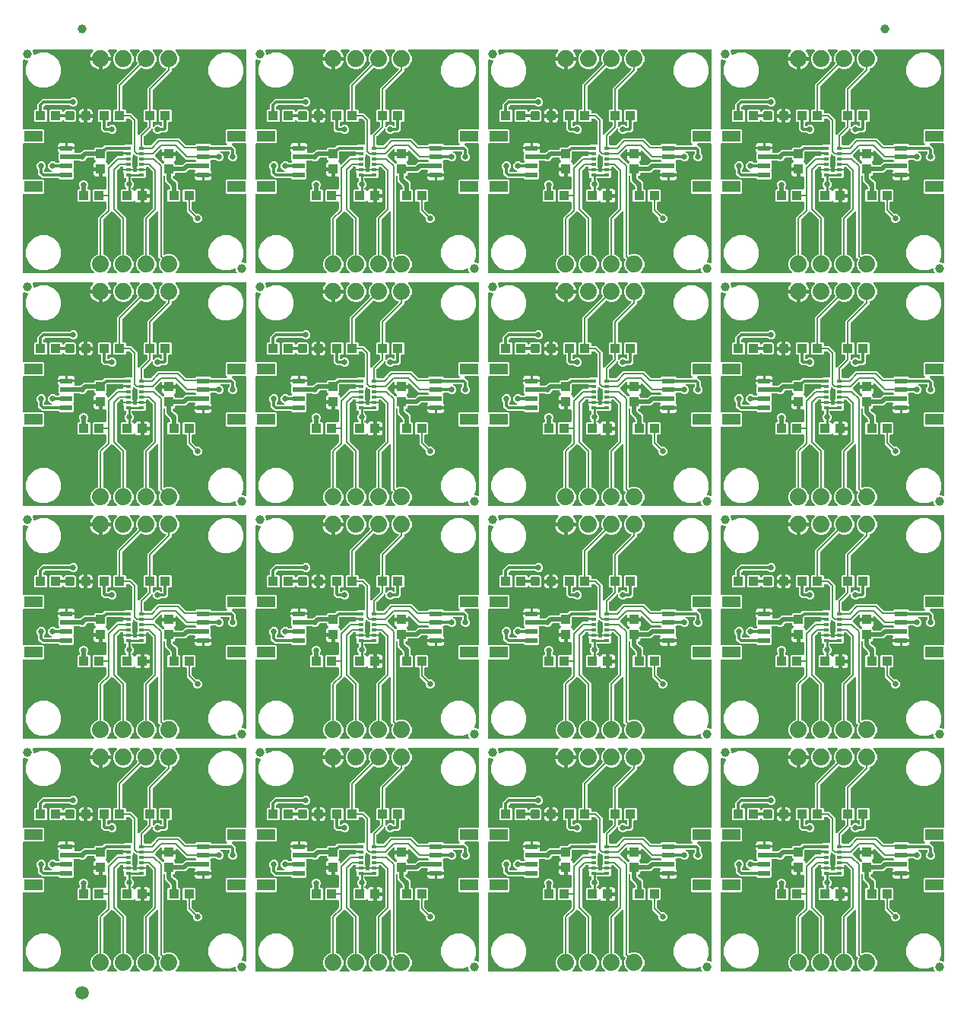
<source format=gtl>
G04 EAGLE Gerber RS-274X export*
G75*
%MOMM*%
%FSLAX34Y34*%
%LPD*%
%INTop Copper*%
%IPPOS*%
%AMOC8*
5,1,8,0,0,1.08239X$1,22.5*%
G01*
%ADD10R,1.100000X1.000000*%
%ADD11R,0.575000X0.350000*%
%ADD12C,0.300000*%
%ADD13C,1.879600*%
%ADD14R,2.000000X1.200000*%
%ADD15R,1.350000X0.600000*%
%ADD16R,1.000000X1.100000*%
%ADD17C,1.000000*%
%ADD18C,1.500000*%
%ADD19C,0.660400*%
%ADD20C,0.304800*%
%ADD21C,0.508000*%
%ADD22C,0.254000*%
%ADD23C,0.203200*%

G36*
X282369Y884023D02*
X282369Y884023D01*
X282398Y884020D01*
X282509Y884043D01*
X282621Y884059D01*
X282648Y884071D01*
X282677Y884076D01*
X282777Y884129D01*
X282880Y884175D01*
X282903Y884194D01*
X282929Y884207D01*
X283011Y884285D01*
X283097Y884358D01*
X283114Y884383D01*
X283135Y884403D01*
X283192Y884501D01*
X283255Y884595D01*
X283264Y884623D01*
X283279Y884648D01*
X283306Y884758D01*
X283341Y884866D01*
X283342Y884896D01*
X283349Y884924D01*
X283345Y885037D01*
X283348Y885150D01*
X283341Y885179D01*
X283340Y885208D01*
X283305Y885316D01*
X283276Y885425D01*
X283261Y885451D01*
X283252Y885479D01*
X283207Y885542D01*
X283131Y885670D01*
X283085Y885713D01*
X283057Y885752D01*
X280869Y887940D01*
X278637Y890172D01*
X278637Y894857D01*
X278625Y894944D01*
X278622Y895031D01*
X278605Y895084D01*
X278597Y895138D01*
X278562Y895218D01*
X278535Y895301D01*
X278507Y895341D01*
X278481Y895398D01*
X278385Y895511D01*
X278340Y895575D01*
X277633Y896282D01*
X276859Y898149D01*
X276859Y900171D01*
X277633Y902038D01*
X279062Y903467D01*
X280929Y904241D01*
X282951Y904241D01*
X284818Y903467D01*
X286247Y902038D01*
X287021Y900171D01*
X287021Y898149D01*
X286247Y896282D01*
X285540Y895575D01*
X285488Y895505D01*
X285428Y895441D01*
X285402Y895392D01*
X285369Y895348D01*
X285338Y895266D01*
X285298Y895188D01*
X285290Y895140D01*
X285268Y895082D01*
X285256Y894934D01*
X285243Y894857D01*
X285243Y893558D01*
X285251Y893500D01*
X285249Y893442D01*
X285271Y893360D01*
X285283Y893276D01*
X285306Y893223D01*
X285321Y893167D01*
X285364Y893094D01*
X285399Y893017D01*
X285437Y892972D01*
X285466Y892922D01*
X285528Y892864D01*
X285582Y892800D01*
X285631Y892768D01*
X285674Y892728D01*
X285749Y892689D01*
X285819Y892642D01*
X285875Y892625D01*
X285927Y892598D01*
X285995Y892587D01*
X286090Y892557D01*
X286190Y892554D01*
X286258Y892543D01*
X292235Y892543D01*
X292320Y892555D01*
X292406Y892557D01*
X292460Y892575D01*
X292516Y892583D01*
X292595Y892618D01*
X292677Y892644D01*
X292724Y892676D01*
X292776Y892699D01*
X292841Y892754D01*
X292913Y892802D01*
X292950Y892846D01*
X292993Y892882D01*
X293040Y892954D01*
X293096Y893020D01*
X293119Y893072D01*
X293150Y893119D01*
X293176Y893201D01*
X293211Y893280D01*
X293219Y893336D01*
X293236Y893390D01*
X293238Y893476D01*
X293250Y893561D01*
X293242Y893617D01*
X293244Y893674D01*
X293222Y893757D01*
X293210Y893843D01*
X293186Y893894D01*
X293172Y893949D01*
X293128Y894023D01*
X293092Y894102D01*
X293055Y894145D01*
X293026Y894194D01*
X292964Y894253D01*
X292908Y894318D01*
X292866Y894344D01*
X292819Y894388D01*
X292690Y894454D01*
X292623Y894496D01*
X291762Y894853D01*
X290333Y896282D01*
X289559Y898149D01*
X289559Y900171D01*
X290333Y902038D01*
X291762Y903467D01*
X293629Y904241D01*
X295651Y904241D01*
X297518Y903467D01*
X298225Y902760D01*
X298295Y902708D01*
X298359Y902648D01*
X298408Y902622D01*
X298452Y902589D01*
X298534Y902558D01*
X298612Y902518D01*
X298660Y902510D01*
X298718Y902488D01*
X298866Y902476D01*
X298943Y902463D01*
X300417Y902463D01*
X300503Y902475D01*
X300591Y902478D01*
X300643Y902495D01*
X300698Y902503D01*
X300778Y902538D01*
X300861Y902565D01*
X300900Y902593D01*
X300958Y902619D01*
X301071Y902715D01*
X301135Y902760D01*
X301897Y903522D01*
X301932Y903569D01*
X301974Y903609D01*
X302017Y903682D01*
X302067Y903749D01*
X302088Y903804D01*
X302118Y903854D01*
X302139Y903936D01*
X302169Y904015D01*
X302174Y904073D01*
X302188Y904130D01*
X302185Y904214D01*
X302192Y904298D01*
X302181Y904356D01*
X302179Y904414D01*
X302153Y904494D01*
X302136Y904577D01*
X302109Y904629D01*
X302091Y904685D01*
X302051Y904741D01*
X302005Y904829D01*
X301937Y904902D01*
X301897Y904958D01*
X301351Y905503D01*
X301351Y912977D01*
X301358Y912983D01*
X301393Y913030D01*
X301435Y913070D01*
X301478Y913143D01*
X301529Y913210D01*
X301549Y913265D01*
X301579Y913316D01*
X301600Y913397D01*
X301630Y913476D01*
X301635Y913534D01*
X301649Y913591D01*
X301647Y913675D01*
X301654Y913759D01*
X301642Y913817D01*
X301640Y913875D01*
X301614Y913956D01*
X301598Y914038D01*
X301571Y914090D01*
X301553Y914146D01*
X301513Y914202D01*
X301467Y914290D01*
X301398Y914363D01*
X301358Y914419D01*
X301097Y914680D01*
X300762Y915259D01*
X300589Y915906D01*
X300589Y917741D01*
X309396Y917741D01*
X309454Y917749D01*
X309512Y917747D01*
X309594Y917769D01*
X309677Y917781D01*
X309731Y917804D01*
X309787Y917819D01*
X309860Y917862D01*
X309879Y917871D01*
X309925Y917840D01*
X309981Y917823D01*
X310033Y917796D01*
X310101Y917785D01*
X310196Y917755D01*
X310296Y917752D01*
X310364Y917741D01*
X319171Y917741D01*
X319171Y915906D01*
X318998Y915259D01*
X318941Y915162D01*
X318927Y915125D01*
X318905Y915093D01*
X318874Y914994D01*
X318835Y914898D01*
X318831Y914859D01*
X318819Y914822D01*
X318816Y914718D01*
X318806Y914615D01*
X318813Y914577D01*
X318812Y914538D01*
X318838Y914437D01*
X318856Y914335D01*
X318874Y914300D01*
X318884Y914263D01*
X318936Y914174D01*
X318983Y914081D01*
X319009Y914052D01*
X319029Y914018D01*
X319104Y913947D01*
X319174Y913871D01*
X319208Y913850D01*
X319236Y913824D01*
X319328Y913777D01*
X319417Y913722D01*
X319455Y913712D01*
X319489Y913694D01*
X319566Y913681D01*
X319691Y913647D01*
X319765Y913648D01*
X319820Y913639D01*
X324608Y913639D01*
X324638Y913643D01*
X324669Y913641D01*
X324746Y913658D01*
X324889Y913679D01*
X324948Y913705D01*
X324996Y913716D01*
X326435Y914312D01*
X326462Y914328D01*
X326491Y914337D01*
X326555Y914383D01*
X326680Y914456D01*
X326724Y914503D01*
X326764Y914532D01*
X329291Y917059D01*
X340186Y917059D01*
X340244Y917067D01*
X340302Y917065D01*
X340384Y917087D01*
X340468Y917099D01*
X340521Y917122D01*
X340577Y917137D01*
X340650Y917180D01*
X340727Y917215D01*
X340772Y917253D01*
X340822Y917282D01*
X340880Y917344D01*
X340944Y917398D01*
X340976Y917447D01*
X341016Y917490D01*
X341055Y917565D01*
X341102Y917635D01*
X341119Y917691D01*
X341146Y917743D01*
X341157Y917811D01*
X341187Y917906D01*
X341190Y918006D01*
X341201Y918074D01*
X341201Y918977D01*
X342243Y920019D01*
X349777Y920019D01*
X349864Y920031D01*
X349952Y920034D01*
X350004Y920051D01*
X350059Y920059D01*
X350139Y920094D01*
X350222Y920121D01*
X350261Y920149D01*
X350318Y920175D01*
X350432Y920271D01*
X350495Y920316D01*
X352722Y922543D01*
X374447Y922543D01*
X374533Y922555D01*
X374621Y922558D01*
X374673Y922575D01*
X374728Y922583D01*
X374808Y922618D01*
X374891Y922645D01*
X374930Y922673D01*
X374988Y922699D01*
X375070Y922769D01*
X382270Y922769D01*
X382328Y922777D01*
X382386Y922775D01*
X382468Y922797D01*
X382552Y922809D01*
X382605Y922832D01*
X382661Y922847D01*
X382734Y922890D01*
X382811Y922925D01*
X382856Y922963D01*
X382906Y922992D01*
X382964Y923054D01*
X383028Y923108D01*
X383060Y923157D01*
X383100Y923200D01*
X383139Y923275D01*
X383186Y923345D01*
X383203Y923401D01*
X383230Y923453D01*
X383241Y923521D01*
X383271Y923616D01*
X383274Y923716D01*
X383285Y923784D01*
X383285Y948382D01*
X383273Y948468D01*
X383270Y948556D01*
X383253Y948609D01*
X383245Y948663D01*
X383210Y948743D01*
X383183Y948826D01*
X383155Y948866D01*
X383129Y948923D01*
X383033Y949036D01*
X382988Y949100D01*
X380140Y951948D01*
X380070Y952000D01*
X380006Y952060D01*
X379957Y952086D01*
X379913Y952119D01*
X379831Y952150D01*
X379753Y952190D01*
X379705Y952198D01*
X379647Y952220D01*
X379499Y952232D01*
X379422Y952245D01*
X377474Y952245D01*
X377416Y952237D01*
X377358Y952239D01*
X377276Y952217D01*
X377192Y952205D01*
X377139Y952182D01*
X377083Y952167D01*
X377010Y952124D01*
X376933Y952089D01*
X376888Y952051D01*
X376838Y952022D01*
X376780Y951960D01*
X376716Y951906D01*
X376684Y951857D01*
X376644Y951814D01*
X376605Y951739D01*
X376558Y951669D01*
X376541Y951613D01*
X376514Y951561D01*
X376503Y951493D01*
X376473Y951398D01*
X376470Y951298D01*
X376459Y951230D01*
X376459Y949303D01*
X375417Y948261D01*
X362943Y948261D01*
X361901Y949303D01*
X361901Y960777D01*
X362943Y961819D01*
X365370Y961819D01*
X365428Y961827D01*
X365486Y961825D01*
X365568Y961847D01*
X365652Y961859D01*
X365705Y961882D01*
X365761Y961897D01*
X365834Y961940D01*
X365911Y961975D01*
X365956Y962013D01*
X366006Y962042D01*
X366064Y962104D01*
X366128Y962158D01*
X366160Y962207D01*
X366200Y962250D01*
X366239Y962325D01*
X366286Y962395D01*
X366303Y962451D01*
X366330Y962503D01*
X366341Y962571D01*
X366371Y962666D01*
X366374Y962766D01*
X366385Y962834D01*
X366385Y990098D01*
X368320Y992032D01*
X388588Y1012301D01*
X388589Y1012302D01*
X388591Y1012303D01*
X388673Y1012413D01*
X388759Y1012528D01*
X388760Y1012529D01*
X388761Y1012531D01*
X388809Y1012659D01*
X388861Y1012794D01*
X388861Y1012795D01*
X388861Y1012797D01*
X388873Y1012941D01*
X388884Y1013077D01*
X388884Y1013078D01*
X388884Y1013080D01*
X388880Y1013096D01*
X388828Y1013356D01*
X388814Y1013383D01*
X388808Y1013407D01*
X387603Y1016317D01*
X387603Y1020763D01*
X389305Y1024871D01*
X391400Y1026966D01*
X391418Y1026990D01*
X391440Y1027009D01*
X391503Y1027103D01*
X391571Y1027193D01*
X391581Y1027221D01*
X391597Y1027245D01*
X391632Y1027353D01*
X391672Y1027459D01*
X391674Y1027488D01*
X391683Y1027516D01*
X391686Y1027630D01*
X391696Y1027742D01*
X391690Y1027771D01*
X391691Y1027800D01*
X391662Y1027910D01*
X391640Y1028021D01*
X391626Y1028047D01*
X391619Y1028075D01*
X391561Y1028173D01*
X391509Y1028273D01*
X391488Y1028295D01*
X391473Y1028320D01*
X391391Y1028397D01*
X391313Y1028479D01*
X391288Y1028494D01*
X391266Y1028514D01*
X391165Y1028566D01*
X391068Y1028623D01*
X391039Y1028630D01*
X391013Y1028644D01*
X390936Y1028657D01*
X390792Y1028693D01*
X390730Y1028691D01*
X390682Y1028699D01*
X381478Y1028699D01*
X381449Y1028695D01*
X381420Y1028698D01*
X381309Y1028675D01*
X381197Y1028659D01*
X381170Y1028647D01*
X381141Y1028642D01*
X381040Y1028589D01*
X380937Y1028543D01*
X380915Y1028524D01*
X380889Y1028511D01*
X380807Y1028433D01*
X380720Y1028360D01*
X380704Y1028335D01*
X380683Y1028315D01*
X380625Y1028217D01*
X380563Y1028123D01*
X380554Y1028095D01*
X380539Y1028070D01*
X380511Y1027960D01*
X380477Y1027852D01*
X380476Y1027822D01*
X380469Y1027794D01*
X380472Y1027681D01*
X380469Y1027568D01*
X380477Y1027539D01*
X380478Y1027510D01*
X380513Y1027402D01*
X380541Y1027293D01*
X380556Y1027267D01*
X380565Y1027239D01*
X380611Y1027176D01*
X380687Y1027048D01*
X380732Y1027005D01*
X380760Y1026966D01*
X382855Y1024871D01*
X384557Y1020763D01*
X384557Y1016317D01*
X382855Y1012209D01*
X379711Y1009065D01*
X375603Y1007363D01*
X371157Y1007363D01*
X367049Y1009065D01*
X363905Y1012209D01*
X362203Y1016317D01*
X362203Y1020763D01*
X363905Y1024871D01*
X366000Y1026966D01*
X366018Y1026990D01*
X366040Y1027009D01*
X366103Y1027103D01*
X366171Y1027193D01*
X366181Y1027221D01*
X366197Y1027245D01*
X366232Y1027353D01*
X366272Y1027459D01*
X366274Y1027488D01*
X366283Y1027516D01*
X366286Y1027630D01*
X366296Y1027742D01*
X366290Y1027771D01*
X366291Y1027800D01*
X366262Y1027910D01*
X366240Y1028021D01*
X366226Y1028047D01*
X366219Y1028075D01*
X366161Y1028173D01*
X366109Y1028273D01*
X366088Y1028295D01*
X366073Y1028320D01*
X365991Y1028397D01*
X365913Y1028479D01*
X365888Y1028494D01*
X365866Y1028514D01*
X365765Y1028566D01*
X365668Y1028623D01*
X365639Y1028630D01*
X365613Y1028644D01*
X365536Y1028657D01*
X365392Y1028693D01*
X365330Y1028691D01*
X365282Y1028699D01*
X357156Y1028699D01*
X357127Y1028695D01*
X357097Y1028698D01*
X356986Y1028675D01*
X356874Y1028659D01*
X356847Y1028647D01*
X356819Y1028642D01*
X356718Y1028589D01*
X356615Y1028543D01*
X356592Y1028524D01*
X356566Y1028511D01*
X356484Y1028433D01*
X356398Y1028360D01*
X356381Y1028335D01*
X356360Y1028315D01*
X356303Y1028217D01*
X356240Y1028123D01*
X356231Y1028095D01*
X356216Y1028070D01*
X356189Y1027960D01*
X356154Y1027852D01*
X356154Y1027822D01*
X356146Y1027794D01*
X356150Y1027681D01*
X356147Y1027568D01*
X356154Y1027539D01*
X356155Y1027510D01*
X356190Y1027402D01*
X356219Y1027293D01*
X356234Y1027267D01*
X356243Y1027239D01*
X356289Y1027175D01*
X356364Y1027048D01*
X356410Y1027005D01*
X356438Y1026966D01*
X357086Y1026318D01*
X358191Y1024797D01*
X359044Y1023123D01*
X359625Y1021336D01*
X359746Y1020571D01*
X348996Y1020571D01*
X348938Y1020563D01*
X348880Y1020565D01*
X348798Y1020543D01*
X348715Y1020531D01*
X348661Y1020507D01*
X348605Y1020493D01*
X348532Y1020450D01*
X348455Y1020415D01*
X348411Y1020377D01*
X348360Y1020347D01*
X348303Y1020286D01*
X348238Y1020231D01*
X348206Y1020183D01*
X348166Y1020140D01*
X348127Y1020065D01*
X348081Y1019995D01*
X348063Y1019939D01*
X348036Y1019887D01*
X348025Y1019819D01*
X347995Y1019724D01*
X347992Y1019624D01*
X347981Y1019556D01*
X347981Y1018539D01*
X347979Y1018539D01*
X347979Y1019556D01*
X347971Y1019614D01*
X347972Y1019672D01*
X347951Y1019754D01*
X347939Y1019837D01*
X347915Y1019891D01*
X347901Y1019947D01*
X347858Y1020020D01*
X347823Y1020097D01*
X347785Y1020142D01*
X347755Y1020192D01*
X347694Y1020250D01*
X347639Y1020314D01*
X347591Y1020346D01*
X347548Y1020386D01*
X347473Y1020425D01*
X347403Y1020471D01*
X347347Y1020489D01*
X347295Y1020516D01*
X347227Y1020527D01*
X347132Y1020557D01*
X347032Y1020560D01*
X346964Y1020571D01*
X336214Y1020571D01*
X336335Y1021336D01*
X336916Y1023123D01*
X337769Y1024797D01*
X338874Y1026318D01*
X339522Y1026966D01*
X339540Y1026990D01*
X339562Y1027009D01*
X339625Y1027103D01*
X339693Y1027193D01*
X339704Y1027221D01*
X339720Y1027245D01*
X339754Y1027353D01*
X339794Y1027459D01*
X339797Y1027488D01*
X339806Y1027516D01*
X339809Y1027630D01*
X339818Y1027742D01*
X339812Y1027771D01*
X339813Y1027800D01*
X339784Y1027910D01*
X339762Y1028021D01*
X339748Y1028047D01*
X339741Y1028075D01*
X339683Y1028173D01*
X339631Y1028273D01*
X339611Y1028295D01*
X339596Y1028320D01*
X339513Y1028397D01*
X339435Y1028479D01*
X339410Y1028494D01*
X339389Y1028514D01*
X339288Y1028566D01*
X339190Y1028623D01*
X339162Y1028630D01*
X339135Y1028644D01*
X339058Y1028657D01*
X338914Y1028693D01*
X338852Y1028691D01*
X338804Y1028699D01*
X273453Y1028699D01*
X273339Y1028683D01*
X273225Y1028673D01*
X273199Y1028663D01*
X273171Y1028659D01*
X273066Y1028612D01*
X272959Y1028571D01*
X272937Y1028555D01*
X272912Y1028543D01*
X272824Y1028469D01*
X272733Y1028400D01*
X272716Y1028377D01*
X272695Y1028360D01*
X272631Y1028264D01*
X272562Y1028172D01*
X272553Y1028146D01*
X272537Y1028123D01*
X272503Y1028013D01*
X272462Y1027906D01*
X272460Y1027878D01*
X272451Y1027852D01*
X272449Y1027737D01*
X272439Y1027623D01*
X272445Y1027598D01*
X272444Y1027568D01*
X272511Y1027311D01*
X272515Y1027295D01*
X273479Y1024968D01*
X273479Y1023973D01*
X273495Y1023859D01*
X273505Y1023745D01*
X273515Y1023719D01*
X273519Y1023691D01*
X273566Y1023586D01*
X273607Y1023479D01*
X273623Y1023457D01*
X273635Y1023432D01*
X273709Y1023344D01*
X273778Y1023253D01*
X273801Y1023236D01*
X273818Y1023215D01*
X273914Y1023151D01*
X274006Y1023082D01*
X274032Y1023073D01*
X274055Y1023057D01*
X274165Y1023023D01*
X274272Y1022982D01*
X274300Y1022980D01*
X274326Y1022971D01*
X274441Y1022969D01*
X274555Y1022959D01*
X274580Y1022965D01*
X274610Y1022964D01*
X274867Y1023031D01*
X274883Y1023035D01*
X280590Y1025399D01*
X288370Y1025399D01*
X295559Y1022421D01*
X301061Y1016919D01*
X304039Y1009730D01*
X304039Y1001950D01*
X301061Y994761D01*
X295559Y989259D01*
X288370Y986281D01*
X280590Y986281D01*
X273401Y989259D01*
X267899Y994761D01*
X264921Y1001950D01*
X264921Y1009730D01*
X267285Y1015437D01*
X267314Y1015549D01*
X267349Y1015658D01*
X267349Y1015686D01*
X267356Y1015713D01*
X267353Y1015827D01*
X267356Y1015942D01*
X267349Y1015969D01*
X267348Y1015997D01*
X267313Y1016106D01*
X267284Y1016217D01*
X267270Y1016241D01*
X267261Y1016268D01*
X267197Y1016363D01*
X267139Y1016462D01*
X267118Y1016481D01*
X267103Y1016504D01*
X267015Y1016578D01*
X266931Y1016656D01*
X266907Y1016669D01*
X266885Y1016687D01*
X266781Y1016733D01*
X266678Y1016786D01*
X266654Y1016790D01*
X266626Y1016802D01*
X266362Y1016839D01*
X266347Y1016841D01*
X265352Y1016841D01*
X263025Y1017805D01*
X262913Y1017834D01*
X262804Y1017869D01*
X262776Y1017869D01*
X262749Y1017876D01*
X262635Y1017873D01*
X262520Y1017876D01*
X262493Y1017869D01*
X262465Y1017868D01*
X262356Y1017833D01*
X262245Y1017804D01*
X262221Y1017790D01*
X262194Y1017781D01*
X262099Y1017717D01*
X262000Y1017659D01*
X261981Y1017638D01*
X261958Y1017623D01*
X261884Y1017535D01*
X261806Y1017451D01*
X261793Y1017427D01*
X261775Y1017405D01*
X261729Y1017301D01*
X261676Y1017198D01*
X261672Y1017174D01*
X261660Y1017146D01*
X261623Y1016882D01*
X261621Y1016867D01*
X261621Y941034D01*
X261629Y940976D01*
X261627Y940918D01*
X261649Y940836D01*
X261661Y940752D01*
X261684Y940699D01*
X261699Y940643D01*
X261742Y940570D01*
X261777Y940493D01*
X261815Y940448D01*
X261844Y940398D01*
X261906Y940340D01*
X261960Y940276D01*
X262009Y940244D01*
X262052Y940204D01*
X262127Y940165D01*
X262197Y940118D01*
X262253Y940101D01*
X262305Y940074D01*
X262373Y940063D01*
X262468Y940033D01*
X262568Y940030D01*
X262636Y940019D01*
X283867Y940019D01*
X284909Y938977D01*
X284909Y925503D01*
X283867Y924461D01*
X262636Y924461D01*
X262578Y924453D01*
X262520Y924455D01*
X262438Y924433D01*
X262354Y924421D01*
X262301Y924398D01*
X262245Y924383D01*
X262172Y924340D01*
X262095Y924305D01*
X262050Y924267D01*
X262000Y924238D01*
X261942Y924176D01*
X261878Y924122D01*
X261846Y924073D01*
X261806Y924030D01*
X261767Y923955D01*
X261720Y923885D01*
X261703Y923829D01*
X261676Y923777D01*
X261665Y923709D01*
X261635Y923614D01*
X261632Y923514D01*
X261621Y923446D01*
X261621Y885034D01*
X261629Y884976D01*
X261627Y884918D01*
X261649Y884836D01*
X261661Y884752D01*
X261684Y884699D01*
X261699Y884643D01*
X261742Y884570D01*
X261777Y884493D01*
X261815Y884448D01*
X261844Y884398D01*
X261906Y884340D01*
X261960Y884276D01*
X262009Y884244D01*
X262052Y884204D01*
X262127Y884165D01*
X262197Y884118D01*
X262253Y884101D01*
X262305Y884074D01*
X262373Y884063D01*
X262468Y884033D01*
X262568Y884030D01*
X262636Y884019D01*
X282339Y884019D01*
X282369Y884023D01*
G37*
G36*
X282369Y106783D02*
X282369Y106783D01*
X282398Y106780D01*
X282509Y106803D01*
X282621Y106819D01*
X282648Y106831D01*
X282676Y106836D01*
X282777Y106889D01*
X282880Y106935D01*
X282903Y106954D01*
X282929Y106967D01*
X283011Y107045D01*
X283097Y107118D01*
X283114Y107143D01*
X283135Y107163D01*
X283192Y107261D01*
X283255Y107355D01*
X283264Y107383D01*
X283279Y107408D01*
X283307Y107518D01*
X283341Y107626D01*
X283342Y107656D01*
X283349Y107684D01*
X283345Y107797D01*
X283348Y107910D01*
X283341Y107939D01*
X283340Y107968D01*
X283305Y108076D01*
X283276Y108185D01*
X283261Y108211D01*
X283252Y108239D01*
X283207Y108302D01*
X283131Y108430D01*
X283085Y108473D01*
X283057Y108512D01*
X280640Y110929D01*
X278637Y112932D01*
X278637Y117617D01*
X278625Y117704D01*
X278622Y117791D01*
X278605Y117844D01*
X278597Y117898D01*
X278562Y117978D01*
X278535Y118061D01*
X278507Y118101D01*
X278481Y118158D01*
X278385Y118271D01*
X278340Y118335D01*
X277633Y119042D01*
X276859Y120909D01*
X276859Y122931D01*
X277633Y124798D01*
X279062Y126227D01*
X280929Y127001D01*
X282951Y127001D01*
X284818Y126227D01*
X286247Y124798D01*
X287021Y122931D01*
X287021Y120909D01*
X286247Y119042D01*
X285540Y118335D01*
X285488Y118265D01*
X285428Y118201D01*
X285402Y118152D01*
X285369Y118108D01*
X285338Y118026D01*
X285298Y117948D01*
X285290Y117900D01*
X285268Y117842D01*
X285256Y117694D01*
X285243Y117617D01*
X285243Y116318D01*
X285251Y116260D01*
X285249Y116202D01*
X285271Y116120D01*
X285283Y116036D01*
X285306Y115983D01*
X285321Y115927D01*
X285364Y115854D01*
X285399Y115777D01*
X285437Y115732D01*
X285466Y115682D01*
X285528Y115624D01*
X285582Y115560D01*
X285631Y115528D01*
X285674Y115488D01*
X285749Y115449D01*
X285819Y115402D01*
X285875Y115385D01*
X285927Y115358D01*
X285995Y115347D01*
X286090Y115317D01*
X286190Y115314D01*
X286258Y115303D01*
X292235Y115303D01*
X292320Y115315D01*
X292406Y115317D01*
X292460Y115335D01*
X292516Y115343D01*
X292595Y115378D01*
X292677Y115404D01*
X292724Y115436D01*
X292776Y115459D01*
X292841Y115514D01*
X292913Y115562D01*
X292949Y115606D01*
X292993Y115642D01*
X293040Y115714D01*
X293096Y115780D01*
X293119Y115832D01*
X293150Y115879D01*
X293176Y115961D01*
X293211Y116040D01*
X293219Y116096D01*
X293236Y116150D01*
X293238Y116236D01*
X293250Y116321D01*
X293242Y116377D01*
X293243Y116434D01*
X293222Y116517D01*
X293209Y116603D01*
X293186Y116654D01*
X293172Y116709D01*
X293128Y116783D01*
X293092Y116862D01*
X293056Y116905D01*
X293026Y116954D01*
X292964Y117013D01*
X292908Y117078D01*
X292866Y117104D01*
X292819Y117148D01*
X292690Y117214D01*
X292623Y117256D01*
X291762Y117613D01*
X290333Y119042D01*
X289559Y120909D01*
X289559Y122931D01*
X290333Y124798D01*
X291762Y126227D01*
X293629Y127001D01*
X295651Y127001D01*
X297518Y126227D01*
X298225Y125520D01*
X298295Y125468D01*
X298359Y125408D01*
X298408Y125382D01*
X298452Y125349D01*
X298534Y125318D01*
X298612Y125278D01*
X298660Y125270D01*
X298718Y125248D01*
X298866Y125236D01*
X298943Y125223D01*
X300417Y125223D01*
X300503Y125235D01*
X300591Y125238D01*
X300643Y125255D01*
X300698Y125263D01*
X300778Y125298D01*
X300861Y125325D01*
X300901Y125353D01*
X300958Y125379D01*
X301071Y125475D01*
X301135Y125520D01*
X301897Y126282D01*
X301932Y126329D01*
X301974Y126369D01*
X302017Y126442D01*
X302068Y126509D01*
X302088Y126564D01*
X302118Y126614D01*
X302139Y126696D01*
X302169Y126775D01*
X302174Y126833D01*
X302188Y126890D01*
X302185Y126974D01*
X302192Y127058D01*
X302181Y127116D01*
X302179Y127174D01*
X302153Y127254D01*
X302136Y127337D01*
X302109Y127389D01*
X302091Y127445D01*
X302051Y127501D01*
X302005Y127589D01*
X301937Y127662D01*
X301897Y127718D01*
X301351Y128263D01*
X301351Y135737D01*
X301358Y135743D01*
X301393Y135790D01*
X301435Y135830D01*
X301478Y135903D01*
X301529Y135970D01*
X301549Y136025D01*
X301579Y136076D01*
X301600Y136157D01*
X301630Y136236D01*
X301635Y136294D01*
X301649Y136351D01*
X301647Y136435D01*
X301654Y136519D01*
X301642Y136577D01*
X301640Y136635D01*
X301614Y136716D01*
X301598Y136798D01*
X301571Y136850D01*
X301553Y136906D01*
X301513Y136962D01*
X301467Y137050D01*
X301398Y137123D01*
X301358Y137179D01*
X301097Y137440D01*
X300762Y138019D01*
X300589Y138666D01*
X300589Y140501D01*
X309396Y140501D01*
X309454Y140509D01*
X309512Y140507D01*
X309594Y140529D01*
X309677Y140541D01*
X309731Y140564D01*
X309787Y140579D01*
X309860Y140622D01*
X309879Y140631D01*
X309925Y140600D01*
X309981Y140583D01*
X310033Y140556D01*
X310101Y140545D01*
X310196Y140515D01*
X310296Y140512D01*
X310364Y140501D01*
X319171Y140501D01*
X319171Y138666D01*
X318998Y138019D01*
X318941Y137922D01*
X318927Y137885D01*
X318905Y137853D01*
X318874Y137754D01*
X318835Y137658D01*
X318831Y137619D01*
X318819Y137582D01*
X318816Y137478D01*
X318806Y137375D01*
X318813Y137337D01*
X318812Y137298D01*
X318838Y137197D01*
X318856Y137095D01*
X318874Y137060D01*
X318884Y137023D01*
X318936Y136934D01*
X318983Y136841D01*
X319009Y136812D01*
X319029Y136778D01*
X319104Y136707D01*
X319174Y136631D01*
X319208Y136610D01*
X319236Y136584D01*
X319328Y136537D01*
X319417Y136482D01*
X319455Y136472D01*
X319489Y136454D01*
X319566Y136441D01*
X319691Y136407D01*
X319765Y136408D01*
X319820Y136399D01*
X324608Y136399D01*
X324638Y136403D01*
X324669Y136401D01*
X324746Y136418D01*
X324889Y136439D01*
X324948Y136465D01*
X324996Y136476D01*
X326435Y137072D01*
X326462Y137088D01*
X326491Y137097D01*
X326555Y137143D01*
X326680Y137216D01*
X326724Y137263D01*
X326764Y137292D01*
X329291Y139819D01*
X340186Y139819D01*
X340244Y139827D01*
X340302Y139825D01*
X340384Y139847D01*
X340468Y139859D01*
X340521Y139882D01*
X340577Y139897D01*
X340650Y139940D01*
X340727Y139975D01*
X340772Y140013D01*
X340822Y140042D01*
X340880Y140104D01*
X340944Y140158D01*
X340976Y140207D01*
X341016Y140250D01*
X341055Y140325D01*
X341102Y140395D01*
X341119Y140451D01*
X341146Y140503D01*
X341157Y140571D01*
X341187Y140666D01*
X341190Y140766D01*
X341201Y140834D01*
X341201Y141737D01*
X342243Y142779D01*
X349777Y142779D01*
X349864Y142791D01*
X349952Y142794D01*
X350004Y142811D01*
X350059Y142819D01*
X350139Y142854D01*
X350222Y142881D01*
X350261Y142909D01*
X350318Y142935D01*
X350432Y143031D01*
X350495Y143076D01*
X352722Y145303D01*
X374447Y145303D01*
X374533Y145315D01*
X374621Y145318D01*
X374673Y145335D01*
X374728Y145343D01*
X374808Y145378D01*
X374891Y145405D01*
X374930Y145433D01*
X374988Y145459D01*
X375070Y145529D01*
X382270Y145529D01*
X382328Y145537D01*
X382386Y145535D01*
X382468Y145557D01*
X382552Y145569D01*
X382605Y145592D01*
X382661Y145607D01*
X382734Y145650D01*
X382811Y145685D01*
X382856Y145723D01*
X382906Y145752D01*
X382964Y145814D01*
X383028Y145868D01*
X383060Y145917D01*
X383100Y145960D01*
X383139Y146035D01*
X383186Y146105D01*
X383203Y146161D01*
X383230Y146213D01*
X383241Y146281D01*
X383271Y146376D01*
X383274Y146476D01*
X383285Y146544D01*
X383285Y171142D01*
X383273Y171228D01*
X383270Y171316D01*
X383253Y171369D01*
X383245Y171423D01*
X383210Y171503D01*
X383183Y171586D01*
X383155Y171626D01*
X383129Y171683D01*
X383033Y171796D01*
X382988Y171860D01*
X380140Y174708D01*
X380070Y174760D01*
X380006Y174820D01*
X379957Y174846D01*
X379913Y174879D01*
X379831Y174910D01*
X379753Y174950D01*
X379705Y174958D01*
X379647Y174980D01*
X379499Y174992D01*
X379422Y175005D01*
X377474Y175005D01*
X377416Y174997D01*
X377358Y174999D01*
X377276Y174977D01*
X377192Y174965D01*
X377139Y174942D01*
X377083Y174927D01*
X377010Y174884D01*
X376933Y174849D01*
X376888Y174811D01*
X376838Y174782D01*
X376780Y174720D01*
X376716Y174666D01*
X376684Y174617D01*
X376644Y174574D01*
X376605Y174499D01*
X376558Y174429D01*
X376541Y174373D01*
X376514Y174321D01*
X376503Y174253D01*
X376473Y174158D01*
X376470Y174058D01*
X376459Y173990D01*
X376459Y172063D01*
X375417Y171021D01*
X362943Y171021D01*
X361901Y172063D01*
X361901Y183537D01*
X362943Y184579D01*
X365370Y184579D01*
X365428Y184587D01*
X365486Y184585D01*
X365568Y184607D01*
X365652Y184619D01*
X365705Y184642D01*
X365761Y184657D01*
X365834Y184700D01*
X365911Y184735D01*
X365956Y184773D01*
X366006Y184802D01*
X366064Y184864D01*
X366128Y184918D01*
X366160Y184967D01*
X366200Y185010D01*
X366239Y185085D01*
X366286Y185155D01*
X366303Y185211D01*
X366330Y185263D01*
X366341Y185331D01*
X366371Y185426D01*
X366374Y185526D01*
X366385Y185594D01*
X366385Y212858D01*
X368320Y214792D01*
X388588Y235061D01*
X388589Y235062D01*
X388591Y235063D01*
X388673Y235173D01*
X388759Y235288D01*
X388760Y235289D01*
X388761Y235291D01*
X388809Y235419D01*
X388861Y235554D01*
X388861Y235555D01*
X388861Y235557D01*
X388873Y235701D01*
X388884Y235837D01*
X388884Y235838D01*
X388884Y235840D01*
X388880Y235856D01*
X388828Y236116D01*
X388814Y236143D01*
X388808Y236167D01*
X387603Y239077D01*
X387603Y243523D01*
X389305Y247631D01*
X391400Y249726D01*
X391418Y249750D01*
X391440Y249769D01*
X391503Y249863D01*
X391571Y249953D01*
X391581Y249981D01*
X391597Y250005D01*
X391632Y250113D01*
X391672Y250219D01*
X391674Y250248D01*
X391683Y250276D01*
X391686Y250390D01*
X391696Y250502D01*
X391690Y250531D01*
X391691Y250560D01*
X391662Y250670D01*
X391640Y250781D01*
X391626Y250807D01*
X391619Y250835D01*
X391561Y250933D01*
X391509Y251033D01*
X391488Y251055D01*
X391473Y251080D01*
X391391Y251157D01*
X391313Y251239D01*
X391288Y251254D01*
X391266Y251274D01*
X391165Y251326D01*
X391068Y251383D01*
X391039Y251390D01*
X391013Y251404D01*
X390936Y251417D01*
X390792Y251453D01*
X390730Y251451D01*
X390682Y251459D01*
X381478Y251459D01*
X381449Y251455D01*
X381420Y251458D01*
X381309Y251435D01*
X381197Y251419D01*
X381170Y251407D01*
X381141Y251402D01*
X381040Y251349D01*
X380937Y251303D01*
X380915Y251284D01*
X380889Y251271D01*
X380807Y251193D01*
X380720Y251120D01*
X380704Y251095D01*
X380683Y251075D01*
X380625Y250977D01*
X380563Y250883D01*
X380554Y250855D01*
X380539Y250830D01*
X380511Y250720D01*
X380477Y250612D01*
X380476Y250582D01*
X380469Y250554D01*
X380472Y250441D01*
X380469Y250328D01*
X380477Y250299D01*
X380478Y250270D01*
X380513Y250162D01*
X380541Y250053D01*
X380556Y250027D01*
X380565Y249999D01*
X380611Y249936D01*
X380687Y249808D01*
X380732Y249765D01*
X380760Y249726D01*
X382855Y247631D01*
X384557Y243523D01*
X384557Y239077D01*
X382855Y234969D01*
X379711Y231825D01*
X375603Y230123D01*
X371157Y230123D01*
X367049Y231825D01*
X363905Y234969D01*
X362203Y239077D01*
X362203Y243523D01*
X363905Y247631D01*
X366000Y249726D01*
X366018Y249750D01*
X366040Y249769D01*
X366103Y249863D01*
X366171Y249953D01*
X366181Y249981D01*
X366197Y250005D01*
X366232Y250113D01*
X366272Y250219D01*
X366274Y250248D01*
X366283Y250276D01*
X366286Y250390D01*
X366296Y250502D01*
X366290Y250531D01*
X366291Y250560D01*
X366262Y250670D01*
X366240Y250781D01*
X366226Y250807D01*
X366219Y250835D01*
X366161Y250933D01*
X366109Y251033D01*
X366088Y251055D01*
X366073Y251080D01*
X365991Y251157D01*
X365913Y251239D01*
X365888Y251254D01*
X365866Y251274D01*
X365765Y251326D01*
X365668Y251383D01*
X365639Y251390D01*
X365613Y251404D01*
X365536Y251417D01*
X365392Y251453D01*
X365330Y251451D01*
X365282Y251459D01*
X357156Y251459D01*
X357127Y251455D01*
X357097Y251458D01*
X356986Y251435D01*
X356874Y251419D01*
X356847Y251407D01*
X356819Y251402D01*
X356718Y251349D01*
X356615Y251303D01*
X356592Y251284D01*
X356566Y251271D01*
X356484Y251193D01*
X356398Y251120D01*
X356381Y251095D01*
X356360Y251075D01*
X356303Y250977D01*
X356240Y250883D01*
X356231Y250855D01*
X356216Y250830D01*
X356189Y250720D01*
X356154Y250612D01*
X356154Y250582D01*
X356146Y250554D01*
X356150Y250441D01*
X356147Y250328D01*
X356154Y250299D01*
X356155Y250270D01*
X356190Y250162D01*
X356219Y250053D01*
X356234Y250027D01*
X356243Y249999D01*
X356289Y249935D01*
X356364Y249808D01*
X356410Y249765D01*
X356438Y249726D01*
X357086Y249078D01*
X358191Y247557D01*
X359044Y245883D01*
X359625Y244096D01*
X359746Y243331D01*
X348996Y243331D01*
X348938Y243323D01*
X348880Y243325D01*
X348798Y243303D01*
X348715Y243291D01*
X348661Y243267D01*
X348605Y243253D01*
X348532Y243210D01*
X348455Y243175D01*
X348411Y243137D01*
X348360Y243107D01*
X348303Y243046D01*
X348238Y242991D01*
X348206Y242943D01*
X348166Y242900D01*
X348127Y242825D01*
X348081Y242755D01*
X348063Y242699D01*
X348036Y242647D01*
X348025Y242579D01*
X347995Y242484D01*
X347992Y242384D01*
X347981Y242316D01*
X347981Y241299D01*
X347979Y241299D01*
X347979Y242316D01*
X347971Y242374D01*
X347972Y242432D01*
X347951Y242514D01*
X347939Y242597D01*
X347915Y242651D01*
X347901Y242707D01*
X347858Y242780D01*
X347823Y242857D01*
X347785Y242902D01*
X347755Y242952D01*
X347694Y243010D01*
X347639Y243074D01*
X347591Y243106D01*
X347548Y243146D01*
X347473Y243185D01*
X347403Y243231D01*
X347347Y243249D01*
X347295Y243276D01*
X347227Y243287D01*
X347132Y243317D01*
X347032Y243320D01*
X346964Y243331D01*
X336214Y243331D01*
X336335Y244096D01*
X336916Y245883D01*
X337769Y247557D01*
X338874Y249078D01*
X339522Y249726D01*
X339540Y249750D01*
X339562Y249769D01*
X339625Y249863D01*
X339693Y249953D01*
X339704Y249981D01*
X339720Y250005D01*
X339754Y250113D01*
X339794Y250219D01*
X339797Y250248D01*
X339806Y250276D01*
X339809Y250390D01*
X339818Y250502D01*
X339812Y250531D01*
X339813Y250560D01*
X339784Y250670D01*
X339762Y250781D01*
X339748Y250807D01*
X339741Y250835D01*
X339683Y250933D01*
X339631Y251033D01*
X339611Y251055D01*
X339596Y251080D01*
X339513Y251157D01*
X339435Y251239D01*
X339410Y251254D01*
X339389Y251274D01*
X339288Y251326D01*
X339190Y251383D01*
X339162Y251390D01*
X339135Y251404D01*
X339058Y251417D01*
X338914Y251453D01*
X338852Y251451D01*
X338804Y251459D01*
X273453Y251459D01*
X273339Y251443D01*
X273225Y251433D01*
X273199Y251423D01*
X273171Y251419D01*
X273066Y251372D01*
X272959Y251331D01*
X272937Y251315D01*
X272912Y251303D01*
X272824Y251229D01*
X272733Y251160D01*
X272716Y251137D01*
X272695Y251120D01*
X272631Y251024D01*
X272562Y250932D01*
X272553Y250906D01*
X272537Y250883D01*
X272503Y250773D01*
X272462Y250666D01*
X272460Y250638D01*
X272451Y250612D01*
X272449Y250497D01*
X272439Y250383D01*
X272445Y250358D01*
X272444Y250328D01*
X272511Y250071D01*
X272515Y250055D01*
X273479Y247728D01*
X273479Y246733D01*
X273495Y246619D01*
X273505Y246505D01*
X273515Y246479D01*
X273519Y246451D01*
X273566Y246346D01*
X273607Y246239D01*
X273623Y246217D01*
X273635Y246192D01*
X273709Y246104D01*
X273778Y246013D01*
X273801Y245996D01*
X273818Y245975D01*
X273914Y245911D01*
X274006Y245842D01*
X274032Y245833D01*
X274055Y245817D01*
X274165Y245783D01*
X274272Y245742D01*
X274300Y245740D01*
X274326Y245731D01*
X274441Y245729D01*
X274555Y245719D01*
X274580Y245725D01*
X274610Y245724D01*
X274867Y245791D01*
X274883Y245795D01*
X280590Y248159D01*
X288370Y248159D01*
X295559Y245181D01*
X301061Y239679D01*
X304039Y232490D01*
X304039Y224710D01*
X301061Y217521D01*
X295559Y212019D01*
X288370Y209041D01*
X280590Y209041D01*
X273401Y212019D01*
X267899Y217521D01*
X264921Y224710D01*
X264921Y232490D01*
X267285Y238197D01*
X267314Y238309D01*
X267349Y238418D01*
X267349Y238446D01*
X267356Y238473D01*
X267353Y238587D01*
X267356Y238702D01*
X267349Y238729D01*
X267348Y238757D01*
X267313Y238866D01*
X267284Y238977D01*
X267270Y239001D01*
X267261Y239028D01*
X267197Y239123D01*
X267139Y239222D01*
X267118Y239241D01*
X267103Y239264D01*
X267015Y239338D01*
X266931Y239416D01*
X266907Y239429D01*
X266885Y239447D01*
X266781Y239493D01*
X266678Y239546D01*
X266654Y239550D01*
X266626Y239562D01*
X266362Y239599D01*
X266347Y239601D01*
X265352Y239601D01*
X263025Y240565D01*
X262913Y240594D01*
X262804Y240629D01*
X262776Y240629D01*
X262749Y240636D01*
X262635Y240633D01*
X262520Y240636D01*
X262493Y240629D01*
X262465Y240628D01*
X262356Y240593D01*
X262245Y240564D01*
X262221Y240550D01*
X262194Y240541D01*
X262099Y240477D01*
X262000Y240419D01*
X261981Y240398D01*
X261958Y240383D01*
X261884Y240295D01*
X261806Y240211D01*
X261793Y240187D01*
X261775Y240165D01*
X261729Y240061D01*
X261676Y239958D01*
X261672Y239934D01*
X261660Y239906D01*
X261623Y239642D01*
X261621Y239627D01*
X261621Y163794D01*
X261629Y163736D01*
X261627Y163678D01*
X261649Y163596D01*
X261661Y163512D01*
X261684Y163459D01*
X261699Y163403D01*
X261742Y163330D01*
X261777Y163253D01*
X261815Y163208D01*
X261844Y163158D01*
X261906Y163100D01*
X261960Y163036D01*
X262009Y163004D01*
X262052Y162964D01*
X262127Y162925D01*
X262197Y162878D01*
X262253Y162861D01*
X262305Y162834D01*
X262373Y162823D01*
X262468Y162793D01*
X262568Y162790D01*
X262636Y162779D01*
X283867Y162779D01*
X284909Y161737D01*
X284909Y148263D01*
X283867Y147221D01*
X262636Y147221D01*
X262578Y147213D01*
X262520Y147215D01*
X262438Y147193D01*
X262354Y147181D01*
X262301Y147158D01*
X262245Y147143D01*
X262172Y147100D01*
X262095Y147065D01*
X262050Y147027D01*
X262000Y146998D01*
X261942Y146936D01*
X261878Y146882D01*
X261846Y146833D01*
X261806Y146790D01*
X261767Y146715D01*
X261720Y146645D01*
X261703Y146589D01*
X261676Y146537D01*
X261665Y146469D01*
X261635Y146374D01*
X261632Y146274D01*
X261621Y146206D01*
X261621Y107794D01*
X261629Y107736D01*
X261627Y107678D01*
X261649Y107596D01*
X261661Y107512D01*
X261684Y107459D01*
X261699Y107403D01*
X261742Y107330D01*
X261777Y107253D01*
X261815Y107208D01*
X261844Y107158D01*
X261906Y107100D01*
X261960Y107036D01*
X262009Y107004D01*
X262052Y106964D01*
X262127Y106925D01*
X262197Y106878D01*
X262253Y106861D01*
X262305Y106834D01*
X262373Y106823D01*
X262468Y106793D01*
X262568Y106790D01*
X262636Y106779D01*
X282339Y106779D01*
X282369Y106783D01*
G37*
G36*
X800529Y106783D02*
X800529Y106783D01*
X800558Y106780D01*
X800669Y106803D01*
X800781Y106819D01*
X800808Y106831D01*
X800837Y106836D01*
X800937Y106889D01*
X801040Y106935D01*
X801063Y106954D01*
X801089Y106967D01*
X801171Y107045D01*
X801257Y107118D01*
X801274Y107143D01*
X801295Y107163D01*
X801352Y107261D01*
X801415Y107355D01*
X801424Y107383D01*
X801439Y107408D01*
X801466Y107518D01*
X801501Y107626D01*
X801502Y107656D01*
X801509Y107684D01*
X801505Y107797D01*
X801508Y107910D01*
X801501Y107939D01*
X801500Y107968D01*
X801465Y108076D01*
X801436Y108185D01*
X801421Y108211D01*
X801412Y108239D01*
X801367Y108302D01*
X801291Y108430D01*
X801245Y108473D01*
X801217Y108512D01*
X799029Y110700D01*
X796797Y112932D01*
X796797Y117617D01*
X796785Y117704D01*
X796782Y117791D01*
X796765Y117844D01*
X796757Y117898D01*
X796722Y117978D01*
X796695Y118062D01*
X796667Y118101D01*
X796641Y118158D01*
X796545Y118271D01*
X796500Y118335D01*
X795793Y119042D01*
X795019Y120909D01*
X795019Y122931D01*
X795793Y124798D01*
X797222Y126227D01*
X799089Y127001D01*
X801111Y127001D01*
X802978Y126227D01*
X804407Y124798D01*
X805181Y122931D01*
X805181Y120909D01*
X804407Y119042D01*
X803700Y118335D01*
X803648Y118265D01*
X803588Y118201D01*
X803562Y118152D01*
X803529Y118108D01*
X803498Y118026D01*
X803458Y117948D01*
X803450Y117901D01*
X803428Y117842D01*
X803416Y117694D01*
X803403Y117617D01*
X803403Y116318D01*
X803411Y116260D01*
X803409Y116202D01*
X803431Y116120D01*
X803443Y116036D01*
X803466Y115983D01*
X803481Y115927D01*
X803524Y115854D01*
X803559Y115777D01*
X803597Y115732D01*
X803626Y115682D01*
X803688Y115624D01*
X803742Y115560D01*
X803791Y115528D01*
X803834Y115488D01*
X803909Y115449D01*
X803979Y115402D01*
X804035Y115385D01*
X804087Y115358D01*
X804155Y115347D01*
X804250Y115317D01*
X804350Y115314D01*
X804418Y115303D01*
X810395Y115303D01*
X810480Y115315D01*
X810566Y115317D01*
X810620Y115335D01*
X810676Y115343D01*
X810755Y115378D01*
X810837Y115404D01*
X810884Y115436D01*
X810936Y115459D01*
X811001Y115514D01*
X811073Y115562D01*
X811109Y115606D01*
X811153Y115642D01*
X811200Y115714D01*
X811256Y115780D01*
X811279Y115832D01*
X811310Y115879D01*
X811336Y115961D01*
X811371Y116040D01*
X811379Y116096D01*
X811396Y116150D01*
X811398Y116236D01*
X811410Y116321D01*
X811402Y116377D01*
X811403Y116434D01*
X811382Y116517D01*
X811369Y116603D01*
X811346Y116654D01*
X811332Y116709D01*
X811288Y116783D01*
X811252Y116862D01*
X811216Y116905D01*
X811186Y116954D01*
X811124Y117013D01*
X811068Y117078D01*
X811026Y117104D01*
X810979Y117148D01*
X810850Y117214D01*
X810783Y117256D01*
X809922Y117613D01*
X808493Y119042D01*
X807719Y120909D01*
X807719Y122931D01*
X808493Y124798D01*
X809922Y126227D01*
X811789Y127001D01*
X813811Y127001D01*
X815678Y126227D01*
X816385Y125520D01*
X816455Y125468D01*
X816519Y125408D01*
X816568Y125382D01*
X816612Y125349D01*
X816694Y125318D01*
X816772Y125278D01*
X816820Y125270D01*
X816878Y125248D01*
X817026Y125236D01*
X817103Y125223D01*
X818577Y125223D01*
X818663Y125235D01*
X818751Y125238D01*
X818803Y125255D01*
X818858Y125263D01*
X818938Y125298D01*
X819021Y125325D01*
X819061Y125353D01*
X819118Y125379D01*
X819231Y125475D01*
X819295Y125520D01*
X820057Y126282D01*
X820092Y126329D01*
X820134Y126369D01*
X820177Y126442D01*
X820228Y126509D01*
X820248Y126564D01*
X820278Y126614D01*
X820299Y126696D01*
X820329Y126775D01*
X820334Y126833D01*
X820348Y126890D01*
X820345Y126974D01*
X820352Y127058D01*
X820341Y127116D01*
X820339Y127174D01*
X820313Y127254D01*
X820296Y127337D01*
X820269Y127389D01*
X820251Y127445D01*
X820211Y127501D01*
X820165Y127589D01*
X820097Y127662D01*
X820057Y127718D01*
X819511Y128263D01*
X819511Y135737D01*
X819518Y135743D01*
X819553Y135790D01*
X819595Y135830D01*
X819638Y135903D01*
X819689Y135970D01*
X819709Y136025D01*
X819739Y136076D01*
X819760Y136157D01*
X819790Y136236D01*
X819795Y136294D01*
X819809Y136351D01*
X819807Y136435D01*
X819814Y136519D01*
X819802Y136577D01*
X819800Y136635D01*
X819774Y136716D01*
X819758Y136798D01*
X819731Y136850D01*
X819713Y136906D01*
X819673Y136962D01*
X819627Y137050D01*
X819558Y137123D01*
X819518Y137179D01*
X819257Y137440D01*
X818922Y138019D01*
X818749Y138666D01*
X818749Y140501D01*
X827556Y140501D01*
X827614Y140509D01*
X827672Y140507D01*
X827754Y140529D01*
X827837Y140541D01*
X827891Y140564D01*
X827947Y140579D01*
X828020Y140622D01*
X828039Y140631D01*
X828085Y140600D01*
X828141Y140583D01*
X828193Y140556D01*
X828261Y140545D01*
X828356Y140515D01*
X828456Y140512D01*
X828524Y140501D01*
X837331Y140501D01*
X837331Y138666D01*
X837158Y138019D01*
X837101Y137922D01*
X837087Y137885D01*
X837065Y137853D01*
X837034Y137754D01*
X836995Y137658D01*
X836991Y137619D01*
X836979Y137582D01*
X836976Y137478D01*
X836966Y137375D01*
X836973Y137337D01*
X836972Y137298D01*
X836998Y137197D01*
X837016Y137095D01*
X837034Y137060D01*
X837044Y137023D01*
X837096Y136934D01*
X837143Y136841D01*
X837169Y136812D01*
X837189Y136778D01*
X837264Y136707D01*
X837334Y136631D01*
X837368Y136610D01*
X837396Y136584D01*
X837488Y136537D01*
X837577Y136482D01*
X837615Y136472D01*
X837649Y136454D01*
X837726Y136441D01*
X837851Y136407D01*
X837925Y136408D01*
X837980Y136399D01*
X842768Y136399D01*
X842798Y136403D01*
X842829Y136401D01*
X842906Y136418D01*
X843049Y136439D01*
X843108Y136465D01*
X843156Y136476D01*
X844595Y137072D01*
X844622Y137088D01*
X844651Y137097D01*
X844715Y137143D01*
X844840Y137216D01*
X844884Y137263D01*
X844924Y137292D01*
X847451Y139819D01*
X858346Y139819D01*
X858404Y139827D01*
X858462Y139825D01*
X858544Y139847D01*
X858628Y139859D01*
X858681Y139882D01*
X858737Y139897D01*
X858810Y139940D01*
X858887Y139975D01*
X858932Y140013D01*
X858982Y140042D01*
X859040Y140104D01*
X859104Y140158D01*
X859136Y140207D01*
X859176Y140250D01*
X859215Y140325D01*
X859262Y140395D01*
X859279Y140451D01*
X859306Y140503D01*
X859317Y140571D01*
X859347Y140666D01*
X859350Y140766D01*
X859361Y140834D01*
X859361Y141737D01*
X860403Y142779D01*
X867937Y142779D01*
X868024Y142791D01*
X868112Y142794D01*
X868164Y142811D01*
X868219Y142819D01*
X868299Y142854D01*
X868382Y142881D01*
X868421Y142909D01*
X868478Y142935D01*
X868592Y143031D01*
X868655Y143076D01*
X870882Y145303D01*
X892607Y145303D01*
X892693Y145315D01*
X892781Y145318D01*
X892833Y145335D01*
X892888Y145343D01*
X892968Y145378D01*
X893051Y145405D01*
X893090Y145433D01*
X893148Y145459D01*
X893230Y145529D01*
X900430Y145529D01*
X900488Y145537D01*
X900546Y145535D01*
X900628Y145557D01*
X900712Y145569D01*
X900765Y145592D01*
X900821Y145607D01*
X900894Y145650D01*
X900971Y145685D01*
X901016Y145723D01*
X901066Y145752D01*
X901124Y145814D01*
X901188Y145868D01*
X901220Y145917D01*
X901260Y145960D01*
X901299Y146035D01*
X901346Y146105D01*
X901363Y146161D01*
X901390Y146213D01*
X901401Y146281D01*
X901431Y146376D01*
X901434Y146476D01*
X901445Y146544D01*
X901445Y171142D01*
X901433Y171228D01*
X901430Y171316D01*
X901413Y171369D01*
X901405Y171423D01*
X901370Y171503D01*
X901343Y171586D01*
X901315Y171626D01*
X901289Y171683D01*
X901193Y171796D01*
X901148Y171860D01*
X898300Y174708D01*
X898230Y174760D01*
X898166Y174820D01*
X898117Y174846D01*
X898073Y174879D01*
X897991Y174910D01*
X897913Y174950D01*
X897865Y174958D01*
X897807Y174980D01*
X897659Y174992D01*
X897582Y175005D01*
X895634Y175005D01*
X895576Y174997D01*
X895518Y174999D01*
X895436Y174977D01*
X895352Y174965D01*
X895299Y174942D01*
X895243Y174927D01*
X895170Y174884D01*
X895093Y174849D01*
X895048Y174811D01*
X894998Y174782D01*
X894940Y174720D01*
X894876Y174666D01*
X894844Y174617D01*
X894804Y174574D01*
X894765Y174499D01*
X894718Y174429D01*
X894701Y174373D01*
X894674Y174321D01*
X894663Y174253D01*
X894633Y174158D01*
X894630Y174058D01*
X894619Y173990D01*
X894619Y172063D01*
X893577Y171021D01*
X881103Y171021D01*
X880061Y172063D01*
X880061Y183537D01*
X881103Y184579D01*
X883530Y184579D01*
X883588Y184587D01*
X883646Y184585D01*
X883728Y184607D01*
X883812Y184619D01*
X883865Y184642D01*
X883921Y184657D01*
X883994Y184700D01*
X884071Y184735D01*
X884116Y184773D01*
X884166Y184802D01*
X884224Y184864D01*
X884288Y184918D01*
X884320Y184967D01*
X884360Y185010D01*
X884399Y185085D01*
X884446Y185155D01*
X884463Y185211D01*
X884490Y185263D01*
X884501Y185331D01*
X884531Y185426D01*
X884534Y185526D01*
X884545Y185594D01*
X884545Y212858D01*
X886480Y214792D01*
X906748Y235061D01*
X906749Y235062D01*
X906751Y235063D01*
X906833Y235173D01*
X906919Y235288D01*
X906920Y235289D01*
X906921Y235291D01*
X906969Y235419D01*
X907021Y235554D01*
X907021Y235555D01*
X907021Y235557D01*
X907033Y235701D01*
X907044Y235837D01*
X907044Y235838D01*
X907044Y235840D01*
X907040Y235856D01*
X906988Y236116D01*
X906974Y236143D01*
X906968Y236167D01*
X905763Y239077D01*
X905763Y243523D01*
X907465Y247631D01*
X909560Y249726D01*
X909578Y249750D01*
X909600Y249769D01*
X909663Y249863D01*
X909731Y249953D01*
X909741Y249981D01*
X909757Y250005D01*
X909792Y250113D01*
X909832Y250219D01*
X909834Y250248D01*
X909843Y250276D01*
X909846Y250390D01*
X909856Y250502D01*
X909850Y250531D01*
X909851Y250560D01*
X909822Y250670D01*
X909800Y250781D01*
X909786Y250807D01*
X909779Y250835D01*
X909721Y250933D01*
X909669Y251033D01*
X909648Y251055D01*
X909633Y251080D01*
X909551Y251157D01*
X909473Y251239D01*
X909448Y251254D01*
X909426Y251274D01*
X909325Y251326D01*
X909228Y251383D01*
X909199Y251390D01*
X909173Y251404D01*
X909096Y251417D01*
X908952Y251453D01*
X908890Y251451D01*
X908842Y251459D01*
X899638Y251459D01*
X899609Y251455D01*
X899580Y251458D01*
X899469Y251435D01*
X899357Y251419D01*
X899330Y251407D01*
X899301Y251402D01*
X899200Y251349D01*
X899097Y251303D01*
X899075Y251284D01*
X899049Y251271D01*
X898967Y251193D01*
X898880Y251120D01*
X898864Y251095D01*
X898843Y251075D01*
X898785Y250977D01*
X898723Y250883D01*
X898714Y250855D01*
X898699Y250830D01*
X898671Y250720D01*
X898637Y250612D01*
X898636Y250582D01*
X898629Y250554D01*
X898632Y250441D01*
X898629Y250328D01*
X898637Y250299D01*
X898638Y250270D01*
X898673Y250162D01*
X898701Y250053D01*
X898716Y250027D01*
X898725Y249999D01*
X898771Y249936D01*
X898847Y249808D01*
X898892Y249765D01*
X898920Y249726D01*
X901015Y247631D01*
X902717Y243523D01*
X902717Y239077D01*
X901015Y234969D01*
X897871Y231825D01*
X893763Y230123D01*
X889317Y230123D01*
X885209Y231825D01*
X882065Y234969D01*
X880363Y239077D01*
X880363Y243523D01*
X882065Y247631D01*
X884160Y249726D01*
X884178Y249750D01*
X884200Y249769D01*
X884263Y249863D01*
X884331Y249953D01*
X884341Y249981D01*
X884357Y250005D01*
X884392Y250113D01*
X884432Y250219D01*
X884434Y250248D01*
X884443Y250276D01*
X884446Y250390D01*
X884456Y250502D01*
X884450Y250531D01*
X884451Y250560D01*
X884422Y250670D01*
X884400Y250781D01*
X884386Y250807D01*
X884379Y250835D01*
X884321Y250933D01*
X884269Y251033D01*
X884248Y251055D01*
X884233Y251080D01*
X884151Y251157D01*
X884073Y251239D01*
X884048Y251254D01*
X884026Y251274D01*
X883925Y251326D01*
X883828Y251383D01*
X883799Y251390D01*
X883773Y251404D01*
X883696Y251417D01*
X883552Y251453D01*
X883490Y251451D01*
X883442Y251459D01*
X875316Y251459D01*
X875287Y251455D01*
X875257Y251458D01*
X875146Y251435D01*
X875034Y251419D01*
X875007Y251407D01*
X874979Y251402D01*
X874878Y251349D01*
X874775Y251303D01*
X874752Y251284D01*
X874726Y251271D01*
X874644Y251193D01*
X874558Y251120D01*
X874541Y251095D01*
X874520Y251075D01*
X874463Y250977D01*
X874400Y250883D01*
X874391Y250855D01*
X874376Y250830D01*
X874349Y250720D01*
X874314Y250612D01*
X874314Y250582D01*
X874306Y250554D01*
X874310Y250441D01*
X874307Y250328D01*
X874314Y250299D01*
X874315Y250270D01*
X874350Y250162D01*
X874379Y250053D01*
X874394Y250027D01*
X874403Y249999D01*
X874449Y249935D01*
X874524Y249808D01*
X874570Y249765D01*
X874598Y249726D01*
X875246Y249078D01*
X876351Y247557D01*
X877204Y245883D01*
X877785Y244096D01*
X877906Y243331D01*
X867156Y243331D01*
X867098Y243323D01*
X867040Y243325D01*
X866958Y243303D01*
X866875Y243291D01*
X866821Y243267D01*
X866765Y243253D01*
X866692Y243210D01*
X866615Y243175D01*
X866571Y243137D01*
X866520Y243107D01*
X866463Y243046D01*
X866398Y242991D01*
X866366Y242943D01*
X866326Y242900D01*
X866287Y242825D01*
X866241Y242755D01*
X866223Y242699D01*
X866196Y242647D01*
X866185Y242579D01*
X866155Y242484D01*
X866152Y242384D01*
X866141Y242316D01*
X866141Y241299D01*
X866139Y241299D01*
X866139Y242316D01*
X866131Y242374D01*
X866132Y242432D01*
X866111Y242514D01*
X866099Y242597D01*
X866075Y242651D01*
X866061Y242707D01*
X866018Y242780D01*
X865983Y242857D01*
X865945Y242902D01*
X865915Y242952D01*
X865854Y243010D01*
X865799Y243074D01*
X865751Y243106D01*
X865708Y243146D01*
X865633Y243185D01*
X865563Y243231D01*
X865507Y243249D01*
X865455Y243276D01*
X865387Y243287D01*
X865292Y243317D01*
X865192Y243320D01*
X865124Y243331D01*
X854374Y243331D01*
X854495Y244096D01*
X855076Y245883D01*
X855929Y247557D01*
X857034Y249078D01*
X857682Y249726D01*
X857700Y249750D01*
X857722Y249769D01*
X857785Y249863D01*
X857853Y249953D01*
X857864Y249981D01*
X857880Y250005D01*
X857914Y250113D01*
X857954Y250219D01*
X857957Y250248D01*
X857966Y250276D01*
X857969Y250390D01*
X857978Y250502D01*
X857972Y250531D01*
X857973Y250560D01*
X857944Y250670D01*
X857922Y250781D01*
X857908Y250807D01*
X857901Y250835D01*
X857843Y250933D01*
X857791Y251033D01*
X857771Y251055D01*
X857756Y251080D01*
X857673Y251157D01*
X857595Y251239D01*
X857570Y251254D01*
X857549Y251274D01*
X857448Y251326D01*
X857350Y251383D01*
X857322Y251390D01*
X857295Y251404D01*
X857218Y251417D01*
X857074Y251453D01*
X857012Y251451D01*
X856964Y251459D01*
X791613Y251459D01*
X791499Y251443D01*
X791385Y251433D01*
X791359Y251423D01*
X791331Y251419D01*
X791226Y251372D01*
X791119Y251331D01*
X791097Y251315D01*
X791072Y251303D01*
X790984Y251229D01*
X790893Y251160D01*
X790876Y251137D01*
X790855Y251120D01*
X790791Y251024D01*
X790722Y250932D01*
X790713Y250906D01*
X790697Y250883D01*
X790663Y250773D01*
X790622Y250666D01*
X790620Y250638D01*
X790611Y250612D01*
X790609Y250497D01*
X790599Y250383D01*
X790605Y250358D01*
X790604Y250328D01*
X790671Y250071D01*
X790675Y250055D01*
X791639Y247728D01*
X791639Y246733D01*
X791655Y246619D01*
X791665Y246505D01*
X791675Y246479D01*
X791679Y246451D01*
X791726Y246346D01*
X791767Y246239D01*
X791783Y246217D01*
X791795Y246192D01*
X791869Y246104D01*
X791938Y246013D01*
X791961Y245996D01*
X791978Y245975D01*
X792074Y245911D01*
X792166Y245842D01*
X792192Y245833D01*
X792215Y245817D01*
X792325Y245783D01*
X792432Y245742D01*
X792460Y245740D01*
X792486Y245731D01*
X792601Y245729D01*
X792715Y245719D01*
X792740Y245725D01*
X792770Y245724D01*
X793027Y245791D01*
X793043Y245795D01*
X798750Y248159D01*
X806530Y248159D01*
X813719Y245181D01*
X819221Y239679D01*
X822199Y232490D01*
X822199Y224710D01*
X819221Y217521D01*
X813719Y212019D01*
X806530Y209041D01*
X798750Y209041D01*
X791561Y212019D01*
X786059Y217521D01*
X783081Y224710D01*
X783081Y232490D01*
X785445Y238197D01*
X785474Y238309D01*
X785509Y238418D01*
X785509Y238446D01*
X785516Y238473D01*
X785513Y238587D01*
X785516Y238702D01*
X785509Y238729D01*
X785508Y238757D01*
X785473Y238866D01*
X785444Y238977D01*
X785430Y239001D01*
X785421Y239028D01*
X785357Y239123D01*
X785299Y239222D01*
X785278Y239241D01*
X785263Y239264D01*
X785175Y239338D01*
X785091Y239416D01*
X785067Y239429D01*
X785045Y239447D01*
X784941Y239493D01*
X784838Y239546D01*
X784814Y239550D01*
X784786Y239562D01*
X784522Y239599D01*
X784507Y239601D01*
X783512Y239601D01*
X781185Y240565D01*
X781073Y240594D01*
X780964Y240629D01*
X780936Y240629D01*
X780909Y240636D01*
X780795Y240633D01*
X780680Y240636D01*
X780653Y240629D01*
X780625Y240628D01*
X780516Y240593D01*
X780405Y240564D01*
X780381Y240550D01*
X780354Y240541D01*
X780259Y240477D01*
X780160Y240419D01*
X780141Y240398D01*
X780118Y240383D01*
X780044Y240295D01*
X779966Y240211D01*
X779953Y240187D01*
X779935Y240165D01*
X779889Y240061D01*
X779836Y239958D01*
X779832Y239934D01*
X779820Y239906D01*
X779783Y239642D01*
X779781Y239627D01*
X779781Y163794D01*
X779789Y163736D01*
X779787Y163678D01*
X779809Y163596D01*
X779821Y163512D01*
X779844Y163459D01*
X779859Y163403D01*
X779902Y163330D01*
X779937Y163253D01*
X779975Y163208D01*
X780004Y163158D01*
X780066Y163100D01*
X780120Y163036D01*
X780169Y163004D01*
X780212Y162964D01*
X780287Y162925D01*
X780357Y162878D01*
X780413Y162861D01*
X780465Y162834D01*
X780533Y162823D01*
X780628Y162793D01*
X780728Y162790D01*
X780796Y162779D01*
X802027Y162779D01*
X803069Y161737D01*
X803069Y148263D01*
X802027Y147221D01*
X780796Y147221D01*
X780738Y147213D01*
X780680Y147215D01*
X780598Y147193D01*
X780514Y147181D01*
X780461Y147158D01*
X780405Y147143D01*
X780332Y147100D01*
X780255Y147065D01*
X780210Y147027D01*
X780160Y146998D01*
X780102Y146936D01*
X780038Y146882D01*
X780006Y146833D01*
X779966Y146790D01*
X779927Y146715D01*
X779880Y146645D01*
X779863Y146589D01*
X779836Y146537D01*
X779825Y146469D01*
X779795Y146374D01*
X779792Y146274D01*
X779781Y146206D01*
X779781Y107794D01*
X779789Y107736D01*
X779787Y107678D01*
X779809Y107596D01*
X779821Y107512D01*
X779844Y107459D01*
X779859Y107403D01*
X779902Y107330D01*
X779937Y107253D01*
X779975Y107208D01*
X780004Y107158D01*
X780066Y107100D01*
X780120Y107036D01*
X780169Y107004D01*
X780212Y106964D01*
X780287Y106925D01*
X780357Y106878D01*
X780413Y106861D01*
X780465Y106834D01*
X780533Y106823D01*
X780628Y106793D01*
X780728Y106790D01*
X780796Y106779D01*
X800499Y106779D01*
X800529Y106783D01*
G37*
G36*
X541449Y884023D02*
X541449Y884023D01*
X541478Y884020D01*
X541589Y884043D01*
X541701Y884059D01*
X541728Y884071D01*
X541757Y884076D01*
X541857Y884129D01*
X541960Y884175D01*
X541983Y884194D01*
X542009Y884207D01*
X542091Y884285D01*
X542177Y884358D01*
X542194Y884383D01*
X542215Y884403D01*
X542272Y884501D01*
X542335Y884595D01*
X542344Y884623D01*
X542359Y884648D01*
X542386Y884758D01*
X542421Y884866D01*
X542422Y884896D01*
X542429Y884924D01*
X542425Y885037D01*
X542428Y885150D01*
X542421Y885179D01*
X542420Y885208D01*
X542385Y885316D01*
X542356Y885425D01*
X542341Y885451D01*
X542332Y885479D01*
X542287Y885542D01*
X542211Y885670D01*
X542165Y885713D01*
X542137Y885752D01*
X539949Y887940D01*
X537717Y890172D01*
X537717Y894857D01*
X537705Y894944D01*
X537702Y895031D01*
X537685Y895084D01*
X537677Y895138D01*
X537642Y895218D01*
X537615Y895301D01*
X537587Y895341D01*
X537561Y895398D01*
X537465Y895511D01*
X537420Y895575D01*
X536713Y896282D01*
X535939Y898149D01*
X535939Y900171D01*
X536713Y902038D01*
X538142Y903467D01*
X540009Y904241D01*
X542031Y904241D01*
X543898Y903467D01*
X545327Y902038D01*
X546101Y900171D01*
X546101Y898149D01*
X545327Y896282D01*
X544620Y895575D01*
X544568Y895505D01*
X544508Y895441D01*
X544482Y895392D01*
X544449Y895348D01*
X544418Y895266D01*
X544378Y895188D01*
X544370Y895140D01*
X544348Y895082D01*
X544336Y894934D01*
X544323Y894857D01*
X544323Y893558D01*
X544331Y893500D01*
X544329Y893442D01*
X544351Y893360D01*
X544363Y893276D01*
X544386Y893223D01*
X544401Y893167D01*
X544444Y893094D01*
X544479Y893017D01*
X544517Y892972D01*
X544546Y892922D01*
X544608Y892864D01*
X544662Y892800D01*
X544711Y892768D01*
X544754Y892728D01*
X544829Y892689D01*
X544899Y892642D01*
X544955Y892625D01*
X545007Y892598D01*
X545075Y892587D01*
X545170Y892557D01*
X545270Y892554D01*
X545338Y892543D01*
X551315Y892543D01*
X551400Y892555D01*
X551486Y892557D01*
X551540Y892575D01*
X551596Y892583D01*
X551675Y892618D01*
X551757Y892644D01*
X551804Y892676D01*
X551856Y892699D01*
X551921Y892754D01*
X551993Y892802D01*
X552030Y892846D01*
X552073Y892882D01*
X552120Y892954D01*
X552176Y893020D01*
X552199Y893072D01*
X552230Y893119D01*
X552256Y893201D01*
X552291Y893280D01*
X552299Y893336D01*
X552316Y893390D01*
X552318Y893476D01*
X552330Y893561D01*
X552322Y893617D01*
X552324Y893674D01*
X552302Y893757D01*
X552290Y893843D01*
X552266Y893894D01*
X552252Y893949D01*
X552208Y894023D01*
X552172Y894102D01*
X552135Y894145D01*
X552106Y894194D01*
X552044Y894253D01*
X551988Y894318D01*
X551946Y894344D01*
X551899Y894388D01*
X551770Y894454D01*
X551703Y894496D01*
X550842Y894853D01*
X549413Y896282D01*
X548639Y898149D01*
X548639Y900171D01*
X549413Y902038D01*
X550842Y903467D01*
X552709Y904241D01*
X554731Y904241D01*
X556598Y903467D01*
X557305Y902760D01*
X557375Y902708D01*
X557439Y902648D01*
X557488Y902622D01*
X557532Y902589D01*
X557614Y902558D01*
X557692Y902518D01*
X557740Y902510D01*
X557798Y902488D01*
X557946Y902476D01*
X558023Y902463D01*
X559497Y902463D01*
X559583Y902475D01*
X559671Y902478D01*
X559723Y902495D01*
X559778Y902503D01*
X559858Y902538D01*
X559941Y902565D01*
X559981Y902593D01*
X560038Y902619D01*
X560151Y902715D01*
X560215Y902760D01*
X560977Y903522D01*
X561012Y903569D01*
X561054Y903609D01*
X561097Y903682D01*
X561148Y903749D01*
X561168Y903804D01*
X561198Y903854D01*
X561219Y903936D01*
X561249Y904015D01*
X561254Y904073D01*
X561268Y904130D01*
X561265Y904214D01*
X561272Y904298D01*
X561261Y904356D01*
X561259Y904414D01*
X561233Y904494D01*
X561216Y904577D01*
X561189Y904629D01*
X561171Y904685D01*
X561131Y904741D01*
X561085Y904829D01*
X561017Y904902D01*
X560977Y904958D01*
X560431Y905503D01*
X560431Y912977D01*
X560438Y912983D01*
X560473Y913030D01*
X560515Y913070D01*
X560558Y913143D01*
X560609Y913210D01*
X560629Y913265D01*
X560659Y913316D01*
X560680Y913397D01*
X560710Y913476D01*
X560715Y913534D01*
X560729Y913591D01*
X560727Y913675D01*
X560734Y913759D01*
X560722Y913817D01*
X560720Y913875D01*
X560694Y913956D01*
X560678Y914038D01*
X560651Y914090D01*
X560633Y914146D01*
X560593Y914202D01*
X560547Y914290D01*
X560478Y914363D01*
X560438Y914419D01*
X560177Y914680D01*
X559842Y915259D01*
X559669Y915906D01*
X559669Y917741D01*
X568476Y917741D01*
X568534Y917749D01*
X568592Y917747D01*
X568674Y917769D01*
X568757Y917781D01*
X568811Y917804D01*
X568867Y917819D01*
X568940Y917862D01*
X568959Y917871D01*
X569005Y917840D01*
X569061Y917823D01*
X569113Y917796D01*
X569181Y917785D01*
X569276Y917755D01*
X569376Y917752D01*
X569444Y917741D01*
X578251Y917741D01*
X578251Y915906D01*
X578078Y915259D01*
X578021Y915162D01*
X578007Y915125D01*
X577985Y915093D01*
X577954Y914994D01*
X577915Y914898D01*
X577911Y914859D01*
X577899Y914822D01*
X577896Y914718D01*
X577886Y914615D01*
X577893Y914577D01*
X577892Y914538D01*
X577918Y914437D01*
X577936Y914335D01*
X577954Y914300D01*
X577964Y914263D01*
X578016Y914174D01*
X578063Y914081D01*
X578089Y914052D01*
X578109Y914018D01*
X578184Y913947D01*
X578254Y913871D01*
X578288Y913850D01*
X578316Y913824D01*
X578408Y913777D01*
X578497Y913722D01*
X578535Y913712D01*
X578569Y913694D01*
X578646Y913681D01*
X578771Y913647D01*
X578845Y913648D01*
X578900Y913639D01*
X583688Y913639D01*
X583718Y913643D01*
X583749Y913641D01*
X583826Y913658D01*
X583969Y913679D01*
X584028Y913705D01*
X584076Y913716D01*
X585515Y914312D01*
X585542Y914328D01*
X585571Y914337D01*
X585635Y914383D01*
X585760Y914456D01*
X585804Y914503D01*
X585844Y914532D01*
X588371Y917059D01*
X599266Y917059D01*
X599324Y917067D01*
X599382Y917065D01*
X599464Y917087D01*
X599548Y917099D01*
X599601Y917122D01*
X599657Y917137D01*
X599730Y917180D01*
X599807Y917215D01*
X599852Y917253D01*
X599902Y917282D01*
X599960Y917344D01*
X600024Y917398D01*
X600056Y917447D01*
X600096Y917490D01*
X600135Y917565D01*
X600182Y917635D01*
X600199Y917691D01*
X600226Y917743D01*
X600237Y917811D01*
X600267Y917906D01*
X600270Y918006D01*
X600281Y918074D01*
X600281Y918977D01*
X601323Y920019D01*
X608857Y920019D01*
X608944Y920031D01*
X609032Y920034D01*
X609084Y920051D01*
X609139Y920059D01*
X609219Y920094D01*
X609302Y920121D01*
X609341Y920149D01*
X609398Y920175D01*
X609512Y920271D01*
X609575Y920316D01*
X611802Y922543D01*
X633527Y922543D01*
X633613Y922555D01*
X633701Y922558D01*
X633753Y922575D01*
X633808Y922583D01*
X633888Y922618D01*
X633971Y922645D01*
X634010Y922673D01*
X634068Y922699D01*
X634150Y922769D01*
X641350Y922769D01*
X641408Y922777D01*
X641466Y922775D01*
X641548Y922797D01*
X641632Y922809D01*
X641685Y922832D01*
X641741Y922847D01*
X641814Y922890D01*
X641891Y922925D01*
X641936Y922963D01*
X641986Y922992D01*
X642044Y923054D01*
X642108Y923108D01*
X642140Y923157D01*
X642180Y923200D01*
X642219Y923275D01*
X642266Y923345D01*
X642283Y923401D01*
X642310Y923453D01*
X642321Y923521D01*
X642351Y923616D01*
X642354Y923716D01*
X642365Y923784D01*
X642365Y948382D01*
X642353Y948468D01*
X642350Y948556D01*
X642333Y948609D01*
X642325Y948663D01*
X642290Y948743D01*
X642263Y948826D01*
X642235Y948866D01*
X642209Y948923D01*
X642113Y949036D01*
X642068Y949100D01*
X639220Y951948D01*
X639150Y952000D01*
X639086Y952060D01*
X639037Y952086D01*
X638993Y952119D01*
X638911Y952150D01*
X638833Y952190D01*
X638785Y952198D01*
X638727Y952220D01*
X638579Y952232D01*
X638502Y952245D01*
X636554Y952245D01*
X636496Y952237D01*
X636438Y952239D01*
X636356Y952217D01*
X636272Y952205D01*
X636219Y952182D01*
X636163Y952167D01*
X636090Y952124D01*
X636013Y952089D01*
X635968Y952051D01*
X635918Y952022D01*
X635860Y951960D01*
X635796Y951906D01*
X635764Y951857D01*
X635724Y951814D01*
X635685Y951739D01*
X635638Y951669D01*
X635621Y951613D01*
X635594Y951561D01*
X635583Y951493D01*
X635553Y951398D01*
X635550Y951298D01*
X635539Y951230D01*
X635539Y949303D01*
X634497Y948261D01*
X622023Y948261D01*
X620981Y949303D01*
X620981Y960777D01*
X622023Y961819D01*
X624450Y961819D01*
X624508Y961827D01*
X624566Y961825D01*
X624648Y961847D01*
X624732Y961859D01*
X624785Y961882D01*
X624841Y961897D01*
X624914Y961940D01*
X624991Y961975D01*
X625036Y962013D01*
X625086Y962042D01*
X625144Y962104D01*
X625208Y962158D01*
X625240Y962207D01*
X625280Y962250D01*
X625319Y962325D01*
X625366Y962395D01*
X625383Y962451D01*
X625410Y962503D01*
X625421Y962571D01*
X625451Y962666D01*
X625454Y962766D01*
X625465Y962834D01*
X625465Y990098D01*
X627400Y992032D01*
X647668Y1012301D01*
X647669Y1012302D01*
X647671Y1012303D01*
X647753Y1012413D01*
X647839Y1012528D01*
X647840Y1012529D01*
X647841Y1012531D01*
X647889Y1012659D01*
X647941Y1012794D01*
X647941Y1012795D01*
X647941Y1012797D01*
X647953Y1012941D01*
X647964Y1013077D01*
X647964Y1013078D01*
X647964Y1013080D01*
X647960Y1013096D01*
X647908Y1013356D01*
X647894Y1013383D01*
X647888Y1013407D01*
X646683Y1016317D01*
X646683Y1020763D01*
X648385Y1024871D01*
X650480Y1026966D01*
X650498Y1026990D01*
X650520Y1027009D01*
X650583Y1027103D01*
X650651Y1027193D01*
X650661Y1027221D01*
X650677Y1027245D01*
X650712Y1027353D01*
X650752Y1027459D01*
X650754Y1027488D01*
X650763Y1027516D01*
X650766Y1027630D01*
X650776Y1027742D01*
X650770Y1027771D01*
X650771Y1027800D01*
X650742Y1027910D01*
X650720Y1028021D01*
X650706Y1028047D01*
X650699Y1028075D01*
X650641Y1028173D01*
X650589Y1028273D01*
X650568Y1028295D01*
X650553Y1028320D01*
X650471Y1028397D01*
X650393Y1028479D01*
X650368Y1028494D01*
X650346Y1028514D01*
X650245Y1028566D01*
X650148Y1028623D01*
X650119Y1028630D01*
X650093Y1028644D01*
X650016Y1028657D01*
X649872Y1028693D01*
X649810Y1028691D01*
X649762Y1028699D01*
X640558Y1028699D01*
X640529Y1028695D01*
X640500Y1028698D01*
X640389Y1028675D01*
X640277Y1028659D01*
X640250Y1028647D01*
X640221Y1028642D01*
X640120Y1028589D01*
X640017Y1028543D01*
X639995Y1028524D01*
X639969Y1028511D01*
X639887Y1028433D01*
X639800Y1028360D01*
X639784Y1028335D01*
X639763Y1028315D01*
X639705Y1028217D01*
X639643Y1028123D01*
X639634Y1028095D01*
X639619Y1028070D01*
X639591Y1027960D01*
X639557Y1027852D01*
X639556Y1027822D01*
X639549Y1027794D01*
X639552Y1027681D01*
X639549Y1027568D01*
X639557Y1027539D01*
X639558Y1027510D01*
X639593Y1027402D01*
X639621Y1027293D01*
X639636Y1027267D01*
X639645Y1027239D01*
X639691Y1027176D01*
X639767Y1027048D01*
X639812Y1027005D01*
X639840Y1026966D01*
X641935Y1024871D01*
X643637Y1020763D01*
X643637Y1016317D01*
X641935Y1012209D01*
X638791Y1009065D01*
X634683Y1007363D01*
X630237Y1007363D01*
X626129Y1009065D01*
X622985Y1012209D01*
X621283Y1016317D01*
X621283Y1020763D01*
X622985Y1024871D01*
X625080Y1026966D01*
X625098Y1026990D01*
X625120Y1027009D01*
X625183Y1027103D01*
X625251Y1027193D01*
X625261Y1027221D01*
X625277Y1027245D01*
X625312Y1027353D01*
X625352Y1027459D01*
X625354Y1027488D01*
X625363Y1027516D01*
X625366Y1027630D01*
X625376Y1027742D01*
X625370Y1027771D01*
X625371Y1027800D01*
X625342Y1027910D01*
X625320Y1028021D01*
X625306Y1028047D01*
X625299Y1028075D01*
X625241Y1028173D01*
X625189Y1028273D01*
X625168Y1028295D01*
X625153Y1028320D01*
X625071Y1028397D01*
X624993Y1028479D01*
X624968Y1028494D01*
X624946Y1028514D01*
X624845Y1028566D01*
X624748Y1028623D01*
X624719Y1028630D01*
X624693Y1028644D01*
X624616Y1028657D01*
X624472Y1028693D01*
X624410Y1028691D01*
X624362Y1028699D01*
X616236Y1028699D01*
X616207Y1028695D01*
X616177Y1028698D01*
X616066Y1028675D01*
X615954Y1028659D01*
X615927Y1028647D01*
X615899Y1028642D01*
X615798Y1028589D01*
X615695Y1028543D01*
X615672Y1028524D01*
X615646Y1028511D01*
X615564Y1028433D01*
X615478Y1028360D01*
X615461Y1028335D01*
X615440Y1028315D01*
X615383Y1028217D01*
X615320Y1028123D01*
X615311Y1028095D01*
X615296Y1028070D01*
X615269Y1027960D01*
X615234Y1027852D01*
X615234Y1027822D01*
X615226Y1027794D01*
X615230Y1027681D01*
X615227Y1027568D01*
X615234Y1027539D01*
X615235Y1027510D01*
X615270Y1027402D01*
X615299Y1027293D01*
X615314Y1027267D01*
X615323Y1027239D01*
X615369Y1027175D01*
X615444Y1027048D01*
X615490Y1027005D01*
X615518Y1026966D01*
X616166Y1026318D01*
X617271Y1024797D01*
X618124Y1023123D01*
X618705Y1021336D01*
X618826Y1020571D01*
X608076Y1020571D01*
X608018Y1020563D01*
X607960Y1020565D01*
X607878Y1020543D01*
X607795Y1020531D01*
X607741Y1020507D01*
X607685Y1020493D01*
X607612Y1020450D01*
X607535Y1020415D01*
X607491Y1020377D01*
X607440Y1020347D01*
X607383Y1020286D01*
X607318Y1020231D01*
X607286Y1020183D01*
X607246Y1020140D01*
X607207Y1020065D01*
X607161Y1019995D01*
X607143Y1019939D01*
X607116Y1019887D01*
X607105Y1019819D01*
X607075Y1019724D01*
X607072Y1019624D01*
X607061Y1019556D01*
X607061Y1018539D01*
X607059Y1018539D01*
X607059Y1019556D01*
X607051Y1019614D01*
X607052Y1019672D01*
X607031Y1019754D01*
X607019Y1019837D01*
X606995Y1019891D01*
X606981Y1019947D01*
X606938Y1020020D01*
X606903Y1020097D01*
X606865Y1020142D01*
X606835Y1020192D01*
X606774Y1020250D01*
X606719Y1020314D01*
X606671Y1020346D01*
X606628Y1020386D01*
X606553Y1020425D01*
X606483Y1020471D01*
X606427Y1020489D01*
X606375Y1020516D01*
X606307Y1020527D01*
X606212Y1020557D01*
X606112Y1020560D01*
X606044Y1020571D01*
X595294Y1020571D01*
X595415Y1021336D01*
X595996Y1023123D01*
X596849Y1024797D01*
X597954Y1026318D01*
X598602Y1026966D01*
X598620Y1026990D01*
X598642Y1027009D01*
X598705Y1027103D01*
X598773Y1027193D01*
X598784Y1027221D01*
X598800Y1027245D01*
X598834Y1027353D01*
X598874Y1027459D01*
X598877Y1027488D01*
X598886Y1027516D01*
X598889Y1027630D01*
X598898Y1027742D01*
X598892Y1027771D01*
X598893Y1027800D01*
X598864Y1027910D01*
X598842Y1028021D01*
X598828Y1028047D01*
X598821Y1028075D01*
X598763Y1028173D01*
X598711Y1028273D01*
X598691Y1028295D01*
X598676Y1028320D01*
X598593Y1028397D01*
X598515Y1028479D01*
X598490Y1028494D01*
X598469Y1028514D01*
X598368Y1028566D01*
X598270Y1028623D01*
X598242Y1028630D01*
X598215Y1028644D01*
X598138Y1028657D01*
X597994Y1028693D01*
X597932Y1028691D01*
X597884Y1028699D01*
X532533Y1028699D01*
X532419Y1028683D01*
X532305Y1028673D01*
X532279Y1028663D01*
X532251Y1028659D01*
X532146Y1028612D01*
X532039Y1028571D01*
X532017Y1028555D01*
X531992Y1028543D01*
X531904Y1028469D01*
X531813Y1028400D01*
X531796Y1028377D01*
X531775Y1028360D01*
X531711Y1028264D01*
X531642Y1028172D01*
X531633Y1028146D01*
X531617Y1028123D01*
X531583Y1028013D01*
X531542Y1027906D01*
X531540Y1027878D01*
X531531Y1027852D01*
X531529Y1027737D01*
X531519Y1027623D01*
X531525Y1027598D01*
X531524Y1027568D01*
X531591Y1027311D01*
X531595Y1027295D01*
X532559Y1024968D01*
X532559Y1023973D01*
X532575Y1023859D01*
X532585Y1023745D01*
X532595Y1023719D01*
X532599Y1023691D01*
X532646Y1023586D01*
X532687Y1023479D01*
X532703Y1023457D01*
X532715Y1023432D01*
X532789Y1023344D01*
X532858Y1023253D01*
X532881Y1023236D01*
X532898Y1023215D01*
X532994Y1023151D01*
X533086Y1023082D01*
X533112Y1023073D01*
X533135Y1023057D01*
X533245Y1023023D01*
X533352Y1022982D01*
X533380Y1022980D01*
X533406Y1022971D01*
X533521Y1022969D01*
X533635Y1022959D01*
X533660Y1022965D01*
X533690Y1022964D01*
X533947Y1023031D01*
X533963Y1023035D01*
X539670Y1025399D01*
X547450Y1025399D01*
X554639Y1022421D01*
X560141Y1016919D01*
X563119Y1009730D01*
X563119Y1001950D01*
X560141Y994761D01*
X554639Y989259D01*
X547450Y986281D01*
X539670Y986281D01*
X532481Y989259D01*
X526979Y994761D01*
X524001Y1001950D01*
X524001Y1009730D01*
X526365Y1015437D01*
X526394Y1015549D01*
X526429Y1015658D01*
X526429Y1015686D01*
X526436Y1015713D01*
X526433Y1015827D01*
X526436Y1015942D01*
X526429Y1015969D01*
X526428Y1015997D01*
X526393Y1016106D01*
X526364Y1016217D01*
X526350Y1016241D01*
X526341Y1016268D01*
X526277Y1016363D01*
X526219Y1016462D01*
X526198Y1016481D01*
X526183Y1016504D01*
X526095Y1016578D01*
X526011Y1016656D01*
X525987Y1016669D01*
X525965Y1016687D01*
X525861Y1016733D01*
X525758Y1016786D01*
X525734Y1016790D01*
X525706Y1016802D01*
X525442Y1016839D01*
X525427Y1016841D01*
X524432Y1016841D01*
X522105Y1017805D01*
X521993Y1017834D01*
X521884Y1017869D01*
X521856Y1017869D01*
X521829Y1017876D01*
X521715Y1017873D01*
X521600Y1017876D01*
X521573Y1017869D01*
X521545Y1017868D01*
X521436Y1017833D01*
X521325Y1017804D01*
X521301Y1017790D01*
X521274Y1017781D01*
X521179Y1017717D01*
X521080Y1017659D01*
X521061Y1017638D01*
X521038Y1017623D01*
X520964Y1017535D01*
X520886Y1017451D01*
X520873Y1017427D01*
X520855Y1017405D01*
X520809Y1017301D01*
X520756Y1017198D01*
X520752Y1017174D01*
X520740Y1017146D01*
X520703Y1016882D01*
X520701Y1016867D01*
X520701Y941034D01*
X520709Y940976D01*
X520707Y940918D01*
X520729Y940836D01*
X520741Y940752D01*
X520764Y940699D01*
X520779Y940643D01*
X520822Y940570D01*
X520857Y940493D01*
X520895Y940448D01*
X520924Y940398D01*
X520986Y940340D01*
X521040Y940276D01*
X521089Y940244D01*
X521132Y940204D01*
X521207Y940165D01*
X521277Y940118D01*
X521333Y940101D01*
X521385Y940074D01*
X521453Y940063D01*
X521548Y940033D01*
X521648Y940030D01*
X521716Y940019D01*
X542947Y940019D01*
X543989Y938977D01*
X543989Y925503D01*
X542947Y924461D01*
X521716Y924461D01*
X521658Y924453D01*
X521600Y924455D01*
X521518Y924433D01*
X521434Y924421D01*
X521381Y924398D01*
X521325Y924383D01*
X521252Y924340D01*
X521175Y924305D01*
X521130Y924267D01*
X521080Y924238D01*
X521022Y924176D01*
X520958Y924122D01*
X520926Y924073D01*
X520886Y924030D01*
X520847Y923955D01*
X520800Y923885D01*
X520783Y923829D01*
X520756Y923777D01*
X520745Y923709D01*
X520715Y923614D01*
X520712Y923514D01*
X520701Y923446D01*
X520701Y885034D01*
X520709Y884976D01*
X520707Y884918D01*
X520729Y884836D01*
X520741Y884752D01*
X520764Y884699D01*
X520779Y884643D01*
X520822Y884570D01*
X520857Y884493D01*
X520895Y884448D01*
X520924Y884398D01*
X520986Y884340D01*
X521040Y884276D01*
X521089Y884244D01*
X521132Y884204D01*
X521207Y884165D01*
X521277Y884118D01*
X521333Y884101D01*
X521385Y884074D01*
X521453Y884063D01*
X521548Y884033D01*
X521648Y884030D01*
X521716Y884019D01*
X541419Y884019D01*
X541449Y884023D01*
G37*
G36*
X800529Y884023D02*
X800529Y884023D01*
X800558Y884020D01*
X800669Y884043D01*
X800781Y884059D01*
X800808Y884071D01*
X800837Y884076D01*
X800937Y884129D01*
X801040Y884175D01*
X801063Y884194D01*
X801089Y884207D01*
X801171Y884285D01*
X801257Y884358D01*
X801274Y884383D01*
X801295Y884403D01*
X801352Y884501D01*
X801415Y884595D01*
X801424Y884623D01*
X801439Y884648D01*
X801466Y884758D01*
X801501Y884866D01*
X801502Y884896D01*
X801509Y884924D01*
X801505Y885037D01*
X801508Y885150D01*
X801501Y885179D01*
X801500Y885208D01*
X801465Y885316D01*
X801436Y885425D01*
X801421Y885451D01*
X801412Y885479D01*
X801367Y885542D01*
X801291Y885670D01*
X801245Y885713D01*
X801217Y885752D01*
X799029Y887940D01*
X796797Y890172D01*
X796797Y894857D01*
X796785Y894944D01*
X796782Y895031D01*
X796765Y895084D01*
X796757Y895138D01*
X796722Y895218D01*
X796695Y895301D01*
X796667Y895341D01*
X796641Y895398D01*
X796545Y895511D01*
X796500Y895575D01*
X795793Y896282D01*
X795019Y898149D01*
X795019Y900171D01*
X795793Y902038D01*
X797222Y903467D01*
X799089Y904241D01*
X801111Y904241D01*
X802978Y903467D01*
X804407Y902038D01*
X805181Y900171D01*
X805181Y898149D01*
X804407Y896282D01*
X803700Y895575D01*
X803648Y895505D01*
X803588Y895441D01*
X803562Y895392D01*
X803529Y895348D01*
X803498Y895266D01*
X803458Y895188D01*
X803450Y895140D01*
X803428Y895082D01*
X803416Y894934D01*
X803403Y894857D01*
X803403Y893558D01*
X803411Y893500D01*
X803409Y893442D01*
X803431Y893360D01*
X803443Y893276D01*
X803466Y893223D01*
X803481Y893167D01*
X803524Y893094D01*
X803559Y893017D01*
X803597Y892972D01*
X803626Y892922D01*
X803688Y892864D01*
X803742Y892800D01*
X803791Y892768D01*
X803834Y892728D01*
X803909Y892689D01*
X803979Y892642D01*
X804035Y892625D01*
X804087Y892598D01*
X804155Y892587D01*
X804250Y892557D01*
X804350Y892554D01*
X804418Y892543D01*
X810395Y892543D01*
X810480Y892555D01*
X810566Y892557D01*
X810620Y892575D01*
X810676Y892583D01*
X810755Y892618D01*
X810837Y892644D01*
X810884Y892676D01*
X810936Y892699D01*
X811001Y892754D01*
X811073Y892802D01*
X811110Y892846D01*
X811153Y892882D01*
X811200Y892954D01*
X811256Y893020D01*
X811279Y893072D01*
X811310Y893119D01*
X811336Y893201D01*
X811371Y893280D01*
X811379Y893336D01*
X811396Y893390D01*
X811398Y893476D01*
X811410Y893561D01*
X811402Y893617D01*
X811404Y893674D01*
X811382Y893757D01*
X811370Y893843D01*
X811346Y893894D01*
X811332Y893949D01*
X811288Y894023D01*
X811252Y894102D01*
X811215Y894145D01*
X811186Y894194D01*
X811124Y894253D01*
X811068Y894318D01*
X811026Y894344D01*
X810979Y894388D01*
X810850Y894454D01*
X810783Y894496D01*
X809922Y894853D01*
X808493Y896282D01*
X807719Y898149D01*
X807719Y900171D01*
X808493Y902038D01*
X809922Y903467D01*
X811789Y904241D01*
X813811Y904241D01*
X815678Y903467D01*
X816385Y902760D01*
X816455Y902708D01*
X816519Y902648D01*
X816568Y902622D01*
X816612Y902589D01*
X816694Y902558D01*
X816772Y902518D01*
X816820Y902510D01*
X816878Y902488D01*
X817026Y902476D01*
X817103Y902463D01*
X818577Y902463D01*
X818663Y902475D01*
X818751Y902478D01*
X818803Y902495D01*
X818858Y902503D01*
X818938Y902538D01*
X819021Y902565D01*
X819060Y902593D01*
X819118Y902619D01*
X819231Y902715D01*
X819295Y902760D01*
X820057Y903522D01*
X820092Y903569D01*
X820134Y903609D01*
X820177Y903682D01*
X820227Y903749D01*
X820248Y903804D01*
X820278Y903854D01*
X820299Y903936D01*
X820329Y904015D01*
X820334Y904073D01*
X820348Y904130D01*
X820345Y904214D01*
X820352Y904298D01*
X820341Y904356D01*
X820339Y904414D01*
X820313Y904494D01*
X820296Y904577D01*
X820269Y904629D01*
X820251Y904685D01*
X820211Y904741D01*
X820165Y904829D01*
X820097Y904902D01*
X820057Y904958D01*
X819511Y905503D01*
X819511Y912977D01*
X819518Y912983D01*
X819553Y913030D01*
X819595Y913070D01*
X819638Y913143D01*
X819689Y913210D01*
X819709Y913265D01*
X819739Y913316D01*
X819760Y913397D01*
X819790Y913476D01*
X819795Y913534D01*
X819809Y913591D01*
X819807Y913675D01*
X819814Y913759D01*
X819802Y913817D01*
X819800Y913875D01*
X819774Y913956D01*
X819758Y914038D01*
X819731Y914090D01*
X819713Y914146D01*
X819673Y914202D01*
X819627Y914290D01*
X819558Y914363D01*
X819518Y914419D01*
X819257Y914680D01*
X818922Y915259D01*
X818749Y915906D01*
X818749Y917741D01*
X827556Y917741D01*
X827614Y917749D01*
X827672Y917747D01*
X827754Y917769D01*
X827837Y917781D01*
X827891Y917804D01*
X827947Y917819D01*
X828020Y917862D01*
X828039Y917871D01*
X828085Y917840D01*
X828141Y917823D01*
X828193Y917796D01*
X828261Y917785D01*
X828356Y917755D01*
X828456Y917752D01*
X828524Y917741D01*
X837331Y917741D01*
X837331Y915906D01*
X837158Y915259D01*
X837101Y915162D01*
X837087Y915125D01*
X837065Y915093D01*
X837034Y914994D01*
X836995Y914898D01*
X836991Y914859D01*
X836979Y914822D01*
X836976Y914718D01*
X836966Y914615D01*
X836973Y914577D01*
X836972Y914538D01*
X836998Y914437D01*
X837016Y914335D01*
X837034Y914300D01*
X837044Y914263D01*
X837096Y914174D01*
X837143Y914081D01*
X837169Y914052D01*
X837189Y914018D01*
X837264Y913947D01*
X837334Y913871D01*
X837368Y913850D01*
X837396Y913824D01*
X837488Y913777D01*
X837577Y913722D01*
X837615Y913712D01*
X837649Y913694D01*
X837726Y913681D01*
X837851Y913647D01*
X837925Y913648D01*
X837980Y913639D01*
X842768Y913639D01*
X842798Y913643D01*
X842829Y913641D01*
X842906Y913658D01*
X843049Y913679D01*
X843108Y913705D01*
X843156Y913716D01*
X844595Y914312D01*
X844622Y914328D01*
X844651Y914337D01*
X844715Y914383D01*
X844840Y914456D01*
X844884Y914503D01*
X844924Y914532D01*
X847451Y917059D01*
X858346Y917059D01*
X858404Y917067D01*
X858462Y917065D01*
X858544Y917087D01*
X858628Y917099D01*
X858681Y917122D01*
X858737Y917137D01*
X858810Y917180D01*
X858887Y917215D01*
X858932Y917253D01*
X858982Y917282D01*
X859040Y917344D01*
X859104Y917398D01*
X859136Y917447D01*
X859176Y917490D01*
X859215Y917565D01*
X859262Y917635D01*
X859279Y917691D01*
X859306Y917743D01*
X859317Y917811D01*
X859347Y917906D01*
X859350Y918006D01*
X859361Y918074D01*
X859361Y918977D01*
X860403Y920019D01*
X867937Y920019D01*
X868024Y920031D01*
X868112Y920034D01*
X868164Y920051D01*
X868219Y920059D01*
X868299Y920094D01*
X868382Y920121D01*
X868421Y920149D01*
X868478Y920175D01*
X868592Y920271D01*
X868655Y920316D01*
X870882Y922543D01*
X892607Y922543D01*
X892693Y922555D01*
X892781Y922558D01*
X892833Y922575D01*
X892888Y922583D01*
X892968Y922618D01*
X893051Y922645D01*
X893090Y922673D01*
X893148Y922699D01*
X893230Y922769D01*
X900430Y922769D01*
X900488Y922777D01*
X900546Y922775D01*
X900628Y922797D01*
X900712Y922809D01*
X900765Y922832D01*
X900821Y922847D01*
X900894Y922890D01*
X900971Y922925D01*
X901016Y922963D01*
X901066Y922992D01*
X901124Y923054D01*
X901188Y923108D01*
X901220Y923157D01*
X901260Y923200D01*
X901299Y923275D01*
X901346Y923345D01*
X901363Y923401D01*
X901390Y923453D01*
X901401Y923521D01*
X901431Y923616D01*
X901434Y923716D01*
X901445Y923784D01*
X901445Y948382D01*
X901433Y948468D01*
X901430Y948556D01*
X901413Y948609D01*
X901405Y948663D01*
X901370Y948743D01*
X901343Y948826D01*
X901315Y948866D01*
X901289Y948923D01*
X901193Y949036D01*
X901148Y949100D01*
X898300Y951948D01*
X898230Y952000D01*
X898166Y952060D01*
X898117Y952086D01*
X898073Y952119D01*
X897991Y952150D01*
X897913Y952190D01*
X897865Y952198D01*
X897807Y952220D01*
X897659Y952232D01*
X897582Y952245D01*
X895634Y952245D01*
X895576Y952237D01*
X895518Y952239D01*
X895436Y952217D01*
X895352Y952205D01*
X895299Y952182D01*
X895243Y952167D01*
X895170Y952124D01*
X895093Y952089D01*
X895048Y952051D01*
X894998Y952022D01*
X894940Y951960D01*
X894876Y951906D01*
X894844Y951857D01*
X894804Y951814D01*
X894765Y951739D01*
X894718Y951669D01*
X894701Y951613D01*
X894674Y951561D01*
X894663Y951493D01*
X894633Y951398D01*
X894630Y951298D01*
X894619Y951230D01*
X894619Y949303D01*
X893577Y948261D01*
X881103Y948261D01*
X880061Y949303D01*
X880061Y960777D01*
X881103Y961819D01*
X883530Y961819D01*
X883588Y961827D01*
X883646Y961825D01*
X883728Y961847D01*
X883812Y961859D01*
X883865Y961882D01*
X883921Y961897D01*
X883994Y961940D01*
X884071Y961975D01*
X884116Y962013D01*
X884166Y962042D01*
X884224Y962104D01*
X884288Y962158D01*
X884320Y962207D01*
X884360Y962250D01*
X884399Y962325D01*
X884446Y962395D01*
X884463Y962451D01*
X884490Y962503D01*
X884501Y962571D01*
X884531Y962666D01*
X884534Y962766D01*
X884545Y962834D01*
X884545Y990098D01*
X886480Y992032D01*
X906748Y1012301D01*
X906749Y1012302D01*
X906751Y1012303D01*
X906833Y1012413D01*
X906919Y1012528D01*
X906920Y1012529D01*
X906921Y1012531D01*
X906969Y1012659D01*
X907021Y1012794D01*
X907021Y1012795D01*
X907021Y1012797D01*
X907033Y1012941D01*
X907044Y1013077D01*
X907044Y1013078D01*
X907044Y1013080D01*
X907040Y1013096D01*
X906988Y1013356D01*
X906974Y1013383D01*
X906968Y1013407D01*
X905763Y1016317D01*
X905763Y1020763D01*
X907465Y1024871D01*
X909560Y1026966D01*
X909578Y1026990D01*
X909600Y1027009D01*
X909663Y1027103D01*
X909731Y1027193D01*
X909741Y1027221D01*
X909757Y1027245D01*
X909792Y1027353D01*
X909832Y1027459D01*
X909834Y1027488D01*
X909843Y1027516D01*
X909846Y1027630D01*
X909856Y1027742D01*
X909850Y1027771D01*
X909851Y1027800D01*
X909822Y1027910D01*
X909800Y1028021D01*
X909786Y1028047D01*
X909779Y1028075D01*
X909721Y1028173D01*
X909669Y1028273D01*
X909648Y1028295D01*
X909633Y1028320D01*
X909551Y1028397D01*
X909473Y1028479D01*
X909448Y1028494D01*
X909426Y1028514D01*
X909325Y1028566D01*
X909228Y1028623D01*
X909199Y1028630D01*
X909173Y1028644D01*
X909096Y1028657D01*
X908952Y1028693D01*
X908890Y1028691D01*
X908842Y1028699D01*
X899638Y1028699D01*
X899609Y1028695D01*
X899580Y1028698D01*
X899469Y1028675D01*
X899357Y1028659D01*
X899330Y1028647D01*
X899301Y1028642D01*
X899200Y1028589D01*
X899097Y1028543D01*
X899075Y1028524D01*
X899049Y1028511D01*
X898967Y1028433D01*
X898880Y1028360D01*
X898864Y1028335D01*
X898843Y1028315D01*
X898785Y1028217D01*
X898723Y1028123D01*
X898714Y1028095D01*
X898699Y1028070D01*
X898671Y1027960D01*
X898637Y1027852D01*
X898636Y1027822D01*
X898629Y1027794D01*
X898632Y1027681D01*
X898629Y1027568D01*
X898637Y1027539D01*
X898638Y1027510D01*
X898673Y1027402D01*
X898701Y1027293D01*
X898716Y1027267D01*
X898725Y1027239D01*
X898771Y1027176D01*
X898847Y1027048D01*
X898892Y1027005D01*
X898920Y1026966D01*
X901015Y1024871D01*
X902717Y1020763D01*
X902717Y1016317D01*
X901015Y1012209D01*
X897871Y1009065D01*
X893763Y1007363D01*
X889317Y1007363D01*
X885209Y1009065D01*
X882065Y1012209D01*
X880363Y1016317D01*
X880363Y1020763D01*
X882065Y1024871D01*
X884160Y1026966D01*
X884178Y1026990D01*
X884200Y1027009D01*
X884263Y1027103D01*
X884331Y1027193D01*
X884341Y1027221D01*
X884357Y1027245D01*
X884392Y1027353D01*
X884432Y1027459D01*
X884434Y1027488D01*
X884443Y1027516D01*
X884446Y1027630D01*
X884456Y1027742D01*
X884450Y1027771D01*
X884451Y1027800D01*
X884422Y1027910D01*
X884400Y1028021D01*
X884386Y1028047D01*
X884379Y1028075D01*
X884321Y1028173D01*
X884269Y1028273D01*
X884248Y1028295D01*
X884233Y1028320D01*
X884151Y1028397D01*
X884073Y1028479D01*
X884048Y1028494D01*
X884026Y1028514D01*
X883925Y1028566D01*
X883828Y1028623D01*
X883799Y1028630D01*
X883773Y1028644D01*
X883696Y1028657D01*
X883552Y1028693D01*
X883490Y1028691D01*
X883442Y1028699D01*
X875316Y1028699D01*
X875287Y1028695D01*
X875257Y1028698D01*
X875146Y1028675D01*
X875034Y1028659D01*
X875007Y1028647D01*
X874979Y1028642D01*
X874878Y1028589D01*
X874775Y1028543D01*
X874752Y1028524D01*
X874726Y1028511D01*
X874644Y1028433D01*
X874558Y1028360D01*
X874541Y1028335D01*
X874520Y1028315D01*
X874463Y1028217D01*
X874400Y1028123D01*
X874391Y1028095D01*
X874376Y1028070D01*
X874349Y1027960D01*
X874314Y1027852D01*
X874314Y1027822D01*
X874306Y1027794D01*
X874310Y1027681D01*
X874307Y1027568D01*
X874314Y1027539D01*
X874315Y1027510D01*
X874350Y1027402D01*
X874379Y1027293D01*
X874394Y1027267D01*
X874403Y1027239D01*
X874449Y1027175D01*
X874524Y1027048D01*
X874570Y1027005D01*
X874598Y1026966D01*
X875246Y1026318D01*
X876351Y1024797D01*
X877204Y1023123D01*
X877785Y1021336D01*
X877906Y1020571D01*
X867156Y1020571D01*
X867098Y1020563D01*
X867040Y1020565D01*
X866958Y1020543D01*
X866875Y1020531D01*
X866821Y1020507D01*
X866765Y1020493D01*
X866692Y1020450D01*
X866615Y1020415D01*
X866571Y1020377D01*
X866520Y1020347D01*
X866463Y1020286D01*
X866398Y1020231D01*
X866366Y1020183D01*
X866326Y1020140D01*
X866287Y1020065D01*
X866241Y1019995D01*
X866223Y1019939D01*
X866196Y1019887D01*
X866185Y1019819D01*
X866155Y1019724D01*
X866152Y1019624D01*
X866141Y1019556D01*
X866141Y1018539D01*
X866139Y1018539D01*
X866139Y1019556D01*
X866131Y1019614D01*
X866132Y1019672D01*
X866111Y1019754D01*
X866099Y1019837D01*
X866075Y1019891D01*
X866061Y1019947D01*
X866018Y1020020D01*
X865983Y1020097D01*
X865945Y1020142D01*
X865915Y1020192D01*
X865854Y1020250D01*
X865799Y1020314D01*
X865751Y1020346D01*
X865708Y1020386D01*
X865633Y1020425D01*
X865563Y1020471D01*
X865507Y1020489D01*
X865455Y1020516D01*
X865387Y1020527D01*
X865292Y1020557D01*
X865192Y1020560D01*
X865124Y1020571D01*
X854374Y1020571D01*
X854495Y1021336D01*
X855076Y1023123D01*
X855929Y1024797D01*
X857034Y1026318D01*
X857682Y1026966D01*
X857700Y1026990D01*
X857722Y1027009D01*
X857785Y1027103D01*
X857853Y1027193D01*
X857864Y1027221D01*
X857880Y1027245D01*
X857914Y1027353D01*
X857954Y1027459D01*
X857957Y1027488D01*
X857966Y1027516D01*
X857969Y1027630D01*
X857978Y1027742D01*
X857972Y1027771D01*
X857973Y1027800D01*
X857944Y1027910D01*
X857922Y1028021D01*
X857908Y1028047D01*
X857901Y1028075D01*
X857843Y1028173D01*
X857791Y1028273D01*
X857771Y1028295D01*
X857756Y1028320D01*
X857673Y1028397D01*
X857595Y1028479D01*
X857570Y1028494D01*
X857549Y1028514D01*
X857448Y1028566D01*
X857350Y1028623D01*
X857322Y1028630D01*
X857295Y1028644D01*
X857218Y1028657D01*
X857074Y1028693D01*
X857012Y1028691D01*
X856964Y1028699D01*
X791613Y1028699D01*
X791499Y1028683D01*
X791385Y1028673D01*
X791359Y1028663D01*
X791331Y1028659D01*
X791226Y1028612D01*
X791119Y1028571D01*
X791097Y1028555D01*
X791072Y1028543D01*
X790984Y1028469D01*
X790893Y1028400D01*
X790876Y1028377D01*
X790855Y1028360D01*
X790791Y1028264D01*
X790722Y1028172D01*
X790713Y1028146D01*
X790697Y1028123D01*
X790663Y1028013D01*
X790622Y1027906D01*
X790620Y1027878D01*
X790611Y1027852D01*
X790609Y1027737D01*
X790599Y1027623D01*
X790605Y1027598D01*
X790604Y1027568D01*
X790671Y1027311D01*
X790675Y1027295D01*
X791639Y1024968D01*
X791639Y1023973D01*
X791655Y1023859D01*
X791665Y1023745D01*
X791675Y1023719D01*
X791679Y1023691D01*
X791726Y1023586D01*
X791767Y1023479D01*
X791783Y1023457D01*
X791795Y1023432D01*
X791869Y1023344D01*
X791938Y1023253D01*
X791961Y1023236D01*
X791978Y1023215D01*
X792074Y1023151D01*
X792166Y1023082D01*
X792192Y1023073D01*
X792215Y1023057D01*
X792325Y1023023D01*
X792432Y1022982D01*
X792460Y1022980D01*
X792486Y1022971D01*
X792601Y1022969D01*
X792715Y1022959D01*
X792740Y1022965D01*
X792770Y1022964D01*
X793027Y1023031D01*
X793043Y1023035D01*
X798750Y1025399D01*
X806530Y1025399D01*
X813719Y1022421D01*
X819221Y1016919D01*
X822199Y1009730D01*
X822199Y1001950D01*
X819221Y994761D01*
X813719Y989259D01*
X806530Y986281D01*
X798750Y986281D01*
X791561Y989259D01*
X786059Y994761D01*
X783081Y1001950D01*
X783081Y1009730D01*
X785445Y1015437D01*
X785474Y1015549D01*
X785509Y1015658D01*
X785509Y1015686D01*
X785516Y1015713D01*
X785513Y1015827D01*
X785516Y1015942D01*
X785509Y1015969D01*
X785508Y1015997D01*
X785473Y1016106D01*
X785444Y1016217D01*
X785430Y1016241D01*
X785421Y1016268D01*
X785357Y1016363D01*
X785299Y1016462D01*
X785278Y1016481D01*
X785263Y1016504D01*
X785175Y1016578D01*
X785091Y1016656D01*
X785067Y1016669D01*
X785045Y1016687D01*
X784941Y1016733D01*
X784838Y1016786D01*
X784814Y1016790D01*
X784786Y1016802D01*
X784522Y1016839D01*
X784507Y1016841D01*
X783512Y1016841D01*
X781185Y1017805D01*
X781073Y1017834D01*
X780964Y1017869D01*
X780936Y1017869D01*
X780909Y1017876D01*
X780795Y1017873D01*
X780680Y1017876D01*
X780653Y1017869D01*
X780625Y1017868D01*
X780516Y1017833D01*
X780405Y1017804D01*
X780381Y1017790D01*
X780354Y1017781D01*
X780259Y1017717D01*
X780160Y1017659D01*
X780141Y1017638D01*
X780118Y1017623D01*
X780044Y1017535D01*
X779966Y1017451D01*
X779953Y1017427D01*
X779935Y1017405D01*
X779889Y1017301D01*
X779836Y1017198D01*
X779832Y1017174D01*
X779820Y1017146D01*
X779783Y1016882D01*
X779781Y1016867D01*
X779781Y941034D01*
X779789Y940976D01*
X779787Y940918D01*
X779809Y940836D01*
X779821Y940752D01*
X779844Y940699D01*
X779859Y940643D01*
X779902Y940570D01*
X779937Y940493D01*
X779975Y940448D01*
X780004Y940398D01*
X780066Y940340D01*
X780120Y940276D01*
X780169Y940244D01*
X780212Y940204D01*
X780287Y940165D01*
X780357Y940118D01*
X780413Y940101D01*
X780465Y940074D01*
X780533Y940063D01*
X780628Y940033D01*
X780728Y940030D01*
X780796Y940019D01*
X802027Y940019D01*
X803069Y938977D01*
X803069Y925503D01*
X802027Y924461D01*
X780796Y924461D01*
X780738Y924453D01*
X780680Y924455D01*
X780598Y924433D01*
X780514Y924421D01*
X780461Y924398D01*
X780405Y924383D01*
X780332Y924340D01*
X780255Y924305D01*
X780210Y924267D01*
X780160Y924238D01*
X780102Y924176D01*
X780038Y924122D01*
X780006Y924073D01*
X779966Y924030D01*
X779927Y923955D01*
X779880Y923885D01*
X779863Y923829D01*
X779836Y923777D01*
X779825Y923709D01*
X779795Y923614D01*
X779792Y923514D01*
X779781Y923446D01*
X779781Y885034D01*
X779789Y884976D01*
X779787Y884918D01*
X779809Y884836D01*
X779821Y884752D01*
X779844Y884699D01*
X779859Y884643D01*
X779902Y884570D01*
X779937Y884493D01*
X779975Y884448D01*
X780004Y884398D01*
X780066Y884340D01*
X780120Y884276D01*
X780169Y884244D01*
X780212Y884204D01*
X780287Y884165D01*
X780357Y884118D01*
X780413Y884101D01*
X780465Y884074D01*
X780533Y884063D01*
X780628Y884033D01*
X780728Y884030D01*
X780796Y884019D01*
X800499Y884019D01*
X800529Y884023D01*
G37*
G36*
X282369Y624943D02*
X282369Y624943D01*
X282398Y624940D01*
X282509Y624963D01*
X282621Y624979D01*
X282648Y624991D01*
X282677Y624996D01*
X282777Y625049D01*
X282880Y625095D01*
X282903Y625114D01*
X282929Y625127D01*
X283011Y625205D01*
X283097Y625278D01*
X283114Y625303D01*
X283135Y625323D01*
X283192Y625421D01*
X283255Y625515D01*
X283264Y625543D01*
X283279Y625568D01*
X283306Y625678D01*
X283341Y625786D01*
X283342Y625816D01*
X283349Y625844D01*
X283345Y625957D01*
X283348Y626070D01*
X283341Y626099D01*
X283340Y626128D01*
X283305Y626236D01*
X283276Y626345D01*
X283261Y626371D01*
X283252Y626399D01*
X283207Y626462D01*
X283131Y626590D01*
X283085Y626633D01*
X283057Y626672D01*
X280869Y628860D01*
X278637Y631092D01*
X278637Y635777D01*
X278625Y635864D01*
X278622Y635951D01*
X278605Y636004D01*
X278597Y636058D01*
X278562Y636138D01*
X278535Y636221D01*
X278507Y636261D01*
X278481Y636318D01*
X278385Y636431D01*
X278340Y636495D01*
X277633Y637202D01*
X276859Y639069D01*
X276859Y641091D01*
X277633Y642958D01*
X279062Y644387D01*
X280929Y645161D01*
X282951Y645161D01*
X284818Y644387D01*
X286247Y642958D01*
X287021Y641091D01*
X287021Y639069D01*
X286247Y637202D01*
X285540Y636495D01*
X285488Y636425D01*
X285428Y636361D01*
X285402Y636312D01*
X285369Y636268D01*
X285338Y636186D01*
X285298Y636108D01*
X285290Y636060D01*
X285268Y636002D01*
X285256Y635854D01*
X285243Y635777D01*
X285243Y634478D01*
X285251Y634420D01*
X285249Y634362D01*
X285271Y634280D01*
X285283Y634196D01*
X285306Y634143D01*
X285321Y634087D01*
X285364Y634014D01*
X285399Y633937D01*
X285437Y633892D01*
X285466Y633842D01*
X285528Y633784D01*
X285582Y633720D01*
X285631Y633688D01*
X285674Y633648D01*
X285749Y633609D01*
X285819Y633562D01*
X285875Y633545D01*
X285927Y633518D01*
X285995Y633507D01*
X286090Y633477D01*
X286190Y633474D01*
X286258Y633463D01*
X292235Y633463D01*
X292320Y633475D01*
X292406Y633477D01*
X292460Y633495D01*
X292516Y633503D01*
X292595Y633538D01*
X292677Y633564D01*
X292724Y633596D01*
X292776Y633619D01*
X292841Y633674D01*
X292913Y633722D01*
X292949Y633766D01*
X292993Y633802D01*
X293040Y633874D01*
X293096Y633940D01*
X293119Y633992D01*
X293150Y634039D01*
X293176Y634121D01*
X293211Y634200D01*
X293219Y634256D01*
X293236Y634310D01*
X293238Y634396D01*
X293250Y634481D01*
X293242Y634537D01*
X293243Y634594D01*
X293222Y634677D01*
X293209Y634763D01*
X293186Y634814D01*
X293172Y634869D01*
X293128Y634943D01*
X293092Y635022D01*
X293056Y635065D01*
X293026Y635114D01*
X292964Y635173D01*
X292908Y635238D01*
X292866Y635264D01*
X292819Y635308D01*
X292690Y635374D01*
X292623Y635416D01*
X291762Y635773D01*
X290333Y637202D01*
X289559Y639069D01*
X289559Y641091D01*
X290333Y642958D01*
X291762Y644387D01*
X293629Y645161D01*
X295651Y645161D01*
X297518Y644387D01*
X298225Y643680D01*
X298295Y643628D01*
X298359Y643568D01*
X298408Y643542D01*
X298452Y643509D01*
X298534Y643478D01*
X298612Y643438D01*
X298660Y643430D01*
X298718Y643408D01*
X298866Y643396D01*
X298943Y643383D01*
X300417Y643383D01*
X300503Y643395D01*
X300591Y643398D01*
X300643Y643415D01*
X300698Y643423D01*
X300778Y643458D01*
X300861Y643485D01*
X300901Y643513D01*
X300958Y643539D01*
X301071Y643635D01*
X301135Y643680D01*
X301897Y644442D01*
X301932Y644489D01*
X301974Y644529D01*
X302017Y644602D01*
X302068Y644669D01*
X302088Y644724D01*
X302118Y644774D01*
X302139Y644856D01*
X302169Y644935D01*
X302174Y644993D01*
X302188Y645050D01*
X302185Y645134D01*
X302192Y645218D01*
X302181Y645276D01*
X302179Y645334D01*
X302153Y645414D01*
X302136Y645497D01*
X302109Y645549D01*
X302091Y645605D01*
X302051Y645661D01*
X302005Y645749D01*
X301937Y645822D01*
X301897Y645878D01*
X301351Y646423D01*
X301351Y653897D01*
X301358Y653903D01*
X301393Y653950D01*
X301435Y653990D01*
X301478Y654063D01*
X301529Y654130D01*
X301549Y654185D01*
X301579Y654236D01*
X301600Y654317D01*
X301630Y654396D01*
X301635Y654454D01*
X301649Y654511D01*
X301647Y654595D01*
X301654Y654679D01*
X301642Y654737D01*
X301640Y654795D01*
X301614Y654876D01*
X301598Y654958D01*
X301571Y655010D01*
X301553Y655066D01*
X301513Y655122D01*
X301467Y655210D01*
X301398Y655283D01*
X301358Y655339D01*
X301097Y655600D01*
X300762Y656179D01*
X300589Y656826D01*
X300589Y658661D01*
X309396Y658661D01*
X309454Y658669D01*
X309512Y658667D01*
X309594Y658689D01*
X309677Y658701D01*
X309731Y658724D01*
X309787Y658739D01*
X309860Y658782D01*
X309879Y658791D01*
X309925Y658760D01*
X309981Y658743D01*
X310033Y658716D01*
X310101Y658705D01*
X310196Y658675D01*
X310296Y658672D01*
X310364Y658661D01*
X319171Y658661D01*
X319171Y656826D01*
X318998Y656179D01*
X318941Y656082D01*
X318927Y656045D01*
X318905Y656013D01*
X318874Y655914D01*
X318835Y655818D01*
X318831Y655779D01*
X318819Y655742D01*
X318816Y655638D01*
X318806Y655535D01*
X318813Y655497D01*
X318812Y655458D01*
X318838Y655357D01*
X318856Y655255D01*
X318874Y655220D01*
X318884Y655183D01*
X318936Y655094D01*
X318983Y655001D01*
X319009Y654972D01*
X319029Y654938D01*
X319104Y654867D01*
X319174Y654791D01*
X319208Y654770D01*
X319236Y654744D01*
X319328Y654697D01*
X319417Y654642D01*
X319455Y654632D01*
X319489Y654614D01*
X319566Y654601D01*
X319691Y654567D01*
X319765Y654568D01*
X319820Y654559D01*
X324608Y654559D01*
X324638Y654563D01*
X324669Y654561D01*
X324746Y654578D01*
X324889Y654599D01*
X324948Y654625D01*
X324996Y654636D01*
X326435Y655232D01*
X326462Y655248D01*
X326491Y655257D01*
X326555Y655303D01*
X326680Y655376D01*
X326724Y655423D01*
X326764Y655452D01*
X329291Y657979D01*
X340186Y657979D01*
X340244Y657987D01*
X340302Y657985D01*
X340384Y658007D01*
X340468Y658019D01*
X340521Y658042D01*
X340577Y658057D01*
X340650Y658100D01*
X340727Y658135D01*
X340772Y658173D01*
X340822Y658202D01*
X340880Y658264D01*
X340944Y658318D01*
X340976Y658367D01*
X341016Y658410D01*
X341055Y658485D01*
X341102Y658555D01*
X341119Y658611D01*
X341146Y658663D01*
X341157Y658731D01*
X341187Y658826D01*
X341190Y658926D01*
X341201Y658994D01*
X341201Y659897D01*
X342243Y660939D01*
X349777Y660939D01*
X349864Y660951D01*
X349952Y660954D01*
X350004Y660971D01*
X350059Y660979D01*
X350139Y661014D01*
X350222Y661041D01*
X350261Y661069D01*
X350318Y661095D01*
X350432Y661191D01*
X350495Y661236D01*
X352722Y663463D01*
X374447Y663463D01*
X374533Y663475D01*
X374621Y663478D01*
X374673Y663495D01*
X374728Y663503D01*
X374808Y663538D01*
X374891Y663565D01*
X374930Y663593D01*
X374988Y663619D01*
X375070Y663689D01*
X382270Y663689D01*
X382328Y663697D01*
X382386Y663695D01*
X382468Y663717D01*
X382552Y663729D01*
X382605Y663752D01*
X382661Y663767D01*
X382734Y663810D01*
X382811Y663845D01*
X382856Y663883D01*
X382906Y663912D01*
X382964Y663974D01*
X383028Y664028D01*
X383060Y664077D01*
X383100Y664120D01*
X383139Y664195D01*
X383186Y664265D01*
X383203Y664321D01*
X383230Y664373D01*
X383241Y664441D01*
X383271Y664536D01*
X383274Y664636D01*
X383285Y664704D01*
X383285Y689302D01*
X383273Y689388D01*
X383270Y689476D01*
X383253Y689529D01*
X383245Y689583D01*
X383210Y689663D01*
X383183Y689746D01*
X383155Y689786D01*
X383129Y689843D01*
X383033Y689956D01*
X382988Y690020D01*
X380140Y692868D01*
X380070Y692920D01*
X380006Y692980D01*
X379957Y693006D01*
X379913Y693039D01*
X379831Y693070D01*
X379753Y693110D01*
X379705Y693118D01*
X379647Y693140D01*
X379499Y693152D01*
X379422Y693165D01*
X377474Y693165D01*
X377416Y693157D01*
X377358Y693159D01*
X377276Y693137D01*
X377192Y693125D01*
X377139Y693102D01*
X377083Y693087D01*
X377010Y693044D01*
X376933Y693009D01*
X376888Y692971D01*
X376838Y692942D01*
X376780Y692880D01*
X376716Y692826D01*
X376684Y692777D01*
X376644Y692734D01*
X376605Y692659D01*
X376558Y692589D01*
X376541Y692533D01*
X376514Y692481D01*
X376503Y692413D01*
X376473Y692318D01*
X376470Y692218D01*
X376459Y692150D01*
X376459Y690223D01*
X375417Y689181D01*
X362943Y689181D01*
X361901Y690223D01*
X361901Y701697D01*
X362943Y702739D01*
X365370Y702739D01*
X365428Y702747D01*
X365486Y702745D01*
X365568Y702767D01*
X365652Y702779D01*
X365705Y702802D01*
X365761Y702817D01*
X365834Y702860D01*
X365911Y702895D01*
X365956Y702933D01*
X366006Y702962D01*
X366064Y703024D01*
X366128Y703078D01*
X366160Y703127D01*
X366200Y703170D01*
X366239Y703245D01*
X366286Y703315D01*
X366303Y703371D01*
X366330Y703423D01*
X366341Y703491D01*
X366371Y703586D01*
X366374Y703686D01*
X366385Y703754D01*
X366385Y731018D01*
X368320Y732952D01*
X388588Y753221D01*
X388589Y753222D01*
X388591Y753223D01*
X388673Y753333D01*
X388759Y753448D01*
X388760Y753449D01*
X388761Y753451D01*
X388809Y753579D01*
X388861Y753714D01*
X388861Y753715D01*
X388861Y753717D01*
X388873Y753861D01*
X388884Y753997D01*
X388884Y753998D01*
X388884Y754000D01*
X388880Y754016D01*
X388828Y754276D01*
X388814Y754303D01*
X388808Y754327D01*
X387603Y757237D01*
X387603Y761683D01*
X389305Y765791D01*
X391400Y767886D01*
X391418Y767910D01*
X391440Y767929D01*
X391503Y768023D01*
X391571Y768113D01*
X391581Y768141D01*
X391597Y768165D01*
X391632Y768273D01*
X391672Y768379D01*
X391674Y768408D01*
X391683Y768436D01*
X391686Y768550D01*
X391696Y768662D01*
X391690Y768691D01*
X391691Y768720D01*
X391662Y768830D01*
X391640Y768941D01*
X391626Y768967D01*
X391619Y768995D01*
X391561Y769093D01*
X391509Y769193D01*
X391488Y769215D01*
X391473Y769240D01*
X391391Y769317D01*
X391313Y769399D01*
X391288Y769414D01*
X391266Y769434D01*
X391165Y769486D01*
X391068Y769543D01*
X391039Y769550D01*
X391013Y769564D01*
X390936Y769577D01*
X390792Y769613D01*
X390730Y769611D01*
X390682Y769619D01*
X381478Y769619D01*
X381449Y769615D01*
X381420Y769618D01*
X381309Y769595D01*
X381197Y769579D01*
X381170Y769567D01*
X381141Y769562D01*
X381040Y769509D01*
X380937Y769463D01*
X380915Y769444D01*
X380889Y769431D01*
X380807Y769353D01*
X380720Y769280D01*
X380704Y769255D01*
X380683Y769235D01*
X380625Y769137D01*
X380563Y769043D01*
X380554Y769015D01*
X380539Y768990D01*
X380511Y768880D01*
X380477Y768772D01*
X380476Y768742D01*
X380469Y768714D01*
X380472Y768601D01*
X380469Y768488D01*
X380477Y768459D01*
X380478Y768430D01*
X380513Y768322D01*
X380541Y768213D01*
X380556Y768187D01*
X380565Y768159D01*
X380611Y768096D01*
X380687Y767968D01*
X380732Y767925D01*
X380760Y767886D01*
X382855Y765791D01*
X384557Y761683D01*
X384557Y757237D01*
X382855Y753129D01*
X379711Y749985D01*
X375603Y748283D01*
X371157Y748283D01*
X367049Y749985D01*
X363905Y753129D01*
X362203Y757237D01*
X362203Y761683D01*
X363905Y765791D01*
X366000Y767886D01*
X366018Y767910D01*
X366040Y767929D01*
X366103Y768023D01*
X366171Y768113D01*
X366181Y768141D01*
X366197Y768165D01*
X366232Y768273D01*
X366272Y768379D01*
X366274Y768408D01*
X366283Y768436D01*
X366286Y768550D01*
X366296Y768662D01*
X366290Y768691D01*
X366291Y768720D01*
X366262Y768830D01*
X366240Y768941D01*
X366226Y768967D01*
X366219Y768995D01*
X366161Y769093D01*
X366109Y769193D01*
X366088Y769215D01*
X366073Y769240D01*
X365991Y769317D01*
X365913Y769399D01*
X365888Y769414D01*
X365866Y769434D01*
X365765Y769486D01*
X365668Y769543D01*
X365639Y769550D01*
X365613Y769564D01*
X365536Y769577D01*
X365392Y769613D01*
X365330Y769611D01*
X365282Y769619D01*
X357156Y769619D01*
X357127Y769615D01*
X357097Y769618D01*
X356986Y769595D01*
X356874Y769579D01*
X356847Y769567D01*
X356819Y769562D01*
X356718Y769509D01*
X356615Y769463D01*
X356592Y769444D01*
X356566Y769431D01*
X356484Y769353D01*
X356398Y769280D01*
X356381Y769255D01*
X356360Y769235D01*
X356303Y769137D01*
X356240Y769043D01*
X356231Y769015D01*
X356216Y768990D01*
X356189Y768880D01*
X356154Y768772D01*
X356154Y768742D01*
X356146Y768714D01*
X356150Y768601D01*
X356147Y768488D01*
X356154Y768459D01*
X356155Y768430D01*
X356190Y768322D01*
X356219Y768213D01*
X356234Y768187D01*
X356243Y768159D01*
X356289Y768095D01*
X356364Y767968D01*
X356410Y767925D01*
X356438Y767886D01*
X357086Y767238D01*
X358191Y765717D01*
X359044Y764043D01*
X359625Y762256D01*
X359746Y761491D01*
X348996Y761491D01*
X348938Y761483D01*
X348880Y761485D01*
X348798Y761463D01*
X348715Y761451D01*
X348661Y761427D01*
X348605Y761413D01*
X348532Y761370D01*
X348455Y761335D01*
X348411Y761297D01*
X348360Y761267D01*
X348303Y761206D01*
X348238Y761151D01*
X348206Y761103D01*
X348166Y761060D01*
X348127Y760985D01*
X348081Y760915D01*
X348063Y760859D01*
X348036Y760807D01*
X348025Y760739D01*
X347995Y760644D01*
X347992Y760544D01*
X347981Y760476D01*
X347981Y759459D01*
X347979Y759459D01*
X347979Y760476D01*
X347971Y760534D01*
X347972Y760592D01*
X347951Y760674D01*
X347939Y760757D01*
X347915Y760811D01*
X347901Y760867D01*
X347858Y760940D01*
X347823Y761017D01*
X347785Y761062D01*
X347755Y761112D01*
X347694Y761170D01*
X347639Y761234D01*
X347591Y761266D01*
X347548Y761306D01*
X347473Y761345D01*
X347403Y761391D01*
X347347Y761409D01*
X347295Y761436D01*
X347227Y761447D01*
X347132Y761477D01*
X347032Y761480D01*
X346964Y761491D01*
X336214Y761491D01*
X336335Y762256D01*
X336916Y764043D01*
X337769Y765717D01*
X338874Y767238D01*
X339522Y767886D01*
X339540Y767910D01*
X339562Y767929D01*
X339625Y768023D01*
X339693Y768113D01*
X339704Y768141D01*
X339720Y768165D01*
X339754Y768273D01*
X339794Y768379D01*
X339797Y768408D01*
X339806Y768436D01*
X339809Y768550D01*
X339818Y768662D01*
X339812Y768691D01*
X339813Y768720D01*
X339784Y768830D01*
X339762Y768941D01*
X339748Y768967D01*
X339741Y768995D01*
X339683Y769093D01*
X339631Y769193D01*
X339611Y769215D01*
X339596Y769240D01*
X339513Y769317D01*
X339435Y769399D01*
X339410Y769414D01*
X339389Y769434D01*
X339288Y769486D01*
X339190Y769543D01*
X339162Y769550D01*
X339135Y769564D01*
X339058Y769577D01*
X338914Y769613D01*
X338852Y769611D01*
X338804Y769619D01*
X273453Y769619D01*
X273339Y769603D01*
X273225Y769593D01*
X273199Y769583D01*
X273171Y769579D01*
X273066Y769532D01*
X272959Y769491D01*
X272937Y769475D01*
X272912Y769463D01*
X272824Y769389D01*
X272733Y769320D01*
X272716Y769297D01*
X272695Y769280D01*
X272631Y769184D01*
X272562Y769092D01*
X272553Y769066D01*
X272537Y769043D01*
X272503Y768933D01*
X272462Y768826D01*
X272460Y768798D01*
X272451Y768772D01*
X272449Y768657D01*
X272439Y768543D01*
X272445Y768518D01*
X272444Y768488D01*
X272511Y768231D01*
X272515Y768215D01*
X273479Y765888D01*
X273479Y764893D01*
X273495Y764779D01*
X273505Y764665D01*
X273515Y764639D01*
X273519Y764611D01*
X273566Y764506D01*
X273607Y764399D01*
X273623Y764377D01*
X273635Y764352D01*
X273709Y764264D01*
X273778Y764173D01*
X273801Y764156D01*
X273818Y764135D01*
X273914Y764071D01*
X274006Y764002D01*
X274032Y763993D01*
X274055Y763977D01*
X274165Y763943D01*
X274272Y763902D01*
X274300Y763900D01*
X274326Y763891D01*
X274441Y763889D01*
X274555Y763879D01*
X274580Y763885D01*
X274610Y763884D01*
X274867Y763951D01*
X274883Y763955D01*
X280590Y766319D01*
X288370Y766319D01*
X295559Y763341D01*
X301061Y757839D01*
X304039Y750650D01*
X304039Y742870D01*
X301061Y735681D01*
X295559Y730179D01*
X288370Y727201D01*
X280590Y727201D01*
X273401Y730179D01*
X267899Y735681D01*
X264921Y742870D01*
X264921Y750650D01*
X267285Y756357D01*
X267314Y756469D01*
X267349Y756578D01*
X267349Y756606D01*
X267356Y756633D01*
X267353Y756747D01*
X267356Y756862D01*
X267349Y756889D01*
X267348Y756917D01*
X267313Y757026D01*
X267284Y757137D01*
X267270Y757161D01*
X267261Y757188D01*
X267197Y757283D01*
X267139Y757382D01*
X267118Y757401D01*
X267103Y757424D01*
X267015Y757498D01*
X266931Y757576D01*
X266907Y757589D01*
X266885Y757607D01*
X266781Y757653D01*
X266678Y757706D01*
X266654Y757710D01*
X266626Y757722D01*
X266362Y757759D01*
X266347Y757761D01*
X265352Y757761D01*
X263025Y758725D01*
X262913Y758754D01*
X262804Y758789D01*
X262776Y758789D01*
X262749Y758796D01*
X262635Y758793D01*
X262520Y758796D01*
X262493Y758789D01*
X262465Y758788D01*
X262356Y758753D01*
X262245Y758724D01*
X262221Y758710D01*
X262194Y758701D01*
X262099Y758637D01*
X262000Y758579D01*
X261981Y758558D01*
X261958Y758543D01*
X261884Y758455D01*
X261806Y758371D01*
X261793Y758347D01*
X261775Y758325D01*
X261729Y758221D01*
X261676Y758118D01*
X261672Y758094D01*
X261660Y758066D01*
X261623Y757802D01*
X261621Y757787D01*
X261621Y681954D01*
X261629Y681896D01*
X261627Y681838D01*
X261649Y681756D01*
X261661Y681672D01*
X261684Y681619D01*
X261699Y681563D01*
X261742Y681490D01*
X261777Y681413D01*
X261815Y681368D01*
X261844Y681318D01*
X261906Y681260D01*
X261960Y681196D01*
X262009Y681164D01*
X262052Y681124D01*
X262127Y681085D01*
X262197Y681038D01*
X262253Y681021D01*
X262305Y680994D01*
X262373Y680983D01*
X262468Y680953D01*
X262568Y680950D01*
X262636Y680939D01*
X283867Y680939D01*
X284909Y679897D01*
X284909Y666423D01*
X283867Y665381D01*
X262636Y665381D01*
X262578Y665373D01*
X262520Y665375D01*
X262438Y665353D01*
X262354Y665341D01*
X262301Y665318D01*
X262245Y665303D01*
X262172Y665260D01*
X262095Y665225D01*
X262050Y665187D01*
X262000Y665158D01*
X261942Y665096D01*
X261878Y665042D01*
X261846Y664993D01*
X261806Y664950D01*
X261767Y664875D01*
X261720Y664805D01*
X261703Y664749D01*
X261676Y664697D01*
X261665Y664629D01*
X261635Y664534D01*
X261632Y664434D01*
X261621Y664366D01*
X261621Y625954D01*
X261629Y625896D01*
X261627Y625838D01*
X261649Y625756D01*
X261661Y625672D01*
X261684Y625619D01*
X261699Y625563D01*
X261742Y625490D01*
X261777Y625413D01*
X261815Y625368D01*
X261844Y625318D01*
X261906Y625260D01*
X261960Y625196D01*
X262009Y625164D01*
X262052Y625124D01*
X262127Y625085D01*
X262197Y625038D01*
X262253Y625021D01*
X262305Y624994D01*
X262373Y624983D01*
X262468Y624953D01*
X262568Y624950D01*
X262636Y624939D01*
X282339Y624939D01*
X282369Y624943D01*
G37*
G36*
X800529Y365863D02*
X800529Y365863D01*
X800558Y365860D01*
X800669Y365883D01*
X800781Y365899D01*
X800808Y365911D01*
X800837Y365916D01*
X800937Y365969D01*
X801040Y366015D01*
X801063Y366034D01*
X801089Y366047D01*
X801171Y366125D01*
X801257Y366198D01*
X801274Y366223D01*
X801295Y366243D01*
X801352Y366341D01*
X801415Y366435D01*
X801424Y366463D01*
X801439Y366488D01*
X801466Y366598D01*
X801501Y366706D01*
X801502Y366736D01*
X801509Y366764D01*
X801505Y366877D01*
X801508Y366990D01*
X801501Y367019D01*
X801500Y367048D01*
X801465Y367156D01*
X801436Y367265D01*
X801421Y367291D01*
X801412Y367319D01*
X801367Y367382D01*
X801291Y367510D01*
X801245Y367553D01*
X801217Y367592D01*
X799029Y369780D01*
X796797Y372012D01*
X796797Y376697D01*
X796785Y376784D01*
X796782Y376871D01*
X796765Y376924D01*
X796757Y376978D01*
X796722Y377058D01*
X796695Y377141D01*
X796667Y377181D01*
X796641Y377238D01*
X796545Y377351D01*
X796500Y377415D01*
X795793Y378122D01*
X795019Y379989D01*
X795019Y382011D01*
X795793Y383878D01*
X797222Y385307D01*
X799089Y386081D01*
X801111Y386081D01*
X802978Y385307D01*
X804407Y383878D01*
X805181Y382011D01*
X805181Y379989D01*
X804407Y378122D01*
X803700Y377415D01*
X803648Y377345D01*
X803588Y377281D01*
X803562Y377232D01*
X803529Y377188D01*
X803498Y377106D01*
X803458Y377028D01*
X803450Y376980D01*
X803428Y376922D01*
X803416Y376774D01*
X803403Y376697D01*
X803403Y375398D01*
X803411Y375340D01*
X803409Y375282D01*
X803431Y375200D01*
X803443Y375116D01*
X803466Y375063D01*
X803481Y375007D01*
X803524Y374934D01*
X803559Y374857D01*
X803597Y374812D01*
X803626Y374762D01*
X803688Y374704D01*
X803742Y374640D01*
X803791Y374608D01*
X803834Y374568D01*
X803909Y374529D01*
X803979Y374482D01*
X804035Y374465D01*
X804087Y374438D01*
X804155Y374427D01*
X804250Y374397D01*
X804350Y374394D01*
X804418Y374383D01*
X810395Y374383D01*
X810480Y374395D01*
X810566Y374397D01*
X810620Y374415D01*
X810676Y374423D01*
X810755Y374458D01*
X810837Y374484D01*
X810884Y374516D01*
X810936Y374539D01*
X811001Y374594D01*
X811073Y374642D01*
X811109Y374686D01*
X811153Y374722D01*
X811200Y374794D01*
X811256Y374860D01*
X811279Y374912D01*
X811310Y374959D01*
X811336Y375041D01*
X811371Y375120D01*
X811379Y375176D01*
X811396Y375230D01*
X811398Y375316D01*
X811410Y375401D01*
X811402Y375457D01*
X811403Y375514D01*
X811382Y375597D01*
X811369Y375683D01*
X811346Y375734D01*
X811332Y375789D01*
X811288Y375863D01*
X811252Y375942D01*
X811216Y375985D01*
X811186Y376034D01*
X811124Y376093D01*
X811068Y376158D01*
X811026Y376184D01*
X810979Y376228D01*
X810850Y376294D01*
X810783Y376336D01*
X809922Y376693D01*
X808493Y378122D01*
X807719Y379989D01*
X807719Y382011D01*
X808493Y383878D01*
X809922Y385307D01*
X811789Y386081D01*
X813811Y386081D01*
X815678Y385307D01*
X816385Y384600D01*
X816455Y384548D01*
X816519Y384488D01*
X816568Y384462D01*
X816612Y384429D01*
X816694Y384398D01*
X816772Y384358D01*
X816820Y384350D01*
X816878Y384328D01*
X817026Y384316D01*
X817103Y384303D01*
X818577Y384303D01*
X818663Y384315D01*
X818751Y384318D01*
X818803Y384335D01*
X818858Y384343D01*
X818938Y384378D01*
X819021Y384405D01*
X819061Y384433D01*
X819118Y384459D01*
X819231Y384555D01*
X819295Y384600D01*
X820057Y385362D01*
X820092Y385409D01*
X820134Y385449D01*
X820177Y385522D01*
X820228Y385589D01*
X820248Y385644D01*
X820278Y385694D01*
X820299Y385776D01*
X820329Y385855D01*
X820334Y385913D01*
X820348Y385970D01*
X820345Y386054D01*
X820352Y386138D01*
X820341Y386196D01*
X820339Y386254D01*
X820313Y386334D01*
X820296Y386417D01*
X820269Y386469D01*
X820251Y386525D01*
X820211Y386581D01*
X820165Y386669D01*
X820097Y386742D01*
X820057Y386798D01*
X819511Y387343D01*
X819511Y394817D01*
X819518Y394823D01*
X819553Y394870D01*
X819595Y394910D01*
X819638Y394983D01*
X819689Y395050D01*
X819709Y395105D01*
X819739Y395156D01*
X819760Y395237D01*
X819790Y395316D01*
X819795Y395374D01*
X819809Y395431D01*
X819807Y395515D01*
X819814Y395599D01*
X819802Y395657D01*
X819800Y395715D01*
X819774Y395796D01*
X819758Y395878D01*
X819731Y395930D01*
X819713Y395986D01*
X819673Y396042D01*
X819627Y396130D01*
X819558Y396203D01*
X819518Y396259D01*
X819257Y396520D01*
X818922Y397099D01*
X818749Y397746D01*
X818749Y399581D01*
X827556Y399581D01*
X827614Y399589D01*
X827672Y399587D01*
X827754Y399609D01*
X827837Y399621D01*
X827891Y399644D01*
X827947Y399659D01*
X828020Y399702D01*
X828039Y399711D01*
X828085Y399680D01*
X828141Y399663D01*
X828193Y399636D01*
X828261Y399625D01*
X828356Y399595D01*
X828456Y399592D01*
X828524Y399581D01*
X837331Y399581D01*
X837331Y397746D01*
X837158Y397099D01*
X837101Y397002D01*
X837087Y396965D01*
X837065Y396933D01*
X837034Y396834D01*
X836995Y396738D01*
X836991Y396699D01*
X836979Y396662D01*
X836976Y396558D01*
X836966Y396455D01*
X836973Y396417D01*
X836972Y396378D01*
X836998Y396277D01*
X837016Y396175D01*
X837034Y396140D01*
X837044Y396103D01*
X837096Y396014D01*
X837143Y395921D01*
X837169Y395892D01*
X837189Y395858D01*
X837264Y395787D01*
X837334Y395711D01*
X837368Y395690D01*
X837396Y395664D01*
X837488Y395617D01*
X837577Y395562D01*
X837615Y395552D01*
X837649Y395534D01*
X837726Y395521D01*
X837851Y395487D01*
X837925Y395488D01*
X837980Y395479D01*
X842768Y395479D01*
X842798Y395483D01*
X842829Y395481D01*
X842906Y395498D01*
X843049Y395519D01*
X843108Y395545D01*
X843156Y395556D01*
X844595Y396152D01*
X844622Y396168D01*
X844651Y396177D01*
X844715Y396223D01*
X844840Y396296D01*
X844884Y396343D01*
X844924Y396372D01*
X847451Y398899D01*
X858346Y398899D01*
X858404Y398907D01*
X858462Y398905D01*
X858544Y398927D01*
X858628Y398939D01*
X858681Y398962D01*
X858737Y398977D01*
X858810Y399020D01*
X858887Y399055D01*
X858932Y399093D01*
X858982Y399122D01*
X859040Y399184D01*
X859104Y399238D01*
X859136Y399287D01*
X859176Y399330D01*
X859215Y399405D01*
X859262Y399475D01*
X859279Y399531D01*
X859306Y399583D01*
X859317Y399651D01*
X859347Y399746D01*
X859350Y399846D01*
X859361Y399914D01*
X859361Y400817D01*
X860403Y401859D01*
X867937Y401859D01*
X868024Y401871D01*
X868112Y401874D01*
X868164Y401891D01*
X868219Y401899D01*
X868299Y401934D01*
X868382Y401961D01*
X868421Y401989D01*
X868478Y402015D01*
X868592Y402111D01*
X868655Y402156D01*
X870882Y404383D01*
X892607Y404383D01*
X892693Y404395D01*
X892781Y404398D01*
X892833Y404415D01*
X892888Y404423D01*
X892968Y404458D01*
X893051Y404485D01*
X893090Y404513D01*
X893148Y404539D01*
X893230Y404609D01*
X900430Y404609D01*
X900488Y404617D01*
X900546Y404615D01*
X900628Y404637D01*
X900712Y404649D01*
X900765Y404672D01*
X900821Y404687D01*
X900894Y404730D01*
X900971Y404765D01*
X901016Y404803D01*
X901066Y404832D01*
X901124Y404894D01*
X901188Y404948D01*
X901220Y404997D01*
X901260Y405040D01*
X901299Y405115D01*
X901346Y405185D01*
X901363Y405241D01*
X901390Y405293D01*
X901401Y405361D01*
X901431Y405456D01*
X901434Y405556D01*
X901445Y405624D01*
X901445Y430222D01*
X901433Y430308D01*
X901430Y430396D01*
X901413Y430449D01*
X901405Y430503D01*
X901370Y430583D01*
X901343Y430666D01*
X901315Y430706D01*
X901289Y430763D01*
X901193Y430876D01*
X901148Y430940D01*
X898300Y433788D01*
X898230Y433840D01*
X898166Y433900D01*
X898117Y433926D01*
X898073Y433959D01*
X897991Y433990D01*
X897913Y434030D01*
X897865Y434038D01*
X897807Y434060D01*
X897659Y434072D01*
X897582Y434085D01*
X895634Y434085D01*
X895576Y434077D01*
X895518Y434079D01*
X895436Y434057D01*
X895352Y434045D01*
X895299Y434022D01*
X895243Y434007D01*
X895170Y433964D01*
X895093Y433929D01*
X895048Y433891D01*
X894998Y433862D01*
X894940Y433800D01*
X894876Y433746D01*
X894844Y433697D01*
X894804Y433654D01*
X894765Y433579D01*
X894718Y433509D01*
X894701Y433453D01*
X894674Y433401D01*
X894663Y433333D01*
X894633Y433238D01*
X894630Y433138D01*
X894619Y433070D01*
X894619Y431143D01*
X893577Y430101D01*
X881103Y430101D01*
X880061Y431143D01*
X880061Y442617D01*
X881103Y443659D01*
X883530Y443659D01*
X883588Y443667D01*
X883646Y443665D01*
X883728Y443687D01*
X883812Y443699D01*
X883865Y443722D01*
X883921Y443737D01*
X883994Y443780D01*
X884071Y443815D01*
X884116Y443853D01*
X884166Y443882D01*
X884224Y443944D01*
X884288Y443998D01*
X884320Y444047D01*
X884360Y444090D01*
X884399Y444165D01*
X884446Y444235D01*
X884463Y444291D01*
X884490Y444343D01*
X884501Y444411D01*
X884531Y444506D01*
X884534Y444606D01*
X884545Y444674D01*
X884545Y471938D01*
X886480Y473872D01*
X906748Y494141D01*
X906749Y494142D01*
X906751Y494143D01*
X906833Y494253D01*
X906919Y494368D01*
X906920Y494369D01*
X906921Y494371D01*
X906969Y494499D01*
X907021Y494634D01*
X907021Y494635D01*
X907021Y494637D01*
X907033Y494781D01*
X907044Y494917D01*
X907044Y494918D01*
X907044Y494920D01*
X907040Y494936D01*
X906988Y495196D01*
X906974Y495223D01*
X906968Y495247D01*
X905763Y498157D01*
X905763Y502603D01*
X907465Y506711D01*
X909560Y508806D01*
X909578Y508830D01*
X909600Y508849D01*
X909663Y508943D01*
X909731Y509033D01*
X909741Y509061D01*
X909757Y509085D01*
X909792Y509193D01*
X909832Y509299D01*
X909834Y509328D01*
X909843Y509356D01*
X909846Y509470D01*
X909856Y509582D01*
X909850Y509611D01*
X909851Y509640D01*
X909822Y509750D01*
X909800Y509861D01*
X909786Y509887D01*
X909779Y509915D01*
X909721Y510013D01*
X909669Y510113D01*
X909648Y510135D01*
X909633Y510160D01*
X909551Y510237D01*
X909473Y510319D01*
X909448Y510334D01*
X909426Y510354D01*
X909325Y510406D01*
X909228Y510463D01*
X909199Y510470D01*
X909173Y510484D01*
X909096Y510497D01*
X908952Y510533D01*
X908890Y510531D01*
X908842Y510539D01*
X899638Y510539D01*
X899609Y510535D01*
X899580Y510538D01*
X899469Y510515D01*
X899357Y510499D01*
X899330Y510487D01*
X899301Y510482D01*
X899200Y510429D01*
X899097Y510383D01*
X899075Y510364D01*
X899049Y510351D01*
X898967Y510273D01*
X898880Y510200D01*
X898864Y510175D01*
X898843Y510155D01*
X898785Y510057D01*
X898723Y509963D01*
X898714Y509935D01*
X898699Y509910D01*
X898671Y509800D01*
X898637Y509692D01*
X898636Y509662D01*
X898629Y509634D01*
X898632Y509521D01*
X898629Y509408D01*
X898637Y509379D01*
X898638Y509350D01*
X898673Y509242D01*
X898701Y509133D01*
X898716Y509107D01*
X898725Y509079D01*
X898771Y509016D01*
X898847Y508888D01*
X898892Y508845D01*
X898920Y508806D01*
X901015Y506711D01*
X902717Y502603D01*
X902717Y498157D01*
X901015Y494049D01*
X897871Y490905D01*
X893763Y489203D01*
X889317Y489203D01*
X885209Y490905D01*
X882065Y494049D01*
X880363Y498157D01*
X880363Y502603D01*
X882065Y506711D01*
X884160Y508806D01*
X884178Y508830D01*
X884200Y508849D01*
X884263Y508943D01*
X884331Y509033D01*
X884341Y509061D01*
X884357Y509085D01*
X884392Y509193D01*
X884432Y509299D01*
X884434Y509328D01*
X884443Y509356D01*
X884446Y509470D01*
X884456Y509582D01*
X884450Y509611D01*
X884451Y509640D01*
X884422Y509750D01*
X884400Y509861D01*
X884386Y509887D01*
X884379Y509915D01*
X884321Y510013D01*
X884269Y510113D01*
X884248Y510135D01*
X884233Y510160D01*
X884151Y510237D01*
X884073Y510319D01*
X884048Y510334D01*
X884026Y510354D01*
X883925Y510406D01*
X883828Y510463D01*
X883799Y510470D01*
X883773Y510484D01*
X883696Y510497D01*
X883552Y510533D01*
X883490Y510531D01*
X883442Y510539D01*
X875316Y510539D01*
X875287Y510535D01*
X875257Y510538D01*
X875146Y510515D01*
X875034Y510499D01*
X875007Y510487D01*
X874979Y510482D01*
X874878Y510429D01*
X874775Y510383D01*
X874752Y510364D01*
X874726Y510351D01*
X874644Y510273D01*
X874558Y510200D01*
X874541Y510175D01*
X874520Y510155D01*
X874463Y510057D01*
X874400Y509963D01*
X874391Y509935D01*
X874376Y509910D01*
X874349Y509800D01*
X874314Y509692D01*
X874314Y509662D01*
X874306Y509634D01*
X874310Y509521D01*
X874307Y509408D01*
X874314Y509379D01*
X874315Y509350D01*
X874350Y509242D01*
X874379Y509133D01*
X874394Y509107D01*
X874403Y509079D01*
X874449Y509015D01*
X874524Y508888D01*
X874570Y508845D01*
X874598Y508806D01*
X875246Y508158D01*
X876351Y506637D01*
X877204Y504963D01*
X877785Y503176D01*
X877906Y502411D01*
X867156Y502411D01*
X867098Y502403D01*
X867040Y502405D01*
X866958Y502383D01*
X866875Y502371D01*
X866821Y502347D01*
X866765Y502333D01*
X866692Y502290D01*
X866615Y502255D01*
X866571Y502217D01*
X866520Y502187D01*
X866463Y502126D01*
X866398Y502071D01*
X866366Y502023D01*
X866326Y501980D01*
X866287Y501905D01*
X866241Y501835D01*
X866223Y501779D01*
X866196Y501727D01*
X866185Y501659D01*
X866155Y501564D01*
X866152Y501464D01*
X866141Y501396D01*
X866141Y500379D01*
X866139Y500379D01*
X866139Y501396D01*
X866131Y501454D01*
X866132Y501512D01*
X866111Y501594D01*
X866099Y501677D01*
X866075Y501731D01*
X866061Y501787D01*
X866018Y501860D01*
X865983Y501937D01*
X865945Y501982D01*
X865915Y502032D01*
X865854Y502090D01*
X865799Y502154D01*
X865751Y502186D01*
X865708Y502226D01*
X865633Y502265D01*
X865563Y502311D01*
X865507Y502329D01*
X865455Y502356D01*
X865387Y502367D01*
X865292Y502397D01*
X865192Y502400D01*
X865124Y502411D01*
X854374Y502411D01*
X854495Y503176D01*
X855076Y504963D01*
X855929Y506637D01*
X857034Y508158D01*
X857682Y508806D01*
X857700Y508830D01*
X857722Y508849D01*
X857785Y508943D01*
X857853Y509033D01*
X857864Y509061D01*
X857880Y509085D01*
X857914Y509193D01*
X857954Y509299D01*
X857957Y509328D01*
X857966Y509356D01*
X857969Y509470D01*
X857978Y509582D01*
X857972Y509611D01*
X857973Y509640D01*
X857944Y509750D01*
X857922Y509861D01*
X857908Y509887D01*
X857901Y509915D01*
X857843Y510013D01*
X857791Y510113D01*
X857771Y510135D01*
X857756Y510160D01*
X857673Y510237D01*
X857595Y510319D01*
X857570Y510334D01*
X857549Y510354D01*
X857448Y510406D01*
X857350Y510463D01*
X857322Y510470D01*
X857295Y510484D01*
X857218Y510497D01*
X857074Y510533D01*
X857012Y510531D01*
X856964Y510539D01*
X791613Y510539D01*
X791499Y510523D01*
X791385Y510513D01*
X791359Y510503D01*
X791331Y510499D01*
X791226Y510452D01*
X791119Y510411D01*
X791097Y510395D01*
X791072Y510383D01*
X790984Y510309D01*
X790893Y510240D01*
X790876Y510217D01*
X790855Y510200D01*
X790791Y510104D01*
X790722Y510012D01*
X790713Y509986D01*
X790697Y509963D01*
X790663Y509853D01*
X790622Y509746D01*
X790620Y509718D01*
X790611Y509692D01*
X790609Y509577D01*
X790599Y509463D01*
X790605Y509438D01*
X790604Y509408D01*
X790671Y509151D01*
X790675Y509135D01*
X791639Y506808D01*
X791639Y505813D01*
X791655Y505699D01*
X791665Y505585D01*
X791675Y505559D01*
X791679Y505531D01*
X791726Y505426D01*
X791767Y505319D01*
X791783Y505297D01*
X791795Y505272D01*
X791869Y505184D01*
X791938Y505093D01*
X791961Y505076D01*
X791978Y505055D01*
X792074Y504991D01*
X792166Y504922D01*
X792192Y504913D01*
X792215Y504897D01*
X792325Y504863D01*
X792432Y504822D01*
X792460Y504820D01*
X792486Y504811D01*
X792601Y504809D01*
X792715Y504799D01*
X792740Y504805D01*
X792770Y504804D01*
X793027Y504871D01*
X793043Y504875D01*
X798750Y507239D01*
X806530Y507239D01*
X813719Y504261D01*
X819221Y498759D01*
X822199Y491570D01*
X822199Y483790D01*
X819221Y476601D01*
X813719Y471099D01*
X806530Y468121D01*
X798750Y468121D01*
X791561Y471099D01*
X786059Y476601D01*
X783081Y483790D01*
X783081Y491570D01*
X785445Y497277D01*
X785474Y497389D01*
X785509Y497498D01*
X785509Y497526D01*
X785516Y497553D01*
X785513Y497667D01*
X785516Y497782D01*
X785509Y497809D01*
X785508Y497837D01*
X785473Y497946D01*
X785444Y498057D01*
X785430Y498081D01*
X785421Y498108D01*
X785357Y498203D01*
X785299Y498302D01*
X785278Y498321D01*
X785263Y498344D01*
X785175Y498418D01*
X785091Y498496D01*
X785067Y498509D01*
X785045Y498527D01*
X784941Y498573D01*
X784838Y498626D01*
X784814Y498630D01*
X784786Y498642D01*
X784522Y498679D01*
X784507Y498681D01*
X783512Y498681D01*
X781185Y499645D01*
X781073Y499674D01*
X780964Y499709D01*
X780936Y499709D01*
X780909Y499716D01*
X780795Y499713D01*
X780680Y499716D01*
X780653Y499709D01*
X780625Y499708D01*
X780516Y499673D01*
X780405Y499644D01*
X780381Y499630D01*
X780354Y499621D01*
X780259Y499557D01*
X780160Y499499D01*
X780141Y499478D01*
X780118Y499463D01*
X780044Y499375D01*
X779966Y499291D01*
X779953Y499267D01*
X779935Y499245D01*
X779889Y499141D01*
X779836Y499038D01*
X779832Y499014D01*
X779820Y498986D01*
X779783Y498722D01*
X779781Y498707D01*
X779781Y422874D01*
X779789Y422816D01*
X779787Y422758D01*
X779809Y422676D01*
X779821Y422592D01*
X779844Y422539D01*
X779859Y422483D01*
X779902Y422410D01*
X779937Y422333D01*
X779975Y422288D01*
X780004Y422238D01*
X780066Y422180D01*
X780120Y422116D01*
X780169Y422084D01*
X780212Y422044D01*
X780287Y422005D01*
X780357Y421958D01*
X780413Y421941D01*
X780465Y421914D01*
X780533Y421903D01*
X780628Y421873D01*
X780728Y421870D01*
X780796Y421859D01*
X802027Y421859D01*
X803069Y420817D01*
X803069Y407343D01*
X802027Y406301D01*
X780796Y406301D01*
X780738Y406293D01*
X780680Y406295D01*
X780598Y406273D01*
X780514Y406261D01*
X780461Y406238D01*
X780405Y406223D01*
X780332Y406180D01*
X780255Y406145D01*
X780210Y406107D01*
X780160Y406078D01*
X780102Y406016D01*
X780038Y405962D01*
X780006Y405913D01*
X779966Y405870D01*
X779927Y405795D01*
X779880Y405725D01*
X779863Y405669D01*
X779836Y405617D01*
X779825Y405549D01*
X779795Y405454D01*
X779792Y405354D01*
X779781Y405286D01*
X779781Y366874D01*
X779789Y366816D01*
X779787Y366758D01*
X779809Y366676D01*
X779821Y366592D01*
X779844Y366539D01*
X779859Y366483D01*
X779902Y366410D01*
X779937Y366333D01*
X779975Y366288D01*
X780004Y366238D01*
X780066Y366180D01*
X780120Y366116D01*
X780169Y366084D01*
X780212Y366044D01*
X780287Y366005D01*
X780357Y365958D01*
X780413Y365941D01*
X780465Y365914D01*
X780533Y365903D01*
X780628Y365873D01*
X780728Y365870D01*
X780796Y365859D01*
X800499Y365859D01*
X800529Y365863D01*
G37*
G36*
X282369Y365863D02*
X282369Y365863D01*
X282398Y365860D01*
X282509Y365883D01*
X282621Y365899D01*
X282648Y365911D01*
X282677Y365916D01*
X282777Y365969D01*
X282880Y366015D01*
X282903Y366034D01*
X282929Y366047D01*
X283011Y366125D01*
X283097Y366198D01*
X283114Y366223D01*
X283135Y366243D01*
X283192Y366341D01*
X283255Y366435D01*
X283264Y366463D01*
X283279Y366488D01*
X283306Y366598D01*
X283341Y366706D01*
X283342Y366736D01*
X283349Y366764D01*
X283345Y366877D01*
X283348Y366990D01*
X283341Y367019D01*
X283340Y367048D01*
X283305Y367156D01*
X283276Y367265D01*
X283261Y367291D01*
X283252Y367319D01*
X283207Y367382D01*
X283131Y367510D01*
X283085Y367553D01*
X283057Y367592D01*
X280869Y369780D01*
X278637Y372012D01*
X278637Y376697D01*
X278625Y376784D01*
X278622Y376871D01*
X278605Y376924D01*
X278597Y376978D01*
X278562Y377058D01*
X278535Y377141D01*
X278507Y377181D01*
X278481Y377238D01*
X278385Y377351D01*
X278340Y377415D01*
X277633Y378122D01*
X276859Y379989D01*
X276859Y382011D01*
X277633Y383878D01*
X279062Y385307D01*
X280929Y386081D01*
X282951Y386081D01*
X284818Y385307D01*
X286247Y383878D01*
X287021Y382011D01*
X287021Y379989D01*
X286247Y378122D01*
X285540Y377415D01*
X285488Y377345D01*
X285428Y377281D01*
X285402Y377232D01*
X285369Y377188D01*
X285338Y377106D01*
X285298Y377028D01*
X285290Y376980D01*
X285268Y376922D01*
X285256Y376774D01*
X285243Y376697D01*
X285243Y375398D01*
X285251Y375340D01*
X285249Y375282D01*
X285271Y375200D01*
X285283Y375116D01*
X285306Y375063D01*
X285321Y375007D01*
X285364Y374934D01*
X285399Y374857D01*
X285437Y374812D01*
X285466Y374762D01*
X285528Y374704D01*
X285582Y374640D01*
X285631Y374608D01*
X285674Y374568D01*
X285749Y374529D01*
X285819Y374482D01*
X285875Y374465D01*
X285927Y374438D01*
X285995Y374427D01*
X286090Y374397D01*
X286190Y374394D01*
X286258Y374383D01*
X292235Y374383D01*
X292320Y374395D01*
X292406Y374397D01*
X292460Y374415D01*
X292516Y374423D01*
X292595Y374458D01*
X292677Y374484D01*
X292724Y374516D01*
X292776Y374539D01*
X292841Y374594D01*
X292913Y374642D01*
X292949Y374686D01*
X292993Y374722D01*
X293040Y374794D01*
X293096Y374860D01*
X293119Y374912D01*
X293150Y374959D01*
X293176Y375041D01*
X293211Y375120D01*
X293219Y375176D01*
X293236Y375230D01*
X293238Y375316D01*
X293250Y375401D01*
X293242Y375457D01*
X293243Y375514D01*
X293222Y375597D01*
X293209Y375683D01*
X293186Y375734D01*
X293172Y375789D01*
X293128Y375863D01*
X293092Y375942D01*
X293056Y375985D01*
X293026Y376034D01*
X292964Y376093D01*
X292908Y376158D01*
X292866Y376184D01*
X292819Y376228D01*
X292690Y376294D01*
X292623Y376336D01*
X291762Y376693D01*
X290333Y378122D01*
X289559Y379989D01*
X289559Y382011D01*
X290333Y383878D01*
X291762Y385307D01*
X293629Y386081D01*
X295651Y386081D01*
X297518Y385307D01*
X298225Y384600D01*
X298295Y384548D01*
X298359Y384488D01*
X298408Y384462D01*
X298452Y384429D01*
X298534Y384398D01*
X298612Y384358D01*
X298660Y384350D01*
X298718Y384328D01*
X298866Y384316D01*
X298943Y384303D01*
X300417Y384303D01*
X300503Y384315D01*
X300591Y384318D01*
X300643Y384335D01*
X300698Y384343D01*
X300778Y384378D01*
X300861Y384405D01*
X300901Y384433D01*
X300958Y384459D01*
X301071Y384555D01*
X301135Y384600D01*
X301897Y385362D01*
X301932Y385409D01*
X301974Y385449D01*
X302017Y385522D01*
X302068Y385589D01*
X302088Y385644D01*
X302118Y385694D01*
X302139Y385776D01*
X302169Y385855D01*
X302174Y385913D01*
X302188Y385970D01*
X302185Y386054D01*
X302192Y386138D01*
X302181Y386196D01*
X302179Y386254D01*
X302153Y386334D01*
X302136Y386417D01*
X302109Y386469D01*
X302091Y386525D01*
X302051Y386581D01*
X302005Y386669D01*
X301937Y386742D01*
X301897Y386798D01*
X301351Y387343D01*
X301351Y394817D01*
X301358Y394823D01*
X301393Y394870D01*
X301435Y394910D01*
X301478Y394983D01*
X301529Y395050D01*
X301549Y395105D01*
X301579Y395156D01*
X301600Y395237D01*
X301630Y395316D01*
X301635Y395374D01*
X301649Y395431D01*
X301647Y395515D01*
X301654Y395599D01*
X301642Y395657D01*
X301640Y395715D01*
X301614Y395796D01*
X301598Y395878D01*
X301571Y395930D01*
X301553Y395986D01*
X301513Y396042D01*
X301467Y396130D01*
X301398Y396203D01*
X301358Y396259D01*
X301097Y396520D01*
X300762Y397099D01*
X300589Y397746D01*
X300589Y399581D01*
X309396Y399581D01*
X309454Y399589D01*
X309512Y399587D01*
X309594Y399609D01*
X309677Y399621D01*
X309731Y399644D01*
X309787Y399659D01*
X309860Y399702D01*
X309879Y399711D01*
X309925Y399680D01*
X309981Y399663D01*
X310033Y399636D01*
X310101Y399625D01*
X310196Y399595D01*
X310296Y399592D01*
X310364Y399581D01*
X319171Y399581D01*
X319171Y397746D01*
X318998Y397099D01*
X318941Y397002D01*
X318927Y396965D01*
X318905Y396933D01*
X318874Y396834D01*
X318835Y396738D01*
X318831Y396699D01*
X318819Y396662D01*
X318816Y396558D01*
X318806Y396455D01*
X318813Y396417D01*
X318812Y396378D01*
X318838Y396277D01*
X318856Y396175D01*
X318874Y396140D01*
X318884Y396103D01*
X318936Y396014D01*
X318983Y395921D01*
X319009Y395892D01*
X319029Y395858D01*
X319104Y395787D01*
X319174Y395711D01*
X319208Y395690D01*
X319236Y395664D01*
X319328Y395617D01*
X319417Y395562D01*
X319455Y395552D01*
X319489Y395534D01*
X319566Y395521D01*
X319691Y395487D01*
X319765Y395488D01*
X319820Y395479D01*
X324608Y395479D01*
X324638Y395483D01*
X324669Y395481D01*
X324746Y395498D01*
X324889Y395519D01*
X324948Y395545D01*
X324996Y395556D01*
X326435Y396152D01*
X326462Y396168D01*
X326491Y396177D01*
X326555Y396223D01*
X326680Y396296D01*
X326724Y396343D01*
X326764Y396372D01*
X329291Y398899D01*
X340186Y398899D01*
X340244Y398907D01*
X340302Y398905D01*
X340384Y398927D01*
X340468Y398939D01*
X340521Y398962D01*
X340577Y398977D01*
X340650Y399020D01*
X340727Y399055D01*
X340772Y399093D01*
X340822Y399122D01*
X340880Y399184D01*
X340944Y399238D01*
X340976Y399287D01*
X341016Y399330D01*
X341055Y399405D01*
X341102Y399475D01*
X341119Y399531D01*
X341146Y399583D01*
X341157Y399651D01*
X341187Y399746D01*
X341190Y399846D01*
X341201Y399914D01*
X341201Y400817D01*
X342243Y401859D01*
X349777Y401859D01*
X349864Y401871D01*
X349952Y401874D01*
X350004Y401891D01*
X350059Y401899D01*
X350139Y401934D01*
X350222Y401961D01*
X350261Y401989D01*
X350318Y402015D01*
X350432Y402111D01*
X350495Y402156D01*
X352722Y404383D01*
X374447Y404383D01*
X374533Y404395D01*
X374621Y404398D01*
X374673Y404415D01*
X374728Y404423D01*
X374808Y404458D01*
X374891Y404485D01*
X374930Y404513D01*
X374988Y404539D01*
X375070Y404609D01*
X382270Y404609D01*
X382328Y404617D01*
X382386Y404615D01*
X382468Y404637D01*
X382552Y404649D01*
X382605Y404672D01*
X382661Y404687D01*
X382734Y404730D01*
X382811Y404765D01*
X382856Y404803D01*
X382906Y404832D01*
X382964Y404894D01*
X383028Y404948D01*
X383060Y404997D01*
X383100Y405040D01*
X383139Y405115D01*
X383186Y405185D01*
X383203Y405241D01*
X383230Y405293D01*
X383241Y405361D01*
X383271Y405456D01*
X383274Y405556D01*
X383285Y405624D01*
X383285Y430222D01*
X383273Y430308D01*
X383270Y430396D01*
X383253Y430449D01*
X383245Y430503D01*
X383210Y430583D01*
X383183Y430666D01*
X383155Y430706D01*
X383129Y430763D01*
X383033Y430876D01*
X382988Y430940D01*
X380140Y433788D01*
X380070Y433840D01*
X380006Y433900D01*
X379957Y433926D01*
X379913Y433959D01*
X379831Y433990D01*
X379753Y434030D01*
X379705Y434038D01*
X379647Y434060D01*
X379499Y434072D01*
X379422Y434085D01*
X377474Y434085D01*
X377416Y434077D01*
X377358Y434079D01*
X377276Y434057D01*
X377192Y434045D01*
X377139Y434022D01*
X377083Y434007D01*
X377010Y433964D01*
X376933Y433929D01*
X376888Y433891D01*
X376838Y433862D01*
X376780Y433800D01*
X376716Y433746D01*
X376684Y433697D01*
X376644Y433654D01*
X376605Y433579D01*
X376558Y433509D01*
X376541Y433453D01*
X376514Y433401D01*
X376503Y433333D01*
X376473Y433238D01*
X376470Y433138D01*
X376459Y433070D01*
X376459Y431143D01*
X375417Y430101D01*
X362943Y430101D01*
X361901Y431143D01*
X361901Y442617D01*
X362943Y443659D01*
X365370Y443659D01*
X365428Y443667D01*
X365486Y443665D01*
X365568Y443687D01*
X365652Y443699D01*
X365705Y443722D01*
X365761Y443737D01*
X365834Y443780D01*
X365911Y443815D01*
X365956Y443853D01*
X366006Y443882D01*
X366064Y443944D01*
X366128Y443998D01*
X366160Y444047D01*
X366200Y444090D01*
X366239Y444165D01*
X366286Y444235D01*
X366303Y444291D01*
X366330Y444343D01*
X366341Y444411D01*
X366371Y444506D01*
X366374Y444606D01*
X366385Y444674D01*
X366385Y471938D01*
X368320Y473872D01*
X388588Y494141D01*
X388589Y494142D01*
X388591Y494143D01*
X388673Y494253D01*
X388759Y494368D01*
X388760Y494369D01*
X388761Y494371D01*
X388809Y494499D01*
X388861Y494634D01*
X388861Y494635D01*
X388861Y494637D01*
X388873Y494781D01*
X388884Y494917D01*
X388884Y494918D01*
X388884Y494920D01*
X388880Y494936D01*
X388828Y495196D01*
X388814Y495223D01*
X388808Y495247D01*
X387603Y498157D01*
X387603Y502603D01*
X389305Y506711D01*
X391400Y508806D01*
X391418Y508830D01*
X391440Y508849D01*
X391503Y508943D01*
X391571Y509033D01*
X391581Y509061D01*
X391597Y509085D01*
X391632Y509193D01*
X391672Y509299D01*
X391674Y509328D01*
X391683Y509356D01*
X391686Y509470D01*
X391696Y509582D01*
X391690Y509611D01*
X391691Y509640D01*
X391662Y509750D01*
X391640Y509861D01*
X391626Y509887D01*
X391619Y509915D01*
X391561Y510013D01*
X391509Y510113D01*
X391488Y510135D01*
X391473Y510160D01*
X391391Y510237D01*
X391313Y510319D01*
X391288Y510334D01*
X391266Y510354D01*
X391165Y510406D01*
X391068Y510463D01*
X391039Y510470D01*
X391013Y510484D01*
X390936Y510497D01*
X390792Y510533D01*
X390730Y510531D01*
X390682Y510539D01*
X381478Y510539D01*
X381449Y510535D01*
X381420Y510538D01*
X381309Y510515D01*
X381197Y510499D01*
X381170Y510487D01*
X381141Y510482D01*
X381040Y510429D01*
X380937Y510383D01*
X380915Y510364D01*
X380889Y510351D01*
X380807Y510273D01*
X380720Y510200D01*
X380704Y510175D01*
X380683Y510155D01*
X380625Y510057D01*
X380563Y509963D01*
X380554Y509935D01*
X380539Y509910D01*
X380511Y509800D01*
X380477Y509692D01*
X380476Y509662D01*
X380469Y509634D01*
X380472Y509521D01*
X380469Y509408D01*
X380477Y509379D01*
X380478Y509350D01*
X380513Y509242D01*
X380541Y509133D01*
X380556Y509107D01*
X380565Y509079D01*
X380611Y509016D01*
X380687Y508888D01*
X380732Y508845D01*
X380760Y508806D01*
X382855Y506711D01*
X384557Y502603D01*
X384557Y498157D01*
X382855Y494049D01*
X379711Y490905D01*
X375603Y489203D01*
X371157Y489203D01*
X367049Y490905D01*
X363905Y494049D01*
X362203Y498157D01*
X362203Y502603D01*
X363905Y506711D01*
X366000Y508806D01*
X366018Y508830D01*
X366040Y508849D01*
X366103Y508943D01*
X366171Y509033D01*
X366181Y509061D01*
X366197Y509085D01*
X366232Y509193D01*
X366272Y509299D01*
X366274Y509328D01*
X366283Y509356D01*
X366286Y509470D01*
X366296Y509582D01*
X366290Y509611D01*
X366291Y509640D01*
X366262Y509750D01*
X366240Y509861D01*
X366226Y509887D01*
X366219Y509915D01*
X366161Y510013D01*
X366109Y510113D01*
X366088Y510135D01*
X366073Y510160D01*
X365991Y510237D01*
X365913Y510319D01*
X365888Y510334D01*
X365866Y510354D01*
X365765Y510406D01*
X365668Y510463D01*
X365639Y510470D01*
X365613Y510484D01*
X365536Y510497D01*
X365392Y510533D01*
X365330Y510531D01*
X365282Y510539D01*
X357156Y510539D01*
X357127Y510535D01*
X357097Y510538D01*
X356986Y510515D01*
X356874Y510499D01*
X356847Y510487D01*
X356819Y510482D01*
X356718Y510429D01*
X356615Y510383D01*
X356592Y510364D01*
X356566Y510351D01*
X356484Y510273D01*
X356398Y510200D01*
X356381Y510175D01*
X356360Y510155D01*
X356303Y510057D01*
X356240Y509963D01*
X356231Y509935D01*
X356216Y509910D01*
X356189Y509800D01*
X356154Y509692D01*
X356154Y509662D01*
X356146Y509634D01*
X356150Y509521D01*
X356147Y509408D01*
X356154Y509379D01*
X356155Y509350D01*
X356190Y509242D01*
X356219Y509133D01*
X356234Y509107D01*
X356243Y509079D01*
X356289Y509015D01*
X356364Y508888D01*
X356410Y508845D01*
X356438Y508806D01*
X357086Y508158D01*
X358191Y506637D01*
X359044Y504963D01*
X359625Y503176D01*
X359746Y502411D01*
X348996Y502411D01*
X348938Y502403D01*
X348880Y502405D01*
X348798Y502383D01*
X348715Y502371D01*
X348661Y502347D01*
X348605Y502333D01*
X348532Y502290D01*
X348455Y502255D01*
X348411Y502217D01*
X348360Y502187D01*
X348303Y502126D01*
X348238Y502071D01*
X348206Y502023D01*
X348166Y501980D01*
X348127Y501905D01*
X348081Y501835D01*
X348063Y501779D01*
X348036Y501727D01*
X348025Y501659D01*
X347995Y501564D01*
X347992Y501464D01*
X347981Y501396D01*
X347981Y500379D01*
X347979Y500379D01*
X347979Y501396D01*
X347971Y501454D01*
X347972Y501512D01*
X347951Y501594D01*
X347939Y501677D01*
X347915Y501731D01*
X347901Y501787D01*
X347858Y501860D01*
X347823Y501937D01*
X347785Y501982D01*
X347755Y502032D01*
X347694Y502090D01*
X347639Y502154D01*
X347591Y502186D01*
X347548Y502226D01*
X347473Y502265D01*
X347403Y502311D01*
X347347Y502329D01*
X347295Y502356D01*
X347227Y502367D01*
X347132Y502397D01*
X347032Y502400D01*
X346964Y502411D01*
X336214Y502411D01*
X336335Y503176D01*
X336916Y504963D01*
X337769Y506637D01*
X338874Y508158D01*
X339522Y508806D01*
X339540Y508830D01*
X339562Y508849D01*
X339625Y508943D01*
X339693Y509033D01*
X339704Y509061D01*
X339720Y509085D01*
X339754Y509193D01*
X339794Y509299D01*
X339797Y509328D01*
X339806Y509356D01*
X339809Y509470D01*
X339818Y509582D01*
X339812Y509611D01*
X339813Y509640D01*
X339784Y509750D01*
X339762Y509861D01*
X339748Y509887D01*
X339741Y509915D01*
X339683Y510013D01*
X339631Y510113D01*
X339611Y510135D01*
X339596Y510160D01*
X339513Y510237D01*
X339435Y510319D01*
X339410Y510334D01*
X339389Y510354D01*
X339288Y510406D01*
X339190Y510463D01*
X339162Y510470D01*
X339135Y510484D01*
X339058Y510497D01*
X338914Y510533D01*
X338852Y510531D01*
X338804Y510539D01*
X273453Y510539D01*
X273339Y510523D01*
X273225Y510513D01*
X273199Y510503D01*
X273171Y510499D01*
X273066Y510452D01*
X272959Y510411D01*
X272937Y510395D01*
X272912Y510383D01*
X272824Y510309D01*
X272733Y510240D01*
X272716Y510217D01*
X272695Y510200D01*
X272631Y510104D01*
X272562Y510012D01*
X272553Y509986D01*
X272537Y509963D01*
X272503Y509853D01*
X272462Y509746D01*
X272460Y509718D01*
X272451Y509692D01*
X272449Y509577D01*
X272439Y509463D01*
X272445Y509438D01*
X272444Y509408D01*
X272511Y509151D01*
X272515Y509135D01*
X273479Y506808D01*
X273479Y505813D01*
X273495Y505699D01*
X273505Y505585D01*
X273515Y505559D01*
X273519Y505531D01*
X273566Y505426D01*
X273607Y505319D01*
X273623Y505297D01*
X273635Y505272D01*
X273709Y505184D01*
X273778Y505093D01*
X273801Y505076D01*
X273818Y505055D01*
X273914Y504991D01*
X274006Y504922D01*
X274032Y504913D01*
X274055Y504897D01*
X274165Y504863D01*
X274272Y504822D01*
X274300Y504820D01*
X274326Y504811D01*
X274441Y504809D01*
X274555Y504799D01*
X274580Y504805D01*
X274610Y504804D01*
X274867Y504871D01*
X274883Y504875D01*
X280590Y507239D01*
X288370Y507239D01*
X295559Y504261D01*
X301061Y498759D01*
X304039Y491570D01*
X304039Y483790D01*
X301061Y476601D01*
X295559Y471099D01*
X288370Y468121D01*
X280590Y468121D01*
X273401Y471099D01*
X267899Y476601D01*
X264921Y483790D01*
X264921Y491570D01*
X267285Y497277D01*
X267314Y497389D01*
X267349Y497498D01*
X267349Y497526D01*
X267356Y497553D01*
X267353Y497667D01*
X267356Y497782D01*
X267349Y497809D01*
X267348Y497837D01*
X267313Y497946D01*
X267284Y498057D01*
X267270Y498081D01*
X267261Y498108D01*
X267197Y498203D01*
X267139Y498302D01*
X267118Y498321D01*
X267103Y498344D01*
X267015Y498418D01*
X266931Y498496D01*
X266907Y498509D01*
X266885Y498527D01*
X266781Y498573D01*
X266678Y498626D01*
X266654Y498630D01*
X266626Y498642D01*
X266362Y498679D01*
X266347Y498681D01*
X265352Y498681D01*
X263025Y499645D01*
X262913Y499674D01*
X262804Y499709D01*
X262776Y499709D01*
X262749Y499716D01*
X262635Y499713D01*
X262520Y499716D01*
X262493Y499709D01*
X262465Y499708D01*
X262356Y499673D01*
X262245Y499644D01*
X262221Y499630D01*
X262194Y499621D01*
X262099Y499557D01*
X262000Y499499D01*
X261981Y499478D01*
X261958Y499463D01*
X261884Y499375D01*
X261806Y499291D01*
X261793Y499267D01*
X261775Y499245D01*
X261729Y499141D01*
X261676Y499038D01*
X261672Y499014D01*
X261660Y498986D01*
X261623Y498722D01*
X261621Y498707D01*
X261621Y422874D01*
X261629Y422816D01*
X261627Y422758D01*
X261649Y422676D01*
X261661Y422592D01*
X261684Y422539D01*
X261699Y422483D01*
X261742Y422410D01*
X261777Y422333D01*
X261815Y422288D01*
X261844Y422238D01*
X261906Y422180D01*
X261960Y422116D01*
X262009Y422084D01*
X262052Y422044D01*
X262127Y422005D01*
X262197Y421958D01*
X262253Y421941D01*
X262305Y421914D01*
X262373Y421903D01*
X262468Y421873D01*
X262568Y421870D01*
X262636Y421859D01*
X283867Y421859D01*
X284909Y420817D01*
X284909Y407343D01*
X283867Y406301D01*
X262636Y406301D01*
X262578Y406293D01*
X262520Y406295D01*
X262438Y406273D01*
X262354Y406261D01*
X262301Y406238D01*
X262245Y406223D01*
X262172Y406180D01*
X262095Y406145D01*
X262050Y406107D01*
X262000Y406078D01*
X261942Y406016D01*
X261878Y405962D01*
X261846Y405913D01*
X261806Y405870D01*
X261767Y405795D01*
X261720Y405725D01*
X261703Y405669D01*
X261676Y405617D01*
X261665Y405549D01*
X261635Y405454D01*
X261632Y405354D01*
X261621Y405286D01*
X261621Y366874D01*
X261629Y366816D01*
X261627Y366758D01*
X261649Y366676D01*
X261661Y366592D01*
X261684Y366539D01*
X261699Y366483D01*
X261742Y366410D01*
X261777Y366333D01*
X261815Y366288D01*
X261844Y366238D01*
X261906Y366180D01*
X261960Y366116D01*
X262009Y366084D01*
X262052Y366044D01*
X262127Y366005D01*
X262197Y365958D01*
X262253Y365941D01*
X262305Y365914D01*
X262373Y365903D01*
X262468Y365873D01*
X262568Y365870D01*
X262636Y365859D01*
X282339Y365859D01*
X282369Y365863D01*
G37*
G36*
X800529Y624943D02*
X800529Y624943D01*
X800558Y624940D01*
X800669Y624963D01*
X800781Y624979D01*
X800808Y624991D01*
X800837Y624996D01*
X800937Y625049D01*
X801040Y625095D01*
X801063Y625114D01*
X801089Y625127D01*
X801171Y625205D01*
X801257Y625278D01*
X801274Y625303D01*
X801295Y625323D01*
X801352Y625421D01*
X801415Y625515D01*
X801424Y625543D01*
X801439Y625568D01*
X801466Y625678D01*
X801501Y625786D01*
X801502Y625816D01*
X801509Y625844D01*
X801505Y625957D01*
X801508Y626070D01*
X801501Y626099D01*
X801500Y626128D01*
X801465Y626236D01*
X801436Y626345D01*
X801421Y626371D01*
X801412Y626399D01*
X801367Y626462D01*
X801291Y626590D01*
X801245Y626633D01*
X801217Y626672D01*
X799029Y628860D01*
X796797Y631092D01*
X796797Y635777D01*
X796785Y635864D01*
X796782Y635951D01*
X796765Y636004D01*
X796757Y636058D01*
X796722Y636138D01*
X796695Y636221D01*
X796667Y636261D01*
X796641Y636318D01*
X796545Y636431D01*
X796500Y636495D01*
X795793Y637202D01*
X795019Y639069D01*
X795019Y641091D01*
X795793Y642958D01*
X797222Y644387D01*
X799089Y645161D01*
X801111Y645161D01*
X802978Y644387D01*
X804407Y642958D01*
X805181Y641091D01*
X805181Y639069D01*
X804407Y637202D01*
X803700Y636495D01*
X803648Y636425D01*
X803588Y636361D01*
X803562Y636312D01*
X803529Y636268D01*
X803498Y636186D01*
X803458Y636108D01*
X803450Y636060D01*
X803428Y636002D01*
X803416Y635854D01*
X803403Y635777D01*
X803403Y634478D01*
X803411Y634420D01*
X803409Y634362D01*
X803431Y634280D01*
X803443Y634196D01*
X803466Y634143D01*
X803481Y634087D01*
X803524Y634014D01*
X803559Y633937D01*
X803597Y633892D01*
X803626Y633842D01*
X803688Y633784D01*
X803742Y633720D01*
X803791Y633688D01*
X803834Y633648D01*
X803909Y633609D01*
X803979Y633562D01*
X804035Y633545D01*
X804087Y633518D01*
X804155Y633507D01*
X804250Y633477D01*
X804350Y633474D01*
X804418Y633463D01*
X810395Y633463D01*
X810480Y633475D01*
X810566Y633477D01*
X810620Y633495D01*
X810676Y633503D01*
X810755Y633538D01*
X810837Y633564D01*
X810884Y633596D01*
X810936Y633619D01*
X811001Y633674D01*
X811073Y633722D01*
X811109Y633766D01*
X811153Y633802D01*
X811200Y633874D01*
X811256Y633940D01*
X811279Y633992D01*
X811310Y634039D01*
X811336Y634121D01*
X811371Y634200D01*
X811379Y634256D01*
X811396Y634310D01*
X811398Y634396D01*
X811410Y634481D01*
X811402Y634537D01*
X811403Y634594D01*
X811382Y634677D01*
X811369Y634763D01*
X811346Y634814D01*
X811332Y634869D01*
X811288Y634943D01*
X811252Y635022D01*
X811216Y635065D01*
X811186Y635114D01*
X811124Y635173D01*
X811068Y635238D01*
X811026Y635264D01*
X810979Y635308D01*
X810850Y635374D01*
X810783Y635416D01*
X809922Y635773D01*
X808493Y637202D01*
X807719Y639069D01*
X807719Y641091D01*
X808493Y642958D01*
X809922Y644387D01*
X811789Y645161D01*
X813811Y645161D01*
X815678Y644387D01*
X816385Y643680D01*
X816455Y643628D01*
X816519Y643568D01*
X816568Y643542D01*
X816612Y643509D01*
X816694Y643478D01*
X816772Y643438D01*
X816820Y643430D01*
X816878Y643408D01*
X817026Y643396D01*
X817103Y643383D01*
X818577Y643383D01*
X818663Y643395D01*
X818751Y643398D01*
X818803Y643415D01*
X818858Y643423D01*
X818938Y643458D01*
X819021Y643485D01*
X819060Y643513D01*
X819118Y643539D01*
X819231Y643635D01*
X819295Y643680D01*
X820057Y644442D01*
X820092Y644489D01*
X820134Y644529D01*
X820177Y644602D01*
X820227Y644669D01*
X820248Y644724D01*
X820278Y644774D01*
X820299Y644856D01*
X820329Y644935D01*
X820334Y644993D01*
X820348Y645050D01*
X820345Y645134D01*
X820352Y645218D01*
X820341Y645276D01*
X820339Y645334D01*
X820313Y645414D01*
X820296Y645497D01*
X820269Y645549D01*
X820251Y645605D01*
X820211Y645661D01*
X820165Y645749D01*
X820097Y645822D01*
X820057Y645878D01*
X819511Y646423D01*
X819511Y653897D01*
X819518Y653903D01*
X819553Y653950D01*
X819595Y653990D01*
X819638Y654063D01*
X819689Y654130D01*
X819709Y654185D01*
X819739Y654236D01*
X819760Y654317D01*
X819790Y654396D01*
X819795Y654454D01*
X819809Y654511D01*
X819807Y654595D01*
X819814Y654679D01*
X819802Y654737D01*
X819800Y654795D01*
X819774Y654876D01*
X819758Y654958D01*
X819731Y655010D01*
X819713Y655066D01*
X819673Y655122D01*
X819627Y655210D01*
X819558Y655283D01*
X819518Y655339D01*
X819257Y655600D01*
X818922Y656179D01*
X818749Y656826D01*
X818749Y658661D01*
X827556Y658661D01*
X827614Y658669D01*
X827672Y658667D01*
X827754Y658689D01*
X827837Y658701D01*
X827891Y658724D01*
X827947Y658739D01*
X828020Y658782D01*
X828039Y658791D01*
X828085Y658760D01*
X828141Y658743D01*
X828193Y658716D01*
X828261Y658705D01*
X828356Y658675D01*
X828456Y658672D01*
X828524Y658661D01*
X837331Y658661D01*
X837331Y656826D01*
X837158Y656179D01*
X837101Y656082D01*
X837087Y656045D01*
X837065Y656013D01*
X837034Y655914D01*
X836995Y655818D01*
X836991Y655779D01*
X836979Y655742D01*
X836976Y655638D01*
X836966Y655535D01*
X836973Y655497D01*
X836972Y655458D01*
X836998Y655357D01*
X837016Y655255D01*
X837034Y655220D01*
X837044Y655183D01*
X837096Y655094D01*
X837143Y655001D01*
X837169Y654972D01*
X837189Y654938D01*
X837264Y654867D01*
X837334Y654791D01*
X837368Y654770D01*
X837396Y654744D01*
X837488Y654697D01*
X837577Y654642D01*
X837615Y654632D01*
X837649Y654614D01*
X837726Y654601D01*
X837851Y654567D01*
X837925Y654568D01*
X837980Y654559D01*
X842768Y654559D01*
X842798Y654563D01*
X842829Y654561D01*
X842906Y654578D01*
X843049Y654599D01*
X843108Y654625D01*
X843156Y654636D01*
X844595Y655232D01*
X844622Y655248D01*
X844651Y655257D01*
X844715Y655303D01*
X844840Y655376D01*
X844884Y655423D01*
X844924Y655452D01*
X847451Y657979D01*
X858346Y657979D01*
X858404Y657987D01*
X858462Y657985D01*
X858544Y658007D01*
X858628Y658019D01*
X858681Y658042D01*
X858737Y658057D01*
X858810Y658100D01*
X858887Y658135D01*
X858932Y658173D01*
X858982Y658202D01*
X859040Y658264D01*
X859104Y658318D01*
X859136Y658367D01*
X859176Y658410D01*
X859215Y658485D01*
X859262Y658555D01*
X859279Y658611D01*
X859306Y658663D01*
X859317Y658731D01*
X859347Y658826D01*
X859350Y658926D01*
X859361Y658994D01*
X859361Y659897D01*
X860403Y660939D01*
X867937Y660939D01*
X868024Y660951D01*
X868112Y660954D01*
X868164Y660971D01*
X868219Y660979D01*
X868299Y661014D01*
X868382Y661041D01*
X868421Y661069D01*
X868478Y661095D01*
X868592Y661191D01*
X868655Y661236D01*
X870882Y663463D01*
X892607Y663463D01*
X892693Y663475D01*
X892781Y663478D01*
X892833Y663495D01*
X892888Y663503D01*
X892968Y663538D01*
X893051Y663565D01*
X893090Y663593D01*
X893148Y663619D01*
X893230Y663689D01*
X900430Y663689D01*
X900488Y663697D01*
X900546Y663695D01*
X900628Y663717D01*
X900712Y663729D01*
X900765Y663752D01*
X900821Y663767D01*
X900894Y663810D01*
X900971Y663845D01*
X901016Y663883D01*
X901066Y663912D01*
X901124Y663974D01*
X901188Y664028D01*
X901220Y664077D01*
X901260Y664120D01*
X901299Y664195D01*
X901346Y664265D01*
X901363Y664321D01*
X901390Y664373D01*
X901401Y664441D01*
X901431Y664536D01*
X901434Y664636D01*
X901445Y664704D01*
X901445Y689302D01*
X901433Y689388D01*
X901430Y689476D01*
X901413Y689529D01*
X901405Y689583D01*
X901370Y689663D01*
X901343Y689746D01*
X901315Y689786D01*
X901289Y689843D01*
X901193Y689956D01*
X901148Y690020D01*
X898300Y692868D01*
X898230Y692920D01*
X898166Y692980D01*
X898117Y693006D01*
X898073Y693039D01*
X897991Y693070D01*
X897913Y693110D01*
X897865Y693118D01*
X897807Y693140D01*
X897659Y693152D01*
X897582Y693165D01*
X895634Y693165D01*
X895576Y693157D01*
X895518Y693159D01*
X895436Y693137D01*
X895352Y693125D01*
X895299Y693102D01*
X895243Y693087D01*
X895170Y693044D01*
X895093Y693009D01*
X895048Y692971D01*
X894998Y692942D01*
X894940Y692880D01*
X894876Y692826D01*
X894844Y692777D01*
X894804Y692734D01*
X894765Y692659D01*
X894718Y692589D01*
X894701Y692533D01*
X894674Y692481D01*
X894663Y692413D01*
X894633Y692318D01*
X894630Y692218D01*
X894619Y692150D01*
X894619Y690223D01*
X893577Y689181D01*
X881103Y689181D01*
X880061Y690223D01*
X880061Y701697D01*
X881103Y702739D01*
X883530Y702739D01*
X883588Y702747D01*
X883646Y702745D01*
X883728Y702767D01*
X883812Y702779D01*
X883865Y702802D01*
X883921Y702817D01*
X883994Y702860D01*
X884071Y702895D01*
X884116Y702933D01*
X884166Y702962D01*
X884224Y703024D01*
X884288Y703078D01*
X884320Y703127D01*
X884360Y703170D01*
X884399Y703245D01*
X884446Y703315D01*
X884463Y703371D01*
X884490Y703423D01*
X884501Y703491D01*
X884531Y703586D01*
X884534Y703686D01*
X884545Y703754D01*
X884545Y731018D01*
X886480Y732952D01*
X906748Y753221D01*
X906749Y753222D01*
X906751Y753223D01*
X906833Y753333D01*
X906919Y753448D01*
X906920Y753449D01*
X906921Y753451D01*
X906969Y753579D01*
X907021Y753714D01*
X907021Y753715D01*
X907021Y753717D01*
X907033Y753861D01*
X907044Y753997D01*
X907044Y753998D01*
X907044Y754000D01*
X907040Y754016D01*
X906988Y754276D01*
X906974Y754303D01*
X906968Y754327D01*
X905763Y757237D01*
X905763Y761683D01*
X907465Y765791D01*
X909560Y767886D01*
X909578Y767910D01*
X909600Y767929D01*
X909663Y768023D01*
X909731Y768113D01*
X909741Y768141D01*
X909757Y768165D01*
X909792Y768273D01*
X909832Y768379D01*
X909834Y768408D01*
X909843Y768436D01*
X909846Y768550D01*
X909856Y768662D01*
X909850Y768691D01*
X909851Y768720D01*
X909822Y768830D01*
X909800Y768941D01*
X909786Y768967D01*
X909779Y768995D01*
X909721Y769093D01*
X909669Y769193D01*
X909648Y769215D01*
X909633Y769240D01*
X909551Y769317D01*
X909473Y769399D01*
X909448Y769414D01*
X909426Y769434D01*
X909325Y769486D01*
X909228Y769543D01*
X909199Y769550D01*
X909173Y769564D01*
X909096Y769577D01*
X908952Y769613D01*
X908890Y769611D01*
X908842Y769619D01*
X899638Y769619D01*
X899609Y769615D01*
X899580Y769618D01*
X899469Y769595D01*
X899357Y769579D01*
X899330Y769567D01*
X899301Y769562D01*
X899200Y769509D01*
X899097Y769463D01*
X899075Y769444D01*
X899049Y769431D01*
X898967Y769353D01*
X898880Y769280D01*
X898864Y769255D01*
X898843Y769235D01*
X898785Y769137D01*
X898723Y769043D01*
X898714Y769015D01*
X898699Y768990D01*
X898671Y768880D01*
X898637Y768772D01*
X898636Y768742D01*
X898629Y768714D01*
X898632Y768601D01*
X898629Y768488D01*
X898637Y768459D01*
X898638Y768430D01*
X898673Y768322D01*
X898701Y768213D01*
X898716Y768187D01*
X898725Y768159D01*
X898771Y768096D01*
X898847Y767968D01*
X898892Y767925D01*
X898920Y767886D01*
X901015Y765791D01*
X902717Y761683D01*
X902717Y757237D01*
X901015Y753129D01*
X897871Y749985D01*
X893763Y748283D01*
X889317Y748283D01*
X885209Y749985D01*
X882065Y753129D01*
X880363Y757237D01*
X880363Y761683D01*
X882065Y765791D01*
X884160Y767886D01*
X884178Y767910D01*
X884200Y767929D01*
X884263Y768023D01*
X884331Y768113D01*
X884341Y768141D01*
X884357Y768165D01*
X884392Y768273D01*
X884432Y768379D01*
X884434Y768408D01*
X884443Y768436D01*
X884446Y768550D01*
X884456Y768662D01*
X884450Y768691D01*
X884451Y768720D01*
X884422Y768830D01*
X884400Y768941D01*
X884386Y768967D01*
X884379Y768995D01*
X884321Y769093D01*
X884269Y769193D01*
X884248Y769215D01*
X884233Y769240D01*
X884151Y769317D01*
X884073Y769399D01*
X884048Y769414D01*
X884026Y769434D01*
X883925Y769486D01*
X883828Y769543D01*
X883799Y769550D01*
X883773Y769564D01*
X883696Y769577D01*
X883552Y769613D01*
X883490Y769611D01*
X883442Y769619D01*
X875316Y769619D01*
X875287Y769615D01*
X875257Y769618D01*
X875146Y769595D01*
X875034Y769579D01*
X875007Y769567D01*
X874979Y769562D01*
X874878Y769509D01*
X874775Y769463D01*
X874752Y769444D01*
X874726Y769431D01*
X874644Y769353D01*
X874558Y769280D01*
X874541Y769255D01*
X874520Y769235D01*
X874463Y769137D01*
X874400Y769043D01*
X874391Y769015D01*
X874376Y768990D01*
X874349Y768880D01*
X874314Y768772D01*
X874314Y768742D01*
X874306Y768714D01*
X874310Y768601D01*
X874307Y768488D01*
X874314Y768459D01*
X874315Y768430D01*
X874350Y768322D01*
X874379Y768213D01*
X874394Y768187D01*
X874403Y768159D01*
X874449Y768095D01*
X874524Y767968D01*
X874570Y767925D01*
X874598Y767886D01*
X875246Y767238D01*
X876351Y765717D01*
X877204Y764043D01*
X877785Y762256D01*
X877906Y761491D01*
X867156Y761491D01*
X867098Y761483D01*
X867040Y761485D01*
X866958Y761463D01*
X866875Y761451D01*
X866821Y761427D01*
X866765Y761413D01*
X866692Y761370D01*
X866615Y761335D01*
X866571Y761297D01*
X866520Y761267D01*
X866463Y761206D01*
X866398Y761151D01*
X866366Y761103D01*
X866326Y761060D01*
X866287Y760985D01*
X866241Y760915D01*
X866223Y760859D01*
X866196Y760807D01*
X866185Y760739D01*
X866155Y760644D01*
X866152Y760544D01*
X866141Y760476D01*
X866141Y759459D01*
X866139Y759459D01*
X866139Y760476D01*
X866131Y760534D01*
X866132Y760592D01*
X866111Y760674D01*
X866099Y760757D01*
X866075Y760811D01*
X866061Y760867D01*
X866018Y760940D01*
X865983Y761017D01*
X865945Y761062D01*
X865915Y761112D01*
X865854Y761170D01*
X865799Y761234D01*
X865751Y761266D01*
X865708Y761306D01*
X865633Y761345D01*
X865563Y761391D01*
X865507Y761409D01*
X865455Y761436D01*
X865387Y761447D01*
X865292Y761477D01*
X865192Y761480D01*
X865124Y761491D01*
X854374Y761491D01*
X854495Y762256D01*
X855076Y764043D01*
X855929Y765717D01*
X857034Y767238D01*
X857682Y767886D01*
X857700Y767910D01*
X857722Y767929D01*
X857785Y768023D01*
X857853Y768113D01*
X857864Y768141D01*
X857880Y768165D01*
X857914Y768273D01*
X857954Y768379D01*
X857957Y768408D01*
X857966Y768436D01*
X857969Y768550D01*
X857978Y768662D01*
X857972Y768691D01*
X857973Y768720D01*
X857944Y768830D01*
X857922Y768941D01*
X857908Y768967D01*
X857901Y768995D01*
X857843Y769093D01*
X857791Y769193D01*
X857771Y769215D01*
X857756Y769240D01*
X857673Y769317D01*
X857595Y769399D01*
X857570Y769414D01*
X857549Y769434D01*
X857448Y769486D01*
X857350Y769543D01*
X857322Y769550D01*
X857295Y769564D01*
X857218Y769577D01*
X857074Y769613D01*
X857012Y769611D01*
X856964Y769619D01*
X791613Y769619D01*
X791499Y769603D01*
X791385Y769593D01*
X791359Y769583D01*
X791331Y769579D01*
X791226Y769532D01*
X791119Y769491D01*
X791097Y769475D01*
X791072Y769463D01*
X790984Y769389D01*
X790893Y769320D01*
X790876Y769297D01*
X790855Y769280D01*
X790791Y769184D01*
X790722Y769092D01*
X790713Y769066D01*
X790697Y769043D01*
X790663Y768933D01*
X790622Y768826D01*
X790620Y768798D01*
X790611Y768772D01*
X790609Y768657D01*
X790599Y768543D01*
X790605Y768518D01*
X790604Y768488D01*
X790671Y768231D01*
X790675Y768215D01*
X791639Y765888D01*
X791639Y764893D01*
X791655Y764779D01*
X791665Y764665D01*
X791675Y764639D01*
X791679Y764611D01*
X791726Y764506D01*
X791767Y764399D01*
X791783Y764377D01*
X791795Y764352D01*
X791869Y764264D01*
X791938Y764173D01*
X791961Y764156D01*
X791978Y764135D01*
X792074Y764071D01*
X792166Y764002D01*
X792192Y763993D01*
X792215Y763977D01*
X792325Y763943D01*
X792432Y763902D01*
X792460Y763900D01*
X792486Y763891D01*
X792601Y763889D01*
X792715Y763879D01*
X792740Y763885D01*
X792770Y763884D01*
X793027Y763951D01*
X793043Y763955D01*
X798750Y766319D01*
X806530Y766319D01*
X813719Y763341D01*
X819221Y757839D01*
X822199Y750650D01*
X822199Y742870D01*
X819221Y735681D01*
X813719Y730179D01*
X806530Y727201D01*
X798750Y727201D01*
X791561Y730179D01*
X786059Y735681D01*
X783081Y742870D01*
X783081Y750650D01*
X785445Y756357D01*
X785474Y756469D01*
X785509Y756578D01*
X785509Y756606D01*
X785516Y756633D01*
X785513Y756747D01*
X785516Y756862D01*
X785509Y756889D01*
X785508Y756917D01*
X785473Y757026D01*
X785444Y757137D01*
X785430Y757161D01*
X785421Y757188D01*
X785357Y757283D01*
X785299Y757382D01*
X785278Y757401D01*
X785263Y757424D01*
X785175Y757498D01*
X785091Y757576D01*
X785067Y757589D01*
X785045Y757607D01*
X784941Y757653D01*
X784838Y757706D01*
X784814Y757710D01*
X784786Y757722D01*
X784522Y757759D01*
X784507Y757761D01*
X783512Y757761D01*
X781185Y758725D01*
X781073Y758754D01*
X780964Y758789D01*
X780936Y758789D01*
X780909Y758796D01*
X780795Y758793D01*
X780680Y758796D01*
X780653Y758789D01*
X780625Y758788D01*
X780516Y758753D01*
X780405Y758724D01*
X780381Y758710D01*
X780354Y758701D01*
X780259Y758637D01*
X780160Y758579D01*
X780141Y758558D01*
X780118Y758543D01*
X780044Y758455D01*
X779966Y758371D01*
X779953Y758347D01*
X779935Y758325D01*
X779889Y758221D01*
X779836Y758118D01*
X779832Y758094D01*
X779820Y758066D01*
X779783Y757802D01*
X779781Y757787D01*
X779781Y681954D01*
X779789Y681896D01*
X779787Y681838D01*
X779809Y681756D01*
X779821Y681672D01*
X779844Y681619D01*
X779859Y681563D01*
X779902Y681490D01*
X779937Y681413D01*
X779975Y681368D01*
X780004Y681318D01*
X780066Y681260D01*
X780120Y681196D01*
X780169Y681164D01*
X780212Y681124D01*
X780287Y681085D01*
X780357Y681038D01*
X780413Y681021D01*
X780465Y680994D01*
X780533Y680983D01*
X780628Y680953D01*
X780728Y680950D01*
X780796Y680939D01*
X802027Y680939D01*
X803069Y679897D01*
X803069Y666423D01*
X802027Y665381D01*
X780796Y665381D01*
X780738Y665373D01*
X780680Y665375D01*
X780598Y665353D01*
X780514Y665341D01*
X780461Y665318D01*
X780405Y665303D01*
X780332Y665260D01*
X780255Y665225D01*
X780210Y665187D01*
X780160Y665158D01*
X780102Y665096D01*
X780038Y665042D01*
X780006Y664993D01*
X779966Y664950D01*
X779927Y664875D01*
X779880Y664805D01*
X779863Y664749D01*
X779836Y664697D01*
X779825Y664629D01*
X779795Y664534D01*
X779792Y664434D01*
X779781Y664366D01*
X779781Y625954D01*
X779789Y625896D01*
X779787Y625838D01*
X779809Y625756D01*
X779821Y625672D01*
X779844Y625619D01*
X779859Y625563D01*
X779902Y625490D01*
X779937Y625413D01*
X779975Y625368D01*
X780004Y625318D01*
X780066Y625260D01*
X780120Y625196D01*
X780169Y625164D01*
X780212Y625124D01*
X780287Y625085D01*
X780357Y625038D01*
X780413Y625021D01*
X780465Y624994D01*
X780533Y624983D01*
X780628Y624953D01*
X780728Y624950D01*
X780796Y624939D01*
X800499Y624939D01*
X800529Y624943D01*
G37*
G36*
X23289Y106783D02*
X23289Y106783D01*
X23318Y106780D01*
X23429Y106803D01*
X23541Y106819D01*
X23568Y106831D01*
X23597Y106836D01*
X23697Y106889D01*
X23800Y106935D01*
X23823Y106954D01*
X23849Y106967D01*
X23931Y107045D01*
X24017Y107118D01*
X24034Y107143D01*
X24055Y107163D01*
X24112Y107261D01*
X24175Y107355D01*
X24184Y107383D01*
X24199Y107408D01*
X24226Y107518D01*
X24261Y107626D01*
X24262Y107656D01*
X24269Y107684D01*
X24265Y107797D01*
X24268Y107910D01*
X24261Y107939D01*
X24260Y107968D01*
X24225Y108076D01*
X24196Y108185D01*
X24181Y108211D01*
X24172Y108239D01*
X24127Y108302D01*
X24051Y108430D01*
X24005Y108473D01*
X23977Y108512D01*
X21789Y110700D01*
X19557Y112932D01*
X19557Y117617D01*
X19545Y117704D01*
X19542Y117791D01*
X19525Y117844D01*
X19517Y117898D01*
X19482Y117978D01*
X19455Y118061D01*
X19427Y118101D01*
X19401Y118158D01*
X19305Y118271D01*
X19260Y118335D01*
X18553Y119042D01*
X17779Y120909D01*
X17779Y122931D01*
X18553Y124798D01*
X19982Y126227D01*
X21849Y127001D01*
X23871Y127001D01*
X25738Y126227D01*
X27167Y124798D01*
X27941Y122931D01*
X27941Y120909D01*
X27167Y119042D01*
X26460Y118335D01*
X26408Y118265D01*
X26348Y118201D01*
X26322Y118152D01*
X26289Y118108D01*
X26258Y118026D01*
X26218Y117948D01*
X26210Y117900D01*
X26188Y117842D01*
X26176Y117694D01*
X26163Y117617D01*
X26163Y116318D01*
X26171Y116260D01*
X26169Y116202D01*
X26191Y116120D01*
X26203Y116036D01*
X26226Y115983D01*
X26241Y115927D01*
X26284Y115854D01*
X26319Y115777D01*
X26357Y115732D01*
X26386Y115682D01*
X26448Y115624D01*
X26502Y115560D01*
X26551Y115528D01*
X26594Y115488D01*
X26669Y115449D01*
X26739Y115402D01*
X26795Y115385D01*
X26847Y115358D01*
X26915Y115347D01*
X27010Y115317D01*
X27110Y115314D01*
X27178Y115303D01*
X33155Y115303D01*
X33240Y115315D01*
X33326Y115317D01*
X33380Y115335D01*
X33436Y115343D01*
X33515Y115378D01*
X33597Y115404D01*
X33644Y115436D01*
X33696Y115459D01*
X33761Y115514D01*
X33833Y115562D01*
X33870Y115606D01*
X33913Y115642D01*
X33960Y115714D01*
X34016Y115780D01*
X34039Y115832D01*
X34070Y115879D01*
X34096Y115961D01*
X34131Y116040D01*
X34139Y116096D01*
X34156Y116150D01*
X34158Y116236D01*
X34170Y116321D01*
X34162Y116377D01*
X34164Y116434D01*
X34142Y116517D01*
X34130Y116603D01*
X34106Y116654D01*
X34092Y116709D01*
X34048Y116783D01*
X34012Y116862D01*
X33975Y116905D01*
X33946Y116954D01*
X33884Y117013D01*
X33828Y117078D01*
X33786Y117104D01*
X33739Y117148D01*
X33610Y117214D01*
X33543Y117256D01*
X32682Y117613D01*
X31253Y119042D01*
X30479Y120909D01*
X30479Y122931D01*
X31253Y124798D01*
X32682Y126227D01*
X34549Y127001D01*
X36571Y127001D01*
X38438Y126227D01*
X39145Y125520D01*
X39215Y125468D01*
X39279Y125408D01*
X39328Y125382D01*
X39372Y125349D01*
X39454Y125318D01*
X39532Y125278D01*
X39580Y125270D01*
X39638Y125248D01*
X39786Y125236D01*
X39863Y125223D01*
X41337Y125223D01*
X41423Y125235D01*
X41511Y125238D01*
X41563Y125255D01*
X41618Y125263D01*
X41698Y125298D01*
X41781Y125325D01*
X41820Y125353D01*
X41878Y125379D01*
X41991Y125475D01*
X42055Y125520D01*
X42817Y126282D01*
X42852Y126329D01*
X42894Y126369D01*
X42937Y126442D01*
X42987Y126509D01*
X43008Y126564D01*
X43038Y126614D01*
X43059Y126696D01*
X43089Y126775D01*
X43094Y126833D01*
X43108Y126890D01*
X43105Y126974D01*
X43112Y127058D01*
X43101Y127116D01*
X43099Y127174D01*
X43073Y127254D01*
X43056Y127337D01*
X43029Y127389D01*
X43011Y127445D01*
X42971Y127501D01*
X42925Y127589D01*
X42857Y127662D01*
X42817Y127718D01*
X42271Y128263D01*
X42271Y135737D01*
X42278Y135743D01*
X42313Y135790D01*
X42355Y135830D01*
X42398Y135903D01*
X42449Y135970D01*
X42469Y136025D01*
X42499Y136076D01*
X42520Y136157D01*
X42550Y136236D01*
X42555Y136294D01*
X42569Y136351D01*
X42567Y136435D01*
X42574Y136519D01*
X42562Y136577D01*
X42560Y136635D01*
X42534Y136716D01*
X42518Y136798D01*
X42491Y136850D01*
X42473Y136906D01*
X42433Y136962D01*
X42387Y137050D01*
X42318Y137123D01*
X42278Y137179D01*
X42017Y137440D01*
X41682Y138019D01*
X41509Y138666D01*
X41509Y140501D01*
X50316Y140501D01*
X50374Y140509D01*
X50432Y140507D01*
X50514Y140529D01*
X50597Y140541D01*
X50651Y140564D01*
X50707Y140579D01*
X50780Y140622D01*
X50799Y140631D01*
X50845Y140600D01*
X50901Y140583D01*
X50953Y140556D01*
X51021Y140545D01*
X51116Y140515D01*
X51216Y140512D01*
X51284Y140501D01*
X60091Y140501D01*
X60091Y138666D01*
X59918Y138019D01*
X59861Y137922D01*
X59847Y137885D01*
X59825Y137853D01*
X59794Y137754D01*
X59755Y137658D01*
X59751Y137619D01*
X59739Y137582D01*
X59736Y137478D01*
X59726Y137375D01*
X59733Y137337D01*
X59732Y137298D01*
X59758Y137197D01*
X59776Y137095D01*
X59794Y137060D01*
X59804Y137023D01*
X59856Y136934D01*
X59903Y136841D01*
X59929Y136812D01*
X59949Y136778D01*
X60024Y136707D01*
X60094Y136631D01*
X60128Y136610D01*
X60156Y136584D01*
X60248Y136537D01*
X60337Y136482D01*
X60375Y136472D01*
X60409Y136454D01*
X60486Y136441D01*
X60611Y136407D01*
X60685Y136408D01*
X60740Y136399D01*
X65528Y136399D01*
X65558Y136403D01*
X65589Y136401D01*
X65666Y136418D01*
X65809Y136439D01*
X65868Y136465D01*
X65916Y136476D01*
X67355Y137072D01*
X67382Y137088D01*
X67411Y137097D01*
X67475Y137143D01*
X67600Y137216D01*
X67644Y137263D01*
X67684Y137292D01*
X70211Y139819D01*
X81106Y139819D01*
X81164Y139827D01*
X81222Y139825D01*
X81304Y139847D01*
X81388Y139859D01*
X81441Y139882D01*
X81497Y139897D01*
X81570Y139940D01*
X81647Y139975D01*
X81692Y140013D01*
X81742Y140042D01*
X81800Y140104D01*
X81864Y140158D01*
X81896Y140207D01*
X81936Y140250D01*
X81975Y140325D01*
X82022Y140395D01*
X82039Y140451D01*
X82066Y140503D01*
X82077Y140571D01*
X82107Y140666D01*
X82110Y140766D01*
X82121Y140834D01*
X82121Y141737D01*
X83163Y142779D01*
X90697Y142779D01*
X90784Y142791D01*
X90871Y142794D01*
X90924Y142811D01*
X90979Y142819D01*
X91059Y142854D01*
X91142Y142881D01*
X91181Y142909D01*
X91238Y142935D01*
X91352Y143031D01*
X91415Y143076D01*
X93642Y145303D01*
X115367Y145303D01*
X115453Y145315D01*
X115541Y145318D01*
X115593Y145335D01*
X115648Y145343D01*
X115728Y145378D01*
X115811Y145405D01*
X115850Y145433D01*
X115908Y145459D01*
X115990Y145529D01*
X123190Y145529D01*
X123248Y145537D01*
X123306Y145535D01*
X123388Y145557D01*
X123472Y145569D01*
X123525Y145592D01*
X123581Y145607D01*
X123654Y145650D01*
X123731Y145685D01*
X123776Y145723D01*
X123826Y145752D01*
X123884Y145814D01*
X123948Y145868D01*
X123980Y145917D01*
X124020Y145960D01*
X124059Y146035D01*
X124106Y146105D01*
X124123Y146161D01*
X124150Y146213D01*
X124161Y146281D01*
X124191Y146376D01*
X124194Y146476D01*
X124205Y146544D01*
X124205Y171142D01*
X124193Y171228D01*
X124190Y171316D01*
X124173Y171369D01*
X124165Y171423D01*
X124130Y171503D01*
X124103Y171586D01*
X124075Y171626D01*
X124049Y171683D01*
X123953Y171796D01*
X123908Y171860D01*
X121060Y174708D01*
X120990Y174760D01*
X120926Y174820D01*
X120877Y174846D01*
X120833Y174879D01*
X120751Y174910D01*
X120673Y174950D01*
X120625Y174958D01*
X120567Y174980D01*
X120419Y174992D01*
X120342Y175005D01*
X118394Y175005D01*
X118336Y174997D01*
X118278Y174999D01*
X118196Y174977D01*
X118112Y174965D01*
X118059Y174942D01*
X118003Y174927D01*
X117930Y174884D01*
X117853Y174849D01*
X117808Y174811D01*
X117758Y174782D01*
X117700Y174720D01*
X117636Y174666D01*
X117604Y174617D01*
X117564Y174574D01*
X117525Y174499D01*
X117478Y174429D01*
X117461Y174373D01*
X117434Y174321D01*
X117423Y174253D01*
X117393Y174158D01*
X117390Y174058D01*
X117379Y173990D01*
X117379Y172063D01*
X116337Y171021D01*
X103863Y171021D01*
X102821Y172063D01*
X102821Y183537D01*
X103863Y184579D01*
X106290Y184579D01*
X106348Y184587D01*
X106406Y184585D01*
X106488Y184607D01*
X106572Y184619D01*
X106625Y184642D01*
X106681Y184657D01*
X106754Y184700D01*
X106831Y184735D01*
X106876Y184773D01*
X106926Y184802D01*
X106984Y184864D01*
X107048Y184918D01*
X107080Y184967D01*
X107120Y185010D01*
X107159Y185085D01*
X107206Y185155D01*
X107223Y185211D01*
X107250Y185263D01*
X107261Y185331D01*
X107291Y185426D01*
X107294Y185526D01*
X107305Y185594D01*
X107305Y212858D01*
X109240Y214792D01*
X129508Y235061D01*
X129509Y235062D01*
X129511Y235063D01*
X129593Y235173D01*
X129679Y235288D01*
X129680Y235289D01*
X129681Y235291D01*
X129729Y235419D01*
X129781Y235554D01*
X129781Y235555D01*
X129781Y235557D01*
X129793Y235701D01*
X129804Y235837D01*
X129804Y235838D01*
X129804Y235840D01*
X129800Y235856D01*
X129748Y236116D01*
X129734Y236143D01*
X129728Y236167D01*
X128523Y239077D01*
X128523Y243523D01*
X130225Y247631D01*
X132320Y249726D01*
X132338Y249750D01*
X132360Y249769D01*
X132423Y249863D01*
X132491Y249953D01*
X132501Y249981D01*
X132517Y250005D01*
X132552Y250113D01*
X132592Y250219D01*
X132594Y250248D01*
X132603Y250276D01*
X132606Y250390D01*
X132616Y250502D01*
X132610Y250531D01*
X132611Y250560D01*
X132582Y250670D01*
X132560Y250781D01*
X132546Y250807D01*
X132539Y250835D01*
X132481Y250933D01*
X132429Y251033D01*
X132408Y251055D01*
X132393Y251080D01*
X132311Y251157D01*
X132233Y251239D01*
X132208Y251254D01*
X132186Y251274D01*
X132085Y251326D01*
X131988Y251383D01*
X131959Y251390D01*
X131933Y251404D01*
X131856Y251417D01*
X131712Y251453D01*
X131650Y251451D01*
X131602Y251459D01*
X122398Y251459D01*
X122369Y251455D01*
X122340Y251458D01*
X122229Y251435D01*
X122117Y251419D01*
X122090Y251407D01*
X122061Y251402D01*
X121960Y251349D01*
X121857Y251303D01*
X121835Y251284D01*
X121809Y251271D01*
X121727Y251193D01*
X121640Y251120D01*
X121624Y251095D01*
X121603Y251075D01*
X121545Y250977D01*
X121483Y250883D01*
X121474Y250855D01*
X121459Y250830D01*
X121431Y250720D01*
X121397Y250612D01*
X121396Y250582D01*
X121389Y250554D01*
X121392Y250441D01*
X121389Y250328D01*
X121397Y250299D01*
X121398Y250270D01*
X121433Y250162D01*
X121461Y250053D01*
X121476Y250027D01*
X121485Y249999D01*
X121531Y249936D01*
X121607Y249808D01*
X121652Y249765D01*
X121680Y249726D01*
X123775Y247631D01*
X125477Y243523D01*
X125477Y239077D01*
X123775Y234969D01*
X120631Y231825D01*
X116523Y230123D01*
X112077Y230123D01*
X107969Y231825D01*
X104825Y234969D01*
X103123Y239077D01*
X103123Y243523D01*
X104825Y247631D01*
X106920Y249726D01*
X106938Y249750D01*
X106960Y249769D01*
X107023Y249863D01*
X107091Y249953D01*
X107101Y249981D01*
X107117Y250005D01*
X107152Y250113D01*
X107192Y250219D01*
X107194Y250248D01*
X107203Y250276D01*
X107206Y250390D01*
X107216Y250502D01*
X107210Y250531D01*
X107211Y250560D01*
X107182Y250670D01*
X107160Y250781D01*
X107146Y250807D01*
X107139Y250835D01*
X107081Y250933D01*
X107029Y251033D01*
X107008Y251055D01*
X106993Y251080D01*
X106911Y251157D01*
X106833Y251239D01*
X106808Y251254D01*
X106786Y251274D01*
X106685Y251326D01*
X106588Y251383D01*
X106559Y251390D01*
X106533Y251404D01*
X106456Y251417D01*
X106312Y251453D01*
X106250Y251451D01*
X106202Y251459D01*
X98076Y251459D01*
X98047Y251455D01*
X98017Y251458D01*
X97906Y251435D01*
X97794Y251419D01*
X97767Y251407D01*
X97739Y251402D01*
X97638Y251349D01*
X97535Y251303D01*
X97512Y251284D01*
X97486Y251271D01*
X97404Y251193D01*
X97318Y251120D01*
X97301Y251095D01*
X97280Y251075D01*
X97223Y250977D01*
X97160Y250883D01*
X97151Y250855D01*
X97136Y250830D01*
X97109Y250720D01*
X97074Y250612D01*
X97074Y250582D01*
X97066Y250554D01*
X97070Y250441D01*
X97067Y250328D01*
X97074Y250299D01*
X97075Y250270D01*
X97110Y250162D01*
X97139Y250053D01*
X97154Y250027D01*
X97163Y249999D01*
X97209Y249935D01*
X97284Y249808D01*
X97330Y249765D01*
X97358Y249726D01*
X98006Y249078D01*
X99111Y247557D01*
X99964Y245883D01*
X100545Y244096D01*
X100666Y243331D01*
X89916Y243331D01*
X89858Y243323D01*
X89800Y243325D01*
X89718Y243303D01*
X89635Y243291D01*
X89581Y243267D01*
X89525Y243253D01*
X89452Y243210D01*
X89375Y243175D01*
X89331Y243137D01*
X89280Y243107D01*
X89223Y243046D01*
X89158Y242991D01*
X89126Y242943D01*
X89086Y242900D01*
X89047Y242825D01*
X89001Y242755D01*
X88983Y242699D01*
X88956Y242647D01*
X88945Y242579D01*
X88915Y242484D01*
X88912Y242384D01*
X88901Y242316D01*
X88901Y241299D01*
X88899Y241299D01*
X88899Y242316D01*
X88891Y242374D01*
X88892Y242432D01*
X88871Y242514D01*
X88859Y242597D01*
X88835Y242651D01*
X88821Y242707D01*
X88778Y242780D01*
X88743Y242857D01*
X88705Y242902D01*
X88675Y242952D01*
X88614Y243010D01*
X88559Y243074D01*
X88511Y243106D01*
X88468Y243146D01*
X88393Y243185D01*
X88323Y243231D01*
X88267Y243249D01*
X88215Y243276D01*
X88147Y243287D01*
X88052Y243317D01*
X87952Y243320D01*
X87884Y243331D01*
X77134Y243331D01*
X77255Y244096D01*
X77836Y245883D01*
X78689Y247557D01*
X79794Y249078D01*
X80442Y249726D01*
X80460Y249750D01*
X80482Y249769D01*
X80545Y249863D01*
X80613Y249953D01*
X80624Y249981D01*
X80640Y250005D01*
X80674Y250113D01*
X80714Y250219D01*
X80717Y250248D01*
X80726Y250276D01*
X80729Y250390D01*
X80738Y250502D01*
X80732Y250531D01*
X80733Y250560D01*
X80704Y250670D01*
X80682Y250781D01*
X80668Y250807D01*
X80661Y250835D01*
X80603Y250933D01*
X80551Y251033D01*
X80531Y251055D01*
X80516Y251080D01*
X80433Y251157D01*
X80355Y251239D01*
X80330Y251254D01*
X80309Y251274D01*
X80208Y251326D01*
X80110Y251383D01*
X80082Y251390D01*
X80055Y251404D01*
X79978Y251417D01*
X79834Y251453D01*
X79772Y251451D01*
X79724Y251459D01*
X14373Y251459D01*
X14259Y251443D01*
X14145Y251433D01*
X14119Y251423D01*
X14091Y251419D01*
X13986Y251372D01*
X13879Y251331D01*
X13857Y251315D01*
X13832Y251303D01*
X13744Y251229D01*
X13653Y251160D01*
X13636Y251137D01*
X13615Y251120D01*
X13551Y251024D01*
X13482Y250932D01*
X13473Y250906D01*
X13457Y250883D01*
X13423Y250773D01*
X13382Y250666D01*
X13380Y250638D01*
X13371Y250612D01*
X13369Y250497D01*
X13359Y250383D01*
X13365Y250358D01*
X13364Y250328D01*
X13431Y250071D01*
X13435Y250055D01*
X14399Y247728D01*
X14399Y246733D01*
X14415Y246619D01*
X14425Y246505D01*
X14435Y246479D01*
X14439Y246451D01*
X14486Y246346D01*
X14527Y246239D01*
X14543Y246217D01*
X14555Y246192D01*
X14629Y246104D01*
X14698Y246013D01*
X14721Y245996D01*
X14738Y245975D01*
X14834Y245911D01*
X14926Y245842D01*
X14952Y245833D01*
X14975Y245817D01*
X15085Y245783D01*
X15192Y245742D01*
X15220Y245740D01*
X15246Y245731D01*
X15361Y245729D01*
X15475Y245719D01*
X15500Y245725D01*
X15530Y245724D01*
X15787Y245791D01*
X15803Y245795D01*
X21510Y248159D01*
X29290Y248159D01*
X36479Y245181D01*
X41981Y239679D01*
X44959Y232490D01*
X44959Y224710D01*
X41981Y217521D01*
X36479Y212019D01*
X29290Y209041D01*
X21510Y209041D01*
X14321Y212019D01*
X8819Y217521D01*
X5841Y224710D01*
X5841Y232490D01*
X8205Y238197D01*
X8234Y238309D01*
X8269Y238418D01*
X8269Y238446D01*
X8276Y238473D01*
X8273Y238587D01*
X8276Y238702D01*
X8269Y238729D01*
X8268Y238757D01*
X8233Y238866D01*
X8204Y238977D01*
X8190Y239001D01*
X8181Y239028D01*
X8117Y239123D01*
X8059Y239222D01*
X8038Y239241D01*
X8023Y239264D01*
X7935Y239338D01*
X7851Y239416D01*
X7827Y239429D01*
X7805Y239447D01*
X7701Y239493D01*
X7598Y239546D01*
X7574Y239550D01*
X7546Y239562D01*
X7282Y239599D01*
X7267Y239601D01*
X6272Y239601D01*
X3945Y240565D01*
X3833Y240594D01*
X3724Y240629D01*
X3696Y240629D01*
X3669Y240636D01*
X3555Y240633D01*
X3440Y240636D01*
X3413Y240629D01*
X3385Y240628D01*
X3276Y240593D01*
X3165Y240564D01*
X3141Y240550D01*
X3114Y240541D01*
X3019Y240477D01*
X2920Y240419D01*
X2901Y240398D01*
X2878Y240383D01*
X2804Y240295D01*
X2726Y240211D01*
X2713Y240187D01*
X2695Y240165D01*
X2649Y240061D01*
X2596Y239958D01*
X2592Y239934D01*
X2580Y239906D01*
X2543Y239642D01*
X2541Y239627D01*
X2541Y163794D01*
X2549Y163736D01*
X2547Y163678D01*
X2569Y163596D01*
X2581Y163512D01*
X2604Y163459D01*
X2619Y163403D01*
X2662Y163330D01*
X2697Y163253D01*
X2735Y163208D01*
X2764Y163158D01*
X2826Y163100D01*
X2880Y163036D01*
X2929Y163004D01*
X2972Y162964D01*
X3047Y162925D01*
X3117Y162878D01*
X3173Y162861D01*
X3225Y162834D01*
X3293Y162823D01*
X3388Y162793D01*
X3488Y162790D01*
X3556Y162779D01*
X24787Y162779D01*
X25829Y161737D01*
X25829Y148263D01*
X24787Y147221D01*
X3556Y147221D01*
X3498Y147213D01*
X3440Y147215D01*
X3358Y147193D01*
X3274Y147181D01*
X3221Y147158D01*
X3165Y147143D01*
X3092Y147100D01*
X3015Y147065D01*
X2970Y147027D01*
X2920Y146998D01*
X2862Y146936D01*
X2798Y146882D01*
X2766Y146833D01*
X2726Y146790D01*
X2687Y146715D01*
X2640Y146645D01*
X2623Y146589D01*
X2596Y146537D01*
X2585Y146469D01*
X2555Y146374D01*
X2552Y146274D01*
X2541Y146206D01*
X2541Y107794D01*
X2549Y107736D01*
X2547Y107678D01*
X2569Y107596D01*
X2581Y107512D01*
X2604Y107459D01*
X2619Y107403D01*
X2662Y107330D01*
X2697Y107253D01*
X2735Y107208D01*
X2764Y107158D01*
X2826Y107100D01*
X2880Y107036D01*
X2929Y107004D01*
X2972Y106964D01*
X3047Y106925D01*
X3117Y106878D01*
X3173Y106861D01*
X3225Y106834D01*
X3293Y106823D01*
X3388Y106793D01*
X3488Y106790D01*
X3556Y106779D01*
X23259Y106779D01*
X23289Y106783D01*
G37*
G36*
X541449Y106783D02*
X541449Y106783D01*
X541478Y106780D01*
X541589Y106803D01*
X541701Y106819D01*
X541728Y106831D01*
X541757Y106836D01*
X541857Y106889D01*
X541960Y106935D01*
X541983Y106954D01*
X542009Y106967D01*
X542091Y107045D01*
X542177Y107118D01*
X542194Y107143D01*
X542215Y107163D01*
X542272Y107261D01*
X542335Y107355D01*
X542344Y107383D01*
X542359Y107408D01*
X542386Y107518D01*
X542421Y107626D01*
X542422Y107656D01*
X542429Y107684D01*
X542425Y107797D01*
X542428Y107910D01*
X542421Y107939D01*
X542420Y107968D01*
X542385Y108076D01*
X542356Y108185D01*
X542341Y108211D01*
X542332Y108239D01*
X542287Y108302D01*
X542211Y108430D01*
X542165Y108473D01*
X542137Y108512D01*
X539949Y110700D01*
X537717Y112932D01*
X537717Y117617D01*
X537705Y117704D01*
X537702Y117791D01*
X537685Y117844D01*
X537677Y117898D01*
X537642Y117978D01*
X537615Y118061D01*
X537587Y118101D01*
X537561Y118158D01*
X537465Y118271D01*
X537420Y118335D01*
X536713Y119042D01*
X535939Y120909D01*
X535939Y122931D01*
X536713Y124798D01*
X538142Y126227D01*
X540009Y127001D01*
X542031Y127001D01*
X543898Y126227D01*
X545327Y124798D01*
X546101Y122931D01*
X546101Y120909D01*
X545327Y119042D01*
X544620Y118335D01*
X544568Y118265D01*
X544508Y118201D01*
X544482Y118152D01*
X544449Y118108D01*
X544418Y118026D01*
X544378Y117948D01*
X544370Y117900D01*
X544348Y117842D01*
X544336Y117694D01*
X544323Y117617D01*
X544323Y116318D01*
X544331Y116260D01*
X544329Y116202D01*
X544351Y116120D01*
X544363Y116036D01*
X544386Y115983D01*
X544401Y115927D01*
X544444Y115854D01*
X544479Y115777D01*
X544517Y115732D01*
X544546Y115682D01*
X544608Y115624D01*
X544662Y115560D01*
X544711Y115528D01*
X544754Y115488D01*
X544829Y115449D01*
X544899Y115402D01*
X544955Y115385D01*
X545007Y115358D01*
X545075Y115347D01*
X545170Y115317D01*
X545270Y115314D01*
X545338Y115303D01*
X551315Y115303D01*
X551400Y115315D01*
X551486Y115317D01*
X551540Y115335D01*
X551596Y115343D01*
X551675Y115378D01*
X551757Y115404D01*
X551804Y115436D01*
X551856Y115459D01*
X551921Y115514D01*
X551993Y115562D01*
X552030Y115606D01*
X552073Y115642D01*
X552120Y115714D01*
X552176Y115780D01*
X552199Y115832D01*
X552230Y115879D01*
X552256Y115961D01*
X552291Y116040D01*
X552299Y116096D01*
X552316Y116150D01*
X552318Y116236D01*
X552330Y116321D01*
X552322Y116377D01*
X552324Y116434D01*
X552302Y116517D01*
X552290Y116603D01*
X552266Y116654D01*
X552252Y116709D01*
X552208Y116783D01*
X552172Y116862D01*
X552135Y116905D01*
X552106Y116954D01*
X552044Y117013D01*
X551988Y117078D01*
X551946Y117104D01*
X551899Y117148D01*
X551770Y117214D01*
X551703Y117256D01*
X550842Y117613D01*
X549413Y119042D01*
X548639Y120909D01*
X548639Y122931D01*
X549413Y124798D01*
X550842Y126227D01*
X552709Y127001D01*
X554731Y127001D01*
X556598Y126227D01*
X557305Y125520D01*
X557375Y125468D01*
X557439Y125408D01*
X557488Y125382D01*
X557532Y125349D01*
X557614Y125318D01*
X557692Y125278D01*
X557740Y125270D01*
X557798Y125248D01*
X557946Y125236D01*
X558023Y125223D01*
X559497Y125223D01*
X559583Y125235D01*
X559671Y125238D01*
X559723Y125255D01*
X559778Y125263D01*
X559858Y125298D01*
X559941Y125325D01*
X559980Y125353D01*
X560038Y125379D01*
X560151Y125475D01*
X560215Y125520D01*
X560977Y126282D01*
X561012Y126329D01*
X561054Y126369D01*
X561097Y126442D01*
X561147Y126509D01*
X561168Y126564D01*
X561198Y126614D01*
X561219Y126696D01*
X561249Y126775D01*
X561254Y126833D01*
X561268Y126890D01*
X561265Y126974D01*
X561272Y127058D01*
X561261Y127116D01*
X561259Y127174D01*
X561233Y127254D01*
X561216Y127337D01*
X561189Y127389D01*
X561171Y127445D01*
X561131Y127501D01*
X561085Y127589D01*
X561017Y127662D01*
X560977Y127718D01*
X560431Y128263D01*
X560431Y135737D01*
X560438Y135743D01*
X560473Y135790D01*
X560515Y135830D01*
X560558Y135903D01*
X560609Y135970D01*
X560629Y136025D01*
X560659Y136076D01*
X560680Y136157D01*
X560710Y136236D01*
X560715Y136294D01*
X560729Y136351D01*
X560727Y136435D01*
X560734Y136519D01*
X560722Y136577D01*
X560720Y136635D01*
X560694Y136716D01*
X560678Y136798D01*
X560651Y136850D01*
X560633Y136906D01*
X560593Y136962D01*
X560547Y137050D01*
X560478Y137123D01*
X560438Y137179D01*
X560177Y137440D01*
X559842Y138019D01*
X559669Y138666D01*
X559669Y140501D01*
X568476Y140501D01*
X568534Y140509D01*
X568592Y140507D01*
X568674Y140529D01*
X568757Y140541D01*
X568811Y140564D01*
X568867Y140579D01*
X568940Y140622D01*
X568959Y140631D01*
X569005Y140600D01*
X569061Y140583D01*
X569113Y140556D01*
X569181Y140545D01*
X569276Y140515D01*
X569376Y140512D01*
X569444Y140501D01*
X578251Y140501D01*
X578251Y138666D01*
X578078Y138019D01*
X578021Y137922D01*
X578007Y137885D01*
X577985Y137853D01*
X577954Y137754D01*
X577915Y137658D01*
X577911Y137619D01*
X577899Y137582D01*
X577896Y137478D01*
X577886Y137375D01*
X577893Y137337D01*
X577892Y137298D01*
X577918Y137197D01*
X577936Y137095D01*
X577954Y137060D01*
X577964Y137023D01*
X578016Y136934D01*
X578063Y136841D01*
X578089Y136812D01*
X578109Y136778D01*
X578184Y136707D01*
X578254Y136631D01*
X578288Y136610D01*
X578316Y136584D01*
X578408Y136537D01*
X578497Y136482D01*
X578535Y136472D01*
X578569Y136454D01*
X578646Y136441D01*
X578771Y136407D01*
X578845Y136408D01*
X578900Y136399D01*
X583688Y136399D01*
X583718Y136403D01*
X583749Y136401D01*
X583826Y136418D01*
X583969Y136439D01*
X584028Y136465D01*
X584076Y136476D01*
X585515Y137072D01*
X585542Y137088D01*
X585571Y137097D01*
X585635Y137143D01*
X585760Y137216D01*
X585804Y137263D01*
X585844Y137292D01*
X588371Y139819D01*
X599266Y139819D01*
X599324Y139827D01*
X599382Y139825D01*
X599464Y139847D01*
X599548Y139859D01*
X599601Y139882D01*
X599657Y139897D01*
X599730Y139940D01*
X599807Y139975D01*
X599852Y140013D01*
X599902Y140042D01*
X599960Y140104D01*
X600024Y140158D01*
X600056Y140207D01*
X600096Y140250D01*
X600135Y140325D01*
X600182Y140395D01*
X600199Y140451D01*
X600226Y140503D01*
X600237Y140571D01*
X600267Y140666D01*
X600270Y140766D01*
X600281Y140834D01*
X600281Y141737D01*
X601323Y142779D01*
X608857Y142779D01*
X608944Y142791D01*
X609031Y142794D01*
X609084Y142811D01*
X609139Y142819D01*
X609219Y142854D01*
X609302Y142881D01*
X609341Y142909D01*
X609398Y142935D01*
X609512Y143031D01*
X609575Y143076D01*
X611802Y145303D01*
X633527Y145303D01*
X633613Y145315D01*
X633701Y145318D01*
X633753Y145335D01*
X633808Y145343D01*
X633888Y145378D01*
X633971Y145405D01*
X634010Y145433D01*
X634068Y145459D01*
X634150Y145529D01*
X641350Y145529D01*
X641408Y145537D01*
X641466Y145535D01*
X641548Y145557D01*
X641632Y145569D01*
X641685Y145592D01*
X641741Y145607D01*
X641814Y145650D01*
X641891Y145685D01*
X641936Y145723D01*
X641986Y145752D01*
X642044Y145814D01*
X642108Y145868D01*
X642140Y145917D01*
X642180Y145960D01*
X642219Y146035D01*
X642266Y146105D01*
X642283Y146161D01*
X642310Y146213D01*
X642321Y146281D01*
X642351Y146376D01*
X642354Y146476D01*
X642365Y146544D01*
X642365Y171142D01*
X642353Y171228D01*
X642350Y171316D01*
X642333Y171369D01*
X642325Y171423D01*
X642290Y171503D01*
X642263Y171586D01*
X642235Y171626D01*
X642209Y171683D01*
X642113Y171796D01*
X642068Y171860D01*
X639220Y174708D01*
X639150Y174760D01*
X639086Y174820D01*
X639037Y174846D01*
X638993Y174879D01*
X638911Y174910D01*
X638833Y174950D01*
X638785Y174958D01*
X638727Y174980D01*
X638579Y174992D01*
X638502Y175005D01*
X636554Y175005D01*
X636496Y174997D01*
X636438Y174999D01*
X636356Y174977D01*
X636272Y174965D01*
X636219Y174942D01*
X636163Y174927D01*
X636090Y174884D01*
X636013Y174849D01*
X635968Y174811D01*
X635918Y174782D01*
X635860Y174720D01*
X635796Y174666D01*
X635764Y174617D01*
X635724Y174574D01*
X635685Y174499D01*
X635638Y174429D01*
X635621Y174373D01*
X635594Y174321D01*
X635583Y174253D01*
X635553Y174158D01*
X635550Y174058D01*
X635539Y173990D01*
X635539Y172063D01*
X634497Y171021D01*
X622023Y171021D01*
X620981Y172063D01*
X620981Y183537D01*
X622023Y184579D01*
X624450Y184579D01*
X624508Y184587D01*
X624566Y184585D01*
X624648Y184607D01*
X624732Y184619D01*
X624785Y184642D01*
X624841Y184657D01*
X624914Y184700D01*
X624991Y184735D01*
X625036Y184773D01*
X625086Y184802D01*
X625144Y184864D01*
X625208Y184918D01*
X625240Y184967D01*
X625280Y185010D01*
X625319Y185085D01*
X625366Y185155D01*
X625383Y185211D01*
X625410Y185263D01*
X625421Y185331D01*
X625451Y185426D01*
X625454Y185526D01*
X625465Y185594D01*
X625465Y212858D01*
X627400Y214792D01*
X647668Y235061D01*
X647669Y235062D01*
X647671Y235063D01*
X647757Y235178D01*
X647839Y235288D01*
X647840Y235289D01*
X647841Y235291D01*
X647889Y235419D01*
X647941Y235554D01*
X647941Y235555D01*
X647941Y235557D01*
X647953Y235701D01*
X647964Y235837D01*
X647964Y235838D01*
X647964Y235840D01*
X647960Y235856D01*
X647908Y236116D01*
X647894Y236143D01*
X647888Y236167D01*
X646683Y239077D01*
X646683Y243523D01*
X648385Y247631D01*
X650480Y249726D01*
X650498Y249750D01*
X650520Y249769D01*
X650583Y249863D01*
X650651Y249953D01*
X650661Y249981D01*
X650677Y250005D01*
X650712Y250113D01*
X650752Y250219D01*
X650754Y250248D01*
X650763Y250276D01*
X650766Y250390D01*
X650776Y250502D01*
X650770Y250531D01*
X650771Y250560D01*
X650742Y250670D01*
X650720Y250781D01*
X650706Y250807D01*
X650699Y250835D01*
X650641Y250933D01*
X650589Y251033D01*
X650568Y251055D01*
X650553Y251080D01*
X650471Y251157D01*
X650393Y251239D01*
X650368Y251254D01*
X650346Y251274D01*
X650245Y251326D01*
X650148Y251383D01*
X650119Y251390D01*
X650093Y251404D01*
X650016Y251417D01*
X649872Y251453D01*
X649810Y251451D01*
X649762Y251459D01*
X640558Y251459D01*
X640529Y251455D01*
X640500Y251458D01*
X640389Y251435D01*
X640277Y251419D01*
X640250Y251407D01*
X640221Y251402D01*
X640120Y251349D01*
X640017Y251303D01*
X639995Y251284D01*
X639969Y251271D01*
X639887Y251193D01*
X639800Y251120D01*
X639784Y251095D01*
X639763Y251075D01*
X639705Y250977D01*
X639643Y250883D01*
X639634Y250855D01*
X639619Y250830D01*
X639591Y250720D01*
X639557Y250612D01*
X639556Y250582D01*
X639549Y250554D01*
X639552Y250441D01*
X639549Y250328D01*
X639557Y250299D01*
X639558Y250270D01*
X639593Y250162D01*
X639621Y250053D01*
X639636Y250027D01*
X639645Y249999D01*
X639691Y249936D01*
X639767Y249808D01*
X639812Y249765D01*
X639840Y249726D01*
X641935Y247631D01*
X643637Y243523D01*
X643637Y239077D01*
X641935Y234969D01*
X638791Y231825D01*
X634683Y230123D01*
X630237Y230123D01*
X626129Y231825D01*
X622985Y234969D01*
X621283Y239077D01*
X621283Y243523D01*
X622985Y247631D01*
X625080Y249726D01*
X625098Y249750D01*
X625120Y249769D01*
X625183Y249863D01*
X625251Y249953D01*
X625261Y249981D01*
X625277Y250005D01*
X625312Y250113D01*
X625352Y250219D01*
X625354Y250248D01*
X625363Y250276D01*
X625366Y250390D01*
X625376Y250502D01*
X625370Y250531D01*
X625371Y250560D01*
X625342Y250670D01*
X625320Y250781D01*
X625306Y250807D01*
X625299Y250835D01*
X625241Y250933D01*
X625189Y251033D01*
X625168Y251055D01*
X625153Y251080D01*
X625071Y251157D01*
X624993Y251239D01*
X624968Y251254D01*
X624946Y251274D01*
X624845Y251326D01*
X624748Y251383D01*
X624719Y251390D01*
X624693Y251404D01*
X624616Y251417D01*
X624472Y251453D01*
X624410Y251451D01*
X624362Y251459D01*
X616236Y251459D01*
X616207Y251455D01*
X616177Y251458D01*
X616066Y251435D01*
X615954Y251419D01*
X615927Y251407D01*
X615899Y251402D01*
X615798Y251349D01*
X615695Y251303D01*
X615672Y251284D01*
X615646Y251271D01*
X615564Y251193D01*
X615478Y251120D01*
X615461Y251095D01*
X615440Y251075D01*
X615383Y250977D01*
X615320Y250883D01*
X615311Y250855D01*
X615296Y250830D01*
X615269Y250720D01*
X615234Y250612D01*
X615234Y250582D01*
X615226Y250554D01*
X615230Y250441D01*
X615227Y250328D01*
X615234Y250299D01*
X615235Y250270D01*
X615270Y250162D01*
X615299Y250053D01*
X615314Y250027D01*
X615323Y249999D01*
X615369Y249935D01*
X615444Y249808D01*
X615490Y249765D01*
X615518Y249726D01*
X616166Y249078D01*
X617271Y247557D01*
X618124Y245883D01*
X618705Y244096D01*
X618826Y243331D01*
X608076Y243331D01*
X608018Y243323D01*
X607960Y243325D01*
X607878Y243303D01*
X607795Y243291D01*
X607741Y243267D01*
X607685Y243253D01*
X607612Y243210D01*
X607535Y243175D01*
X607491Y243137D01*
X607440Y243107D01*
X607383Y243046D01*
X607318Y242991D01*
X607286Y242943D01*
X607246Y242900D01*
X607207Y242825D01*
X607161Y242755D01*
X607143Y242699D01*
X607116Y242647D01*
X607105Y242579D01*
X607075Y242484D01*
X607072Y242384D01*
X607061Y242316D01*
X607061Y241299D01*
X607059Y241299D01*
X607059Y242316D01*
X607051Y242374D01*
X607052Y242432D01*
X607031Y242514D01*
X607019Y242597D01*
X606995Y242651D01*
X606981Y242707D01*
X606938Y242780D01*
X606903Y242857D01*
X606865Y242902D01*
X606835Y242952D01*
X606774Y243010D01*
X606719Y243074D01*
X606671Y243106D01*
X606628Y243146D01*
X606553Y243185D01*
X606483Y243231D01*
X606427Y243249D01*
X606375Y243276D01*
X606307Y243287D01*
X606212Y243317D01*
X606112Y243320D01*
X606044Y243331D01*
X595294Y243331D01*
X595415Y244096D01*
X595996Y245883D01*
X596849Y247557D01*
X597954Y249078D01*
X598602Y249726D01*
X598620Y249750D01*
X598642Y249769D01*
X598705Y249863D01*
X598773Y249953D01*
X598784Y249981D01*
X598800Y250005D01*
X598834Y250113D01*
X598874Y250219D01*
X598877Y250248D01*
X598886Y250276D01*
X598889Y250390D01*
X598898Y250502D01*
X598892Y250531D01*
X598893Y250560D01*
X598864Y250670D01*
X598842Y250781D01*
X598828Y250807D01*
X598821Y250835D01*
X598763Y250933D01*
X598711Y251033D01*
X598691Y251055D01*
X598676Y251080D01*
X598593Y251157D01*
X598515Y251239D01*
X598490Y251254D01*
X598469Y251274D01*
X598368Y251326D01*
X598270Y251383D01*
X598242Y251390D01*
X598215Y251404D01*
X598138Y251417D01*
X597994Y251453D01*
X597932Y251451D01*
X597884Y251459D01*
X532533Y251459D01*
X532419Y251443D01*
X532305Y251433D01*
X532279Y251423D01*
X532251Y251419D01*
X532146Y251372D01*
X532039Y251331D01*
X532017Y251315D01*
X531992Y251303D01*
X531904Y251229D01*
X531813Y251160D01*
X531796Y251137D01*
X531775Y251120D01*
X531711Y251024D01*
X531642Y250932D01*
X531633Y250906D01*
X531617Y250883D01*
X531583Y250773D01*
X531542Y250666D01*
X531540Y250638D01*
X531531Y250612D01*
X531529Y250497D01*
X531519Y250383D01*
X531525Y250358D01*
X531524Y250328D01*
X531591Y250071D01*
X531595Y250055D01*
X532559Y247728D01*
X532559Y246733D01*
X532575Y246619D01*
X532585Y246505D01*
X532595Y246479D01*
X532599Y246451D01*
X532646Y246346D01*
X532687Y246239D01*
X532703Y246217D01*
X532715Y246192D01*
X532789Y246104D01*
X532858Y246013D01*
X532881Y245996D01*
X532898Y245975D01*
X532994Y245911D01*
X533086Y245842D01*
X533112Y245833D01*
X533135Y245817D01*
X533245Y245783D01*
X533352Y245742D01*
X533380Y245740D01*
X533406Y245731D01*
X533521Y245729D01*
X533635Y245719D01*
X533660Y245725D01*
X533690Y245724D01*
X533947Y245791D01*
X533963Y245795D01*
X539670Y248159D01*
X547450Y248159D01*
X554639Y245181D01*
X560141Y239679D01*
X563119Y232490D01*
X563119Y224710D01*
X560141Y217521D01*
X554639Y212019D01*
X547450Y209041D01*
X539670Y209041D01*
X532481Y212019D01*
X526979Y217521D01*
X524001Y224710D01*
X524001Y232490D01*
X526365Y238197D01*
X526394Y238309D01*
X526429Y238418D01*
X526429Y238446D01*
X526436Y238473D01*
X526433Y238587D01*
X526436Y238702D01*
X526429Y238729D01*
X526428Y238757D01*
X526393Y238866D01*
X526364Y238977D01*
X526350Y239001D01*
X526341Y239028D01*
X526277Y239123D01*
X526219Y239222D01*
X526198Y239241D01*
X526183Y239264D01*
X526095Y239338D01*
X526011Y239416D01*
X525987Y239429D01*
X525965Y239447D01*
X525861Y239493D01*
X525758Y239546D01*
X525734Y239550D01*
X525706Y239562D01*
X525442Y239599D01*
X525427Y239601D01*
X524432Y239601D01*
X522105Y240565D01*
X521993Y240594D01*
X521884Y240629D01*
X521856Y240629D01*
X521829Y240636D01*
X521715Y240633D01*
X521600Y240636D01*
X521573Y240629D01*
X521545Y240628D01*
X521436Y240593D01*
X521325Y240564D01*
X521301Y240550D01*
X521274Y240541D01*
X521179Y240477D01*
X521080Y240419D01*
X521061Y240398D01*
X521038Y240383D01*
X520964Y240295D01*
X520886Y240211D01*
X520873Y240187D01*
X520855Y240165D01*
X520809Y240061D01*
X520756Y239958D01*
X520752Y239934D01*
X520740Y239906D01*
X520703Y239642D01*
X520701Y239627D01*
X520701Y163794D01*
X520709Y163736D01*
X520707Y163678D01*
X520729Y163596D01*
X520741Y163512D01*
X520764Y163459D01*
X520779Y163403D01*
X520822Y163330D01*
X520857Y163253D01*
X520895Y163208D01*
X520924Y163158D01*
X520986Y163100D01*
X521040Y163036D01*
X521089Y163004D01*
X521132Y162964D01*
X521207Y162925D01*
X521277Y162878D01*
X521333Y162861D01*
X521385Y162834D01*
X521453Y162823D01*
X521548Y162793D01*
X521648Y162790D01*
X521716Y162779D01*
X542947Y162779D01*
X543989Y161737D01*
X543989Y148263D01*
X542947Y147221D01*
X521716Y147221D01*
X521658Y147213D01*
X521600Y147215D01*
X521518Y147193D01*
X521434Y147181D01*
X521381Y147158D01*
X521325Y147143D01*
X521252Y147100D01*
X521175Y147065D01*
X521130Y147027D01*
X521080Y146998D01*
X521022Y146936D01*
X520958Y146882D01*
X520926Y146833D01*
X520886Y146790D01*
X520847Y146715D01*
X520800Y146645D01*
X520783Y146589D01*
X520756Y146537D01*
X520745Y146469D01*
X520715Y146374D01*
X520712Y146274D01*
X520701Y146206D01*
X520701Y107794D01*
X520709Y107736D01*
X520707Y107678D01*
X520729Y107596D01*
X520741Y107512D01*
X520764Y107459D01*
X520779Y107403D01*
X520822Y107330D01*
X520857Y107253D01*
X520895Y107208D01*
X520924Y107158D01*
X520986Y107100D01*
X521040Y107036D01*
X521089Y107004D01*
X521132Y106964D01*
X521207Y106925D01*
X521277Y106878D01*
X521333Y106861D01*
X521385Y106834D01*
X521453Y106823D01*
X521548Y106793D01*
X521648Y106790D01*
X521716Y106779D01*
X541419Y106779D01*
X541449Y106783D01*
G37*
G36*
X23289Y365863D02*
X23289Y365863D01*
X23318Y365860D01*
X23429Y365883D01*
X23541Y365899D01*
X23568Y365911D01*
X23597Y365916D01*
X23697Y365969D01*
X23800Y366015D01*
X23823Y366034D01*
X23849Y366047D01*
X23931Y366125D01*
X24017Y366198D01*
X24034Y366223D01*
X24055Y366243D01*
X24112Y366341D01*
X24175Y366435D01*
X24184Y366463D01*
X24199Y366488D01*
X24226Y366598D01*
X24261Y366706D01*
X24262Y366736D01*
X24269Y366764D01*
X24265Y366877D01*
X24268Y366990D01*
X24261Y367019D01*
X24260Y367048D01*
X24225Y367156D01*
X24196Y367265D01*
X24181Y367291D01*
X24172Y367319D01*
X24127Y367382D01*
X24051Y367510D01*
X24005Y367553D01*
X23977Y367592D01*
X21789Y369780D01*
X19557Y372012D01*
X19557Y376697D01*
X19545Y376784D01*
X19542Y376871D01*
X19525Y376924D01*
X19517Y376978D01*
X19482Y377058D01*
X19455Y377141D01*
X19427Y377181D01*
X19401Y377238D01*
X19305Y377351D01*
X19260Y377415D01*
X18553Y378122D01*
X17779Y379989D01*
X17779Y382011D01*
X18553Y383878D01*
X19982Y385307D01*
X21849Y386081D01*
X23871Y386081D01*
X25738Y385307D01*
X27167Y383878D01*
X27941Y382011D01*
X27941Y379989D01*
X27167Y378122D01*
X26460Y377415D01*
X26408Y377345D01*
X26348Y377281D01*
X26322Y377232D01*
X26289Y377188D01*
X26258Y377106D01*
X26218Y377028D01*
X26210Y376980D01*
X26188Y376922D01*
X26176Y376774D01*
X26163Y376697D01*
X26163Y375398D01*
X26171Y375340D01*
X26169Y375282D01*
X26191Y375200D01*
X26203Y375116D01*
X26226Y375063D01*
X26241Y375007D01*
X26284Y374934D01*
X26319Y374857D01*
X26357Y374812D01*
X26386Y374762D01*
X26448Y374704D01*
X26502Y374640D01*
X26551Y374608D01*
X26594Y374568D01*
X26669Y374529D01*
X26739Y374482D01*
X26795Y374465D01*
X26847Y374438D01*
X26915Y374427D01*
X27010Y374397D01*
X27110Y374394D01*
X27178Y374383D01*
X33155Y374383D01*
X33240Y374395D01*
X33326Y374397D01*
X33380Y374415D01*
X33436Y374423D01*
X33515Y374458D01*
X33597Y374484D01*
X33644Y374516D01*
X33696Y374539D01*
X33761Y374594D01*
X33833Y374642D01*
X33870Y374686D01*
X33913Y374722D01*
X33960Y374794D01*
X34016Y374860D01*
X34039Y374912D01*
X34070Y374959D01*
X34096Y375041D01*
X34131Y375120D01*
X34139Y375176D01*
X34156Y375230D01*
X34158Y375316D01*
X34170Y375401D01*
X34162Y375457D01*
X34164Y375514D01*
X34142Y375597D01*
X34130Y375683D01*
X34106Y375734D01*
X34092Y375789D01*
X34048Y375863D01*
X34012Y375942D01*
X33975Y375985D01*
X33946Y376034D01*
X33884Y376093D01*
X33828Y376158D01*
X33786Y376184D01*
X33739Y376228D01*
X33610Y376294D01*
X33543Y376336D01*
X32682Y376693D01*
X31253Y378122D01*
X30479Y379989D01*
X30479Y382011D01*
X31253Y383878D01*
X32682Y385307D01*
X34549Y386081D01*
X36571Y386081D01*
X38438Y385307D01*
X39145Y384600D01*
X39215Y384548D01*
X39279Y384488D01*
X39328Y384462D01*
X39372Y384429D01*
X39454Y384398D01*
X39532Y384358D01*
X39580Y384350D01*
X39638Y384328D01*
X39786Y384316D01*
X39863Y384303D01*
X41337Y384303D01*
X41423Y384315D01*
X41511Y384318D01*
X41563Y384335D01*
X41618Y384343D01*
X41698Y384378D01*
X41781Y384405D01*
X41820Y384433D01*
X41878Y384459D01*
X41991Y384555D01*
X42055Y384600D01*
X42817Y385362D01*
X42852Y385409D01*
X42894Y385449D01*
X42937Y385522D01*
X42987Y385589D01*
X43008Y385644D01*
X43038Y385694D01*
X43059Y385776D01*
X43089Y385855D01*
X43094Y385913D01*
X43108Y385970D01*
X43105Y386054D01*
X43112Y386138D01*
X43101Y386196D01*
X43099Y386254D01*
X43073Y386334D01*
X43056Y386417D01*
X43029Y386469D01*
X43011Y386525D01*
X42971Y386581D01*
X42925Y386669D01*
X42857Y386742D01*
X42817Y386798D01*
X42271Y387343D01*
X42271Y394817D01*
X42278Y394823D01*
X42313Y394870D01*
X42355Y394910D01*
X42398Y394983D01*
X42449Y395050D01*
X42469Y395105D01*
X42499Y395156D01*
X42520Y395237D01*
X42550Y395316D01*
X42555Y395374D01*
X42569Y395431D01*
X42567Y395515D01*
X42574Y395599D01*
X42562Y395657D01*
X42560Y395715D01*
X42534Y395796D01*
X42518Y395878D01*
X42491Y395930D01*
X42473Y395986D01*
X42433Y396042D01*
X42387Y396130D01*
X42318Y396203D01*
X42278Y396259D01*
X42017Y396520D01*
X41682Y397099D01*
X41509Y397746D01*
X41509Y399581D01*
X50316Y399581D01*
X50374Y399589D01*
X50432Y399587D01*
X50514Y399609D01*
X50597Y399621D01*
X50651Y399644D01*
X50707Y399659D01*
X50780Y399702D01*
X50799Y399711D01*
X50845Y399680D01*
X50901Y399663D01*
X50953Y399636D01*
X51021Y399625D01*
X51116Y399595D01*
X51216Y399592D01*
X51284Y399581D01*
X60091Y399581D01*
X60091Y397746D01*
X59918Y397099D01*
X59861Y397002D01*
X59847Y396965D01*
X59825Y396933D01*
X59794Y396834D01*
X59755Y396738D01*
X59751Y396699D01*
X59739Y396662D01*
X59736Y396558D01*
X59726Y396455D01*
X59733Y396417D01*
X59732Y396378D01*
X59758Y396277D01*
X59776Y396175D01*
X59794Y396140D01*
X59804Y396103D01*
X59856Y396014D01*
X59903Y395921D01*
X59929Y395892D01*
X59949Y395858D01*
X60024Y395787D01*
X60094Y395711D01*
X60128Y395690D01*
X60156Y395664D01*
X60248Y395617D01*
X60337Y395562D01*
X60375Y395552D01*
X60409Y395534D01*
X60486Y395521D01*
X60611Y395487D01*
X60685Y395488D01*
X60740Y395479D01*
X65528Y395479D01*
X65558Y395483D01*
X65589Y395481D01*
X65666Y395498D01*
X65809Y395519D01*
X65868Y395545D01*
X65916Y395556D01*
X67355Y396152D01*
X67382Y396168D01*
X67411Y396177D01*
X67475Y396223D01*
X67600Y396296D01*
X67644Y396343D01*
X67684Y396372D01*
X70211Y398899D01*
X81106Y398899D01*
X81164Y398907D01*
X81222Y398905D01*
X81304Y398927D01*
X81388Y398939D01*
X81441Y398962D01*
X81497Y398977D01*
X81570Y399020D01*
X81647Y399055D01*
X81692Y399093D01*
X81742Y399122D01*
X81800Y399184D01*
X81864Y399238D01*
X81896Y399287D01*
X81936Y399330D01*
X81975Y399405D01*
X82022Y399475D01*
X82039Y399531D01*
X82066Y399583D01*
X82077Y399651D01*
X82107Y399746D01*
X82110Y399846D01*
X82121Y399914D01*
X82121Y400817D01*
X83163Y401859D01*
X90697Y401859D01*
X90784Y401871D01*
X90871Y401874D01*
X90924Y401891D01*
X90979Y401899D01*
X91059Y401934D01*
X91142Y401961D01*
X91181Y401989D01*
X91238Y402015D01*
X91352Y402111D01*
X91415Y402156D01*
X93642Y404383D01*
X115367Y404383D01*
X115453Y404395D01*
X115541Y404398D01*
X115593Y404415D01*
X115648Y404423D01*
X115728Y404458D01*
X115811Y404485D01*
X115850Y404513D01*
X115908Y404539D01*
X115990Y404609D01*
X123190Y404609D01*
X123248Y404617D01*
X123306Y404615D01*
X123388Y404637D01*
X123472Y404649D01*
X123525Y404672D01*
X123581Y404687D01*
X123654Y404730D01*
X123731Y404765D01*
X123776Y404803D01*
X123826Y404832D01*
X123884Y404894D01*
X123948Y404948D01*
X123980Y404997D01*
X124020Y405040D01*
X124059Y405115D01*
X124106Y405185D01*
X124123Y405241D01*
X124150Y405293D01*
X124161Y405361D01*
X124191Y405456D01*
X124194Y405556D01*
X124205Y405624D01*
X124205Y430222D01*
X124193Y430308D01*
X124190Y430396D01*
X124173Y430449D01*
X124165Y430503D01*
X124130Y430583D01*
X124103Y430666D01*
X124075Y430706D01*
X124049Y430763D01*
X123953Y430876D01*
X123908Y430940D01*
X121060Y433788D01*
X120990Y433840D01*
X120926Y433900D01*
X120877Y433926D01*
X120833Y433959D01*
X120751Y433990D01*
X120673Y434030D01*
X120625Y434038D01*
X120567Y434060D01*
X120419Y434072D01*
X120342Y434085D01*
X118394Y434085D01*
X118336Y434077D01*
X118278Y434079D01*
X118196Y434057D01*
X118112Y434045D01*
X118059Y434022D01*
X118003Y434007D01*
X117930Y433964D01*
X117853Y433929D01*
X117808Y433891D01*
X117758Y433862D01*
X117700Y433800D01*
X117636Y433746D01*
X117604Y433697D01*
X117564Y433654D01*
X117525Y433579D01*
X117478Y433509D01*
X117461Y433453D01*
X117434Y433401D01*
X117423Y433333D01*
X117393Y433238D01*
X117390Y433138D01*
X117379Y433070D01*
X117379Y431143D01*
X116337Y430101D01*
X103863Y430101D01*
X102821Y431143D01*
X102821Y442617D01*
X103863Y443659D01*
X106290Y443659D01*
X106348Y443667D01*
X106406Y443665D01*
X106488Y443687D01*
X106572Y443699D01*
X106625Y443722D01*
X106681Y443737D01*
X106754Y443780D01*
X106831Y443815D01*
X106876Y443853D01*
X106926Y443882D01*
X106984Y443944D01*
X107048Y443998D01*
X107080Y444047D01*
X107120Y444090D01*
X107159Y444165D01*
X107206Y444235D01*
X107223Y444291D01*
X107250Y444343D01*
X107261Y444411D01*
X107291Y444506D01*
X107294Y444606D01*
X107305Y444674D01*
X107305Y471938D01*
X129508Y494141D01*
X129509Y494142D01*
X129511Y494143D01*
X129599Y494261D01*
X129679Y494368D01*
X129680Y494369D01*
X129681Y494371D01*
X129731Y494504D01*
X129781Y494634D01*
X129781Y494635D01*
X129781Y494637D01*
X129793Y494781D01*
X129804Y494917D01*
X129804Y494918D01*
X129804Y494920D01*
X129800Y494936D01*
X129748Y495196D01*
X129734Y495223D01*
X129728Y495247D01*
X128523Y498157D01*
X128523Y502603D01*
X130225Y506711D01*
X132320Y508806D01*
X132338Y508830D01*
X132360Y508849D01*
X132423Y508943D01*
X132491Y509033D01*
X132501Y509061D01*
X132517Y509085D01*
X132552Y509193D01*
X132592Y509299D01*
X132594Y509328D01*
X132603Y509356D01*
X132606Y509470D01*
X132616Y509582D01*
X132610Y509611D01*
X132611Y509640D01*
X132582Y509750D01*
X132560Y509861D01*
X132546Y509887D01*
X132539Y509915D01*
X132481Y510013D01*
X132429Y510113D01*
X132408Y510135D01*
X132393Y510160D01*
X132311Y510237D01*
X132233Y510319D01*
X132208Y510334D01*
X132186Y510354D01*
X132085Y510406D01*
X131988Y510463D01*
X131959Y510470D01*
X131933Y510484D01*
X131856Y510497D01*
X131712Y510533D01*
X131650Y510531D01*
X131602Y510539D01*
X122398Y510539D01*
X122369Y510535D01*
X122340Y510538D01*
X122229Y510515D01*
X122117Y510499D01*
X122090Y510487D01*
X122061Y510482D01*
X121960Y510429D01*
X121857Y510383D01*
X121835Y510364D01*
X121809Y510351D01*
X121727Y510273D01*
X121640Y510200D01*
X121624Y510175D01*
X121603Y510155D01*
X121545Y510057D01*
X121483Y509963D01*
X121474Y509935D01*
X121459Y509910D01*
X121431Y509800D01*
X121397Y509692D01*
X121396Y509662D01*
X121389Y509634D01*
X121392Y509521D01*
X121389Y509408D01*
X121397Y509379D01*
X121398Y509350D01*
X121433Y509242D01*
X121461Y509133D01*
X121476Y509107D01*
X121485Y509079D01*
X121531Y509016D01*
X121607Y508888D01*
X121652Y508845D01*
X121680Y508806D01*
X123775Y506711D01*
X125477Y502603D01*
X125477Y498157D01*
X123775Y494049D01*
X120631Y490905D01*
X116523Y489203D01*
X112077Y489203D01*
X107969Y490905D01*
X104825Y494049D01*
X103123Y498157D01*
X103123Y502603D01*
X104825Y506711D01*
X106920Y508806D01*
X106938Y508830D01*
X106960Y508849D01*
X107023Y508943D01*
X107091Y509033D01*
X107101Y509061D01*
X107117Y509085D01*
X107152Y509193D01*
X107192Y509299D01*
X107194Y509328D01*
X107203Y509356D01*
X107206Y509470D01*
X107216Y509582D01*
X107210Y509611D01*
X107211Y509640D01*
X107182Y509750D01*
X107160Y509861D01*
X107146Y509887D01*
X107139Y509915D01*
X107081Y510013D01*
X107029Y510113D01*
X107008Y510135D01*
X106993Y510160D01*
X106911Y510237D01*
X106833Y510319D01*
X106808Y510334D01*
X106786Y510354D01*
X106685Y510406D01*
X106588Y510463D01*
X106559Y510470D01*
X106533Y510484D01*
X106456Y510497D01*
X106312Y510533D01*
X106250Y510531D01*
X106202Y510539D01*
X98076Y510539D01*
X98047Y510535D01*
X98017Y510538D01*
X97906Y510515D01*
X97794Y510499D01*
X97767Y510487D01*
X97739Y510482D01*
X97638Y510429D01*
X97535Y510383D01*
X97512Y510364D01*
X97486Y510351D01*
X97404Y510273D01*
X97318Y510200D01*
X97301Y510175D01*
X97280Y510155D01*
X97223Y510057D01*
X97160Y509963D01*
X97151Y509935D01*
X97136Y509910D01*
X97109Y509800D01*
X97074Y509692D01*
X97074Y509662D01*
X97066Y509634D01*
X97070Y509521D01*
X97067Y509408D01*
X97074Y509379D01*
X97075Y509350D01*
X97110Y509242D01*
X97139Y509133D01*
X97154Y509107D01*
X97163Y509079D01*
X97209Y509015D01*
X97284Y508888D01*
X97330Y508845D01*
X97358Y508806D01*
X98006Y508158D01*
X99111Y506637D01*
X99964Y504963D01*
X100545Y503176D01*
X100666Y502411D01*
X89916Y502411D01*
X89858Y502403D01*
X89800Y502405D01*
X89718Y502383D01*
X89635Y502371D01*
X89581Y502347D01*
X89525Y502333D01*
X89452Y502290D01*
X89375Y502255D01*
X89331Y502217D01*
X89280Y502187D01*
X89223Y502126D01*
X89158Y502071D01*
X89126Y502023D01*
X89086Y501980D01*
X89047Y501905D01*
X89001Y501835D01*
X88983Y501779D01*
X88956Y501727D01*
X88945Y501659D01*
X88915Y501564D01*
X88912Y501464D01*
X88901Y501396D01*
X88901Y500379D01*
X88899Y500379D01*
X88899Y501396D01*
X88891Y501454D01*
X88892Y501512D01*
X88871Y501594D01*
X88859Y501677D01*
X88835Y501731D01*
X88821Y501787D01*
X88778Y501860D01*
X88743Y501937D01*
X88705Y501982D01*
X88675Y502032D01*
X88614Y502090D01*
X88559Y502154D01*
X88511Y502186D01*
X88468Y502226D01*
X88393Y502265D01*
X88323Y502311D01*
X88267Y502329D01*
X88215Y502356D01*
X88147Y502367D01*
X88052Y502397D01*
X87952Y502400D01*
X87884Y502411D01*
X77134Y502411D01*
X77255Y503176D01*
X77836Y504963D01*
X78689Y506637D01*
X79794Y508158D01*
X80442Y508806D01*
X80460Y508830D01*
X80482Y508849D01*
X80545Y508943D01*
X80613Y509033D01*
X80624Y509061D01*
X80640Y509085D01*
X80674Y509193D01*
X80714Y509299D01*
X80717Y509328D01*
X80726Y509356D01*
X80729Y509470D01*
X80738Y509582D01*
X80732Y509611D01*
X80733Y509640D01*
X80704Y509750D01*
X80682Y509861D01*
X80668Y509887D01*
X
... [1478408 chars truncated]
</source>
